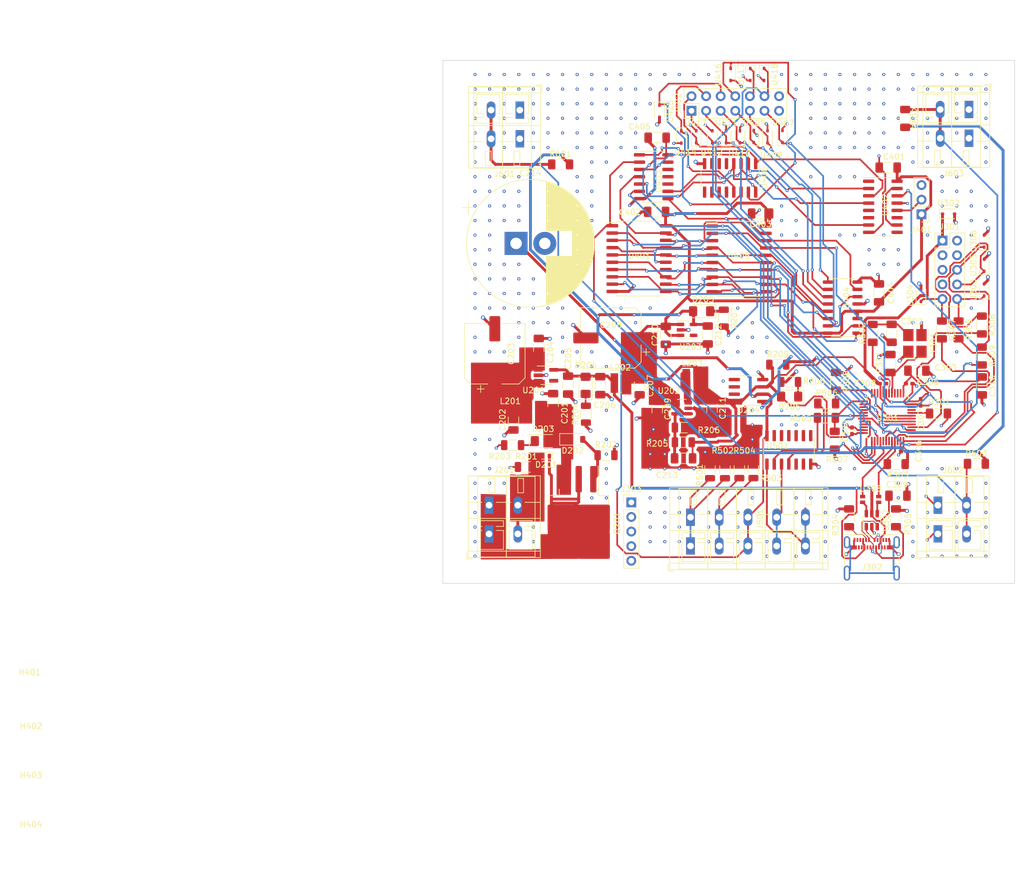
<source format=kicad_pcb>
(kicad_pcb (version 20221018) (generator pcbnew)
  (layers (0 "F.Cu" signal) (1 "In1.Cu" power) (2 "In2.Cu" power) (31 "B.Cu" signal) (34 "B.Paste" user) (35 "F.Paste" user) (36 "B.SilkS" user "B.Silkscreen") (37 "F.SilkS" user "F.Silkscreen") (38 "B.Mask" user) (39 "F.Mask" user) (44 "Edge.Cuts" user))
  (net 0 "")
  (net 1 "/power/12V-Unfiltered")
  (net 2 "GND")
  (net 3 "+12V")
  (net 4 "VBUS")
  (net 5 "blue")
  (net 6 "+3.3V")
  (net 7 "+3.3VA")
  (net 8 "/power/SW_FB")
  (net 9 "/mcu/HSE_IN")
  (net 10 "/mcu/XTAL_IN")
  (net 11 "/mcu/NRST")
  (net 12 "/power/PowerIn-")
  (net 13 "/power/POL-FET-G")
  (net 14 "/power/12V-Unfiltered__LED_K")
  (net 15 "/power/LDO_LED_K")
  (net 16 "/power/SW_LED_K")
  (net 19 "ones")
  (net 20 "tens")
  (net 21 "hundreds")
  (net 22 "thousands")
  (net 23 "red")
  (net 24 "white")
  (net 25 "yellow")
  (net 26 "black")
  (net 27 "_zero")
  (net 28 "_mode")
  (net 29 "_config")
  (net 30 "/power/SW_L")
  (net 31 "/power/POL-FET-D")
  (net 32 "_save")
  (net 33 "/mcu/BOOT0")
  (net 34 "/mcu/HSE_OUT")
  (net 35 "/mcu/USB_D+")
  (net 36 "/mcu/USB_CONN_CC1")
  (net 37 "/mcu/USB_CONN_CC2")
  (net 38 "/mcu/CONN_SWDIO")
  (net 39 "/mcu/MCU_SWDIO")
  (net 40 "/mcu/CONN_SWCLK")
  (net 41 "/mcu/MCU_SWCLK")
  (net 42 "/mcu/CONN_SWO")
  (net 43 "/mcu/MCU_SWO")
  (net 44 "/mcu/CONN_NRST")
  (net 45 "/cable/SCHMITT_B")
  (net 46 "_chB")
  (net 47 "/cable/SCHMITT_A")
  (net 48 "_chA")
  (net 65 "_dpBoard")
  (net 67 "_clk")
  (net 69 "/mcu/USB_D-")
  (net 70 "_a1")
  (net 71 "_a2")
  (net 72 "_a3")
  (net 73 "_a4")
  (net 74 "/mcu/USB_CONN_D-")
  (net 75 "/mcu/USB_CONN_D+")
  (net 76 "/mcu/USB_CMC_D+")
  (net 77 "/mcu/USB_CMC_D-")
  (net 78 "_thousands")
  (net 79 "/seven-segment-display/BCD_out1")
  (net 80 "/seven-segment-display/BCD_out2")
  (net 81 "/seven-segment-display/BCD_out3")
  (net 82 "/seven-segment-display/BCD_out4")
  (net 83 "_ones")
  (net 85 "/seven-segment-display/COUNT_1")
  (net 86 "/seven-segment-display/COUNT_0")
  (net 87 "/seven-segment-display/COUNT_2")
  (net 90 "/seven-segment-display/COUNT_3")
  (net 93 "_tens")
  (net 94 "_hundreds")
  (net 95 "e")
  (net 96 "d")
  (net 97 "c")
  (net 98 "b")
  (net 99 "a")
  (net 100 "g")
  (net 101 "f")
  (net 122 "unconnected-(J302-SHIELD-PadS1)")
  (net 127 "dp")
  (net 128 "/power/LDO2_LED_K")
  (net 129 "/seven-segment-display/4017_RST")
  (net 130 "/seven-segment-display/4017_TC")
  (footprint "Resistor_SMD:R_1206_3216Metric" (layer "F.Cu") (at 212.5 116.45)
    (fp_text reference "R202")
    (fp_text value "100K")
  )
  (footprint "Resistor_SMD:R_1206_3216Metric_Pad1.30x1.75mm_HandSolder" (layer "F.Cu") (at 204.6 65.85)
    (fp_text reference "R601")
    (fp_text value "R10k")
  )
  (footprint "Diode_SMD:D_SOD-323" (layer "F.Cu") (at 240.6 61.05 90)
    (fp_text reference "U408")
    (fp_text value "PESD3V3L1BA-Bidirectional_Diode")
  )
  (footprint "TerminalBlock_WAGO:TerminalBlock_WAGO_236-405_1x05_P5.00mm_45Degree" (layer "F.Cu") (at 227.2 127.25)
    (fp_text reference "J501")
    (fp_text value "DIN-5-TerminalBlock")
  )
  (footprint "Package_TO_SOT_SMD:SOT-23-5" (layer "F.Cu") (at 226.6 94.65)
    (fp_text reference "U203")
    (fp_text value "MIC5504-3.3YM5")
  )
  (footprint "Capacitor_SMD:C_1206_3216Metric_Pad1.33x1.80mm_HandSolder" (layer "F.Cu") (at 277.9 104.4 -90)
    (fp_text reference "C310")
    (fp_text value "100n")
  )
  (footprint "Capacitor_SMD:C_1206_3216Metric_Pad1.33x1.80mm_HandSolder" (layer "F.Cu") (at 230.95 108.2875 -90)
    (fp_text reference "C211")
    (fp_text value "15uF - 50V")
  )
  (footprint "Package_SO:SO-16_3.9x9.9mm_P1.27mm" (layer "F.Cu") (at 253.675 90.775 180)
    (fp_text reference "U404")
    (fp_text value "74HC4511E")
  )
  (footprint "Capacitor_SMD:C_1206_3216Metric_Pad1.33x1.80mm_HandSolder" (layer "F.Cu") (at 218.35 104.3875 -90)
    (fp_text reference "C207")
    (fp_text value "0.1uF")
  )
  (footprint "Package_SO:SOIC-20W_7.5x12.8mm_P1.27mm" (layer "F.Cu") (at 235.65 82.295)
    (fp_text reference "U405")
    (fp_text value "74HCT244")
  )
  (footprint "TerminalBlock_WAGO:TerminalBlock_WAGO_236-402_1x02_P5.00mm_45Degree" (layer "F.Cu") (at 192.15 125.15)
    (fp_text reference "J201")
    (fp_text value "Screw_Terminal_01x02")
  )
  (footprint "Resistor_SMD:R_1206_3216Metric_Pad1.30x1.75mm_HandSolder" (layer "F.Cu") (at 263 118)
    (fp_text reference "R303")
    (fp_text value "R1k5")
  )
  (footprint "Resistor_SMD:R_1206_3216Metric_Pad1.30x1.75mm_HandSolder" (layer "F.Cu") (at 277.9 99.2 -90)
    (fp_text reference "R309")
    (fp_text value "49R9")
  )
  (footprint "Resistor_SMD:R_1206_3216Metric_Pad1.30x1.75mm_HandSolder" (layer "F.Cu") (at 277.9 93.8 -90)
    (fp_text reference "R308")
    (fp_text value "49R9")
  )
  (footprint "Capacitor_SMD:CP_Elec_10x12.6" (layer "F.Cu") (at 213.35 96.05 180)
    (fp_text reference "C208")
    (fp_text value "C_Polarized")
  )
  (footprint "Resistor_SMD:R_1206_3216Metric" (layer "F.Cu") (at 230.6 119 -90)
    (fp_text reference "R501")
    (fp_text value "220")
  )
  (footprint "Capacitor_SMD:C_1206_3216Metric_Pad1.33x1.80mm_HandSolder" (layer "F.Cu") (at 261.6 66.4 180)
    (fp_text reference "C401")
    (fp_text value "C")
  )
  (footprint "TerminalBlock_WAGO:TerminalBlock_WAGO_236-402_1x02_P5.00mm_45Degree" (layer "F.Cu") (at 197.5 61.4 180)
    (fp_text reference "J601")
    (fp_text value "Screw_Terminal_01x02")
  )
  (footprint "Resistor_SMD:R_1206_3216Metric" (layer "F.Cu") (at 238.15 118.975 -90)
    (fp_text reference "R503")
    (fp_text value "220")
  )
  (footprint "LED_SMD:LED_1206_3216Metric_Pad1.42x1.75mm_HandSolder" (layer "F.Cu") (at 201.6 114)
    (fp_text reference "D203")
    (fp_text value "LED")
  )
  (footprint "Capacitor_SMD:C_0402_1005Metric_Pad0.74x0.62mm_HandSolder" (layer "F.Cu") (at 255.3 112.2 90)
    (fp_text reference "C304")
    (fp_text value "100n")
  )
  (footprint "LED_SMD:LED_1206_3216Metric_Pad1.42x1.75mm_HandSolder" (layer "F.Cu") (at 208.95 104.3 90)
    (fp_text reference "D204")
    (fp_text value "LED")
  )
  (footprint "privateParts:PinHeader_2x07_P2.54mm_Vertical-CounterClockWise" (layer "F.Cu") (at 227.375 56.525 90)
    (fp_text reference "J402")
    (fp_text value "Conn_02x07_Counter_Clockwise")
  )
  (footprint "MountingHole:MountingHole_3.5mm" (layer "F.Cu") (at 112.45 185.2)
    (fp_text reference "H404")
    (fp_text value "MountingHole")
  )
  (footprint "Package_TO_SOT_SMD:SOT-23-6" (layer "F.Cu") (at 258.75 127.75 90)
    (fp_text reference "U307")
    (fp_text value "USBLC6-2SC6")
  )
  (footprint "Inductor_SMD:L_Wuerth_MAPI-3015" (layer "F.Cu") (at 215 103.9)
    (fp_text reference "L202")
    (fp_text value "L")
  )
  (footprint "Resistor_SMD:R_1206_3216Metric" (layer "F.Cu") (at 235.7 118.975 -90)
    (fp_text reference "R504")
    (fp_text value "100")
  )
  (footprint "Capacitor_SMD:C_1206_3216Metric_Pad1.33x1.80mm_HandSolder" (layer "F.Cu") (at 230.2 95.5375 -90)
    (fp_text reference "C212")
    (fp_text value "1uF")
  )
  (footprint "MountingHole:MountingHole_3.5mm" (layer "F.Cu") (at 112.45 176.65)
    (fp_text reference "H403")
    (fp_text value "MountingHole")
  )
  (footprint "Diode_SMD:D_SOD-323" (layer "F.Cu") (at 278.3 83.4 90)
    (fp_text reference "U305")
    (fp_text value "PESD3V3L1BA-Bidirectional_Diode")
  )
  (footprint "Resistor_SMD:R_1206_3216Metric" (layer "F.Cu") (at 225.95 111.65)
    (fp_text reference "R206")
    (fp_text value "22K")
  )
  (footprint "Capacitor_SMD:C_1206_3216Metric_Pad1.33x1.80mm_HandSolder" (layer "F.Cu") (at 262 100.5 90)
    (fp_text reference "C301")
    (fp_text value "10p")
  )
  (footprint "Crystal:Crystal_SMD_3225-4Pin_3.2x2.5mm_HandSoldering" (layer "F.Cu") (at 266.25 97 90)
    (fp_text reference "Y301")
    (fp_text value "Crystal_GND24")
  )
  (footprint "Connector_PinHeader_2.54mm:PinHeader_2x05_P2.54mm_Vertical" (layer "F.Cu") (at 271.05 79.12)
    (fp_text reference "J301")
    (fp_text value "Conn_02x05_Counter_Clockwise")
  )
  (footprint "privateParts:CP_Radial_D22.0mm_P5.00mm_SnapIn" (layer "F.Cu") (at 194.35 79.6)
    (fp_text reference "C214")
    (fp_text value "CP1")
  )
  (footprint "Resistor_SMD:R_1206_3216Metric_Pad1.30x1.75mm_HandSolder" (layer "F.Cu") (at 276.95 117.95)
    (fp_text reference "R603")
    (fp_text value "R10k")
  )
  (footprint "Resistor_SMD:R_1206_3216Metric_Pad1.30x1.75mm_HandSolder" (layer "F.Cu") (at 264.55 57.85 -90)
    (fp_text reference "R602")
    (fp_text value "R10k")
  )
  (footprint "Capacitor_SMD:C_1206_3216Metric_Pad1.33x1.80mm_HandSolder" (layer "F.Cu") (at 226 117 180)
    (fp_text reference "C213")
    (fp_text value "DNP")
  )
  (footprint "Package_SO:SOIC-8_3.9x4.9mm_P1.27mm" (layer "F.Cu") (at 237.3 105.2 180)
    (fp_text reference "U204")
    (fp_text value "LM2903")
  )
  (footprint "Diode_SMD:D_SOD-323" (layer "F.Cu") (at 221.8 56.6 -90)
    (fp_text reference "U415")
    (fp_text value "PESD3V3L1BA-Bidirectional_Diode")
  )
  (footprint "Resistor_SMD:R_1206_3216Metric" (layer "F.Cu") (at 225.95 114.2 180)
    (fp_text reference "R205")
    (fp_text value "100K")
  )
  (footprint "Resistor_SMD:R_1206_3216Metric_Pad1.30x1.75mm_HandSolder" (layer "F.Cu") (at 252.3 113.85 90)
    (fp_text reference "R507")
    (fp_text value "R10k")
  )
  (footprint "Resistor_SMD:R_1206_3216Metric_Pad1.30x1.75mm_HandSolder" (layer "F.Cu") (at 273.85 94.65 -90)
    (fp_text reference "R306")
    (fp_text value "49R9")
  )
  (footprint "Diode_SMD:D_SOD-123" (layer "F.Cu") (at 206.8 113.7)
    (fp_text reference "D202")
    (fp_text value "D_Zener-10V")
  )
  (footprint "Connector_PinHeader_2.54mm:PinHeader_1x05_P2.54mm_Vertical" (layer "F.Cu") (at 216.9 124.66)
    (fp_text reference "J303")
    (fp_text value "Conn_01x05_Male")
  )
  (footprint "Capacitor_SMD:C_1206_3216Metric_Pad1.33x1.80mm_HandSolder" (layer "F.Cu") (at 205.9 104.25 -90)
    (fp_text reference "C205")
    (fp_text value "0.1uF")
  )
  (footprint "Diode_SMD:D_SOD-323" (layer "F.Cu") (at 231 61.05 90)
    (fp_text reference "U412")
    (fp_text value "PESD3V3L1BA-Bidirectional_Diode")
  )
  (footprint "Capacitor_SMD:C_1206_3216Metric_Pad1.33x1.80mm_HandSolder" (layer "F.Cu") (at 211.5 104.35 -90)
    (fp_text reference "C206")
    (fp_text value "0.1uF")
  )
  (footprint "Capacitor_SMD:C_1206_3216Metric_Pad1.33x1.80mm_HandSolder" (layer "F.Cu") (at 221.3 74.1 180)
    (fp_text reference "C402")
    (fp_text value "C")
  )
  (footprint "Resistor_SMD:R_1206_3216Metric" (layer "F.Cu") (at 242.3875 100.7)
    (fp_text reference "R209")
    (fp_text value "R")
  )
  (footprint "LED_SMD:LED_1206_3216Metric_Pad1.42x1.75mm_HandSolder" (layer "F.Cu") (at 229.1375 91.4 180)
    (fp_text reference "D205")
    (fp_text value "LED")
  )
  (footprint "Diode_SMD:D_SOD-323" (layer "F.Cu") (at 225.6 61.1 -90)
    (fp_text reference "U414")
    (fp_text value "PESD3V3L1BA-Bidirectional_Diode")
  )
  (footprint "Diode_SMD:D_SOD-323" (layer "F.Cu") (at 278.3 87.7 90)
    (fp_text reference "U303")
    (fp_text value "PESD3V3L1BA-Bidirectional_Diode")
  )
  (footprint "Capacitor_SMD:C_1206_3216Metric_Pad1.33x1.80mm_HandSolder" (layer "F.Cu") (at 260 88.2125 90)
    (fp_text reference "C404")
    (fp_text value "0.1uF")
  )
  (footprint "Package_TO_SOT_SMD:SOT-23-5_HandSoldering" (layer "F.Cu") (at 202.05 102.55)
    (fp_text reference "U201")
    (fp_text value "NCP718-LDO_Regulator")
  )
  (footprint "Package_SO:SOIC-16_3.9x9.9mm_P1.27mm" (layer "F.Cu") (at 234.1 68.2 -90)
    (fp_text reference "U406")
    (fp_text value "ULN2003")
  )
  (footprint "Resistor_SMD:R_1206_3216Metric_Pad1.30x1.75mm_HandSolder" (layer "F.Cu") (at 258.9 95.25 90)
    (fp_text reference "R302")
    (fp_text value "R0")
  )
  (footprint "Resistor_SMD:R_1206_3216Metric_Pad1.30x1.75mm_HandSolder" (layer "F.Cu") (at 262.95 127.35 -90)
    (fp_text reference "R305")
    (fp_text value "R5k1")
  )
  (footprint "Diode_SMD:D_SOD-323" (layer "F.Cu") (at 237.6 50.2 -90)
    (fp_text reference "U417")
    (fp_text value "PESD3V3L1BA-Bidirectional_Diode")
  )
  (footprint "Inductor_SMD:L_Wuerth_MAPI-3015" (layer "F.Cu") (at 199.85 108.85 180)
    (fp_text reference "L201")
    (fp_text value "L")
  )
  (footprint "Resistor_SMD:R_1206_3216Metric" (layer "F.Cu") (at 233.2 119 -90)
    (fp_text reference "R502")
    (fp_text value "100")
  )
  (footprint "Capacitor_SMD:C_1206_3216Metric_Pad1.33x1.80mm_HandSolder" (layer "F.Cu") (at 200.8 97.7 90)
    (fp_text reference "C204")
    (fp_text value "0.33uF")
  )
  (footprint "Package_SO:SOIC-16_3.9x9.9mm_P1.27mm" (layer "F.Cu") (at 260.675 73.225)
    (fp_text reference "U402")
    (fp_text value "74HC4017E")
  )
  (footprint "Diode_SMD:D_SOD-323" (layer "F.Cu") (at 278.3 79.2 90)
    (fp_text reference "U306")
    (fp_text value "PESD3V3L1BA-Bidirectional_Diode")
  )
  (footprint "Diode_SMD:D_SOD-323" (layer "F.Cu") (at 238.2 61 90)
    (fp_text reference "U409")
    (fp_text value "PESD3V3L1BA-Bidirectional_Diode")
  )
  (footprint "Inductor_SMD:L_Wuerth_MAPI-3015" (layer "F.Cu") (at 227.5 103.15)
    (fp_text reference "L203")
    (fp_text value "4.7uH")
  )
  (footprint "Diode_SMD:D_SOD-523" (layer "F.Cu") (at 201.95 116.55 180)
    (fp_text reference "D201")
    (fp_text value "ESD5Zxx")
  )
  (footprint "Resistor_SMD:R_1206_3216Metric" (layer "F.Cu") (at 233 92.6 -90)
    (fp_text reference "R207")
    (fp_text value "0")
  )
  (footprint "Resistor_SMD:R_1206_3216Metric_Pad1.30x1.75mm_HandSolder" (layer "F.Cu") (at 270.35 109.2 180)
    (fp_text reference "R301")
    (fp_text value "R10k")
  )
  (footprint "Capacitor_SMD:C_1206_3216Metric_Pad1.33x1.80mm_HandSolder" (layer "F.Cu") (at 221.4 61.2 180)
    (fp_text reference "C405")
    (fp_text value "C")
  )
  (footprint "privateParts:Bourns_SRF3216A" (layer "F.Cu") (at 258.55 124.15)
    (fp_text reference "U308")
    (fp_text value "SRF3216A-Common_Mode_Choke")
  )
  (footprint "Diode_SMD:D_SOD-323" (layer "F.Cu") (at 228.2 61.05 90)
    (fp_text reference "U413")
    (fp_text value "PESD3V3L1BA-Bidirectional_Diode")
  )
  (footprint "Capacitor_SMD:C_0402_1005Metric_Pad0.74x0.62mm_HandSolder" (layer "F.Cu") (at 267.25 107.25 -90)
    (fp_text reference "C307")
    (fp_text value "100n")
  )
  (footprint "Resistor_SMD:R_1206_3216Metric_Pad1.30x1.75mm_HandSolder" (layer "F.Cu") (at 250.9 107.45)
    (fp_text reference "R506")
    (fp_text value "R10k")
  )
  (footprint "Capacitor_SMD:C_0402_1005Metric_Pad0.74x0.62mm_HandSolder" (layer "F.Cu") (at 265.25 104)
    (fp_text reference "C305")
    (fp_text value "100n")
  )
  (footprint "MountingHole:MountingHole_3.5mm" (layer "F.Cu") (at 112.2 158.75)
    (fp_text reference "H401")
    (fp_text value "MountingHole")
  )
  (footprint "Resistor_SMD:R_1206_3216Metric_Pad1.30x1.75mm_HandSolder" (layer "F.Cu") (at 250.85 109.95)
    (fp_text reference "R505")
    (fp_text value "R10k")
  )
  (footprint "MountingHole:MountingHole_3.5mm" (layer "F.Cu") (at 112.45 168.1)
    (fp_text reference "H402")
    (fp_text value "MountingHole")
  )
  (footprint "Resistor_SMD:R_1206_3216Metric" (layer "F.Cu") (at 209 109.3125 90)
    (fp_text reference "R204")
    (fp_text value "R_US")
  )
  (footprint "Package_SO:SOIC-20W_7.5x12.8mm_P1.27mm" (layer "F.Cu") (at 218.25 82.245)
    (fp_text reference "U401")
    (fp_text value "74HCT244")
  )
  (footprint "Diode_SMD:D_SOD-323" (layer "F.Cu") (at 233.4 61.05 90)
    (fp_text reference "U411")
    (fp_text value "PESD3V3L1BA-Bidirectional_Diode")
  )
  (footprint "Capacitor_SMD:C_1206_3216Metric_Pad1.33x1.80mm_HandSolder" (layer "F.Cu") (at 266.6 101.75)
    (fp_text reference "C303")
    (fp_text value "10u")
  )
  (footprint "Diode_SMD:D_SOD-323" (layer "F.Cu") (at 234.188 50.2 -90)
    (fp_text reference "U416")
    (fp_text value "PESD3V3L1BA-Bidirectional_Diode")
  )
  (footprint "Diode_SMD:D_SOD-323" (layer "F.Cu") (at 243.2 61 90)
    (fp_text reference "U407")
    (fp_text value "PESD3V3L1BA-Bidirectional_Diode")
  )
  (footprint "Capacitor_SMD:C_1206_3216Metric_Pad1.33x1.80mm_HandSolder" (layer "F.Cu") (at 263.3 123.5 180)
    (fp_text reference "C309")
    (fp_text value "10p")
  )
  (footprint "Resistor_SMD:R_1206_3216Metric" (layer "F.Cu") (at 244.45 103.7 180)
    (fp_text reference "R208")
    (fp_text value "1K")
  )
  (footprint "Connector_PinHeader_2.54mm:PinHeader_1x03_P2.54mm_Vertical" (layer "F.Cu") (at 267.4 74.53 180)
    (fp_text reference "J401")
    (fp_text value "Conn_01x03_Male")
  )
  (footprint "Diode_SMD:D_SOD-323" (layer "F.Cu") (at 272.1 74.45)
    (fp_text reference "U302")
    (fp_text value "PESD3V3L1BA-Bidirectional_Diode")
  )
  (footprint "TerminalBlock_WAGO:TerminalBlock_WAGO_236-402_1x02_P5.00mm_45Degree" (layer "F.Cu") (at 270.25 125.15)
    (fp_text reference "J602")
    (fp_text value "Screw_Terminal_01x02")
  )
  (footprint "Capacitor_SMD:C_1206_3216Metric_Pad1.33x1.80mm_HandSolder" (layer "F.Cu") (at 262.2 95.2375 -90)
    (fp_text reference "C302")
    (fp_text value "10p")
  )
  (footprint "Capacitor_SMD:C_1206_3216Metric_Pad1.33x1.80mm_HandSolder" (layer "F.Cu") (at 239.4 74.4 180)
    (fp_text reference "C403")
    (fp_text value "C")
  )
  (footprint "Package_SO:SOIC-14_3.9x8.7mm_P1.27mm" (layer "F.Cu") (at 220.8 68)
    (fp_text reference "U403")
    (fp_text value "74HC04")
  )
  (footprint "Capacitor_SMD:C_0402_1005Metric_Pad0.74x0.62mm_HandSolder" (layer "F.Cu") (at 264.4 115.8 180)
    (fp_text reference "C306")
    (fp_text value "100n")
  )
  (footprint "Capacitor_SMD:C_0402_1005Metric_Pad0.74x0.62mm_HandSolder" (layer "F.Cu") (at 260.7 104)
    (fp_text reference "C308")
    (fp_text value "100n")
  )
  (footprint "Capacitor_SMD:C_1206_3216Metric_Pad1.33x1.80mm_HandSolder" (layer "F.Cu") (at 222.9 95.6 -90)
    (fp_text reference "C210")
    (fp_text value "1uF")
  )
  (footprint "Capacitor_SMD:C_1206_3216Metric_Pad1.33x1.80mm_HandSolder" (layer "F.Cu") (at 196.4 110.5 -90)
    (fp_text reference "C202")
    (fp_text value "0.1uF")
  )
  (footprint "Package_TO_SOT_SMD:TO-263-3_TabPin2" (layer "F.Cu") (at 207.75 128.275 -90)
    (fp_text reference "Q201")
    (fp_text value "IRF5305-Reverse-Polarity")
  )
  (footprint "Diode_SMD:D_SOD-323" (layer "F.Cu") (at 267.3 88.65 90)
    (fp_text reference "U304")
    (fp_text value "PESD3V3L1BA-Bidirectional_Diode")
  )
  (footprint "Resistor_SMD:R_1206_3216Metric_Pad1.30x1.75mm_HandSolder" (layer "F.Cu") (at 270.95 94.65 -90)
    (fp_text reference "R307")
    (fp_text value "49R9")
  )
  (footprint "LED_SMD:LED_1206_3216Metric_Pad1.42x1.75mm_HandSolder" (layer "F.Cu") (at 244.45 106.25 180)
    (fp_text reference "D206")
    (fp_text value "LED")
  )
  (footprint "Package_TO_SOT_SMD:SOT-23-5" (layer "F.Cu") (at 225.6625 108.3 180)
    (fp_text reference "U202")
    (fp_text value "TLV62569DBV")
  )
  (footprint "Resistor_SMD:R_1206_3216Metric_Pad1.30x1.75mm_HandSolder" (layer "F.Cu") (at 252.5 103.6 -90)
    (fp_text reference "R508")
    (fp_text value "R10k")
  )
  (footprint "Resistor_SMD:R_1206_3216Metric" (layer "F.Cu") (at 198.6375 118.5)
    (fp_text reference "R201")
    (fp_text value "0")
  )
  (footprint "Package_QFP:LQFP-48_7x7mm_P0.5mm" (layer "F.Cu") (at 261.5 109.8375 -90)
    (fp_text reference "U301")
    (fp_text value "STM32F103CBTx")
  )
  (footprint "Capacitor_SMD:CP_Elec_10x12.6" (layer "F.Cu") (at 193.15 98.8 90)
    (fp_text reference "C203")
    (fp_text value "C_Polarized")
  )
  (footprint "TerminalBlock_WAGO:TerminalBlock_WAGO_236-402_1x02_P5.00mm_45Degree" (layer "F.Cu") (at 275.65 61.3 180)
    (fp_text reference "J603")
    (fp_text value "Screw_Terminal_01x02")
  )
  (footprint "Diode_SMD:D_SOD-323" (layer "F.Cu") (at 240 50.2 -90)
    (fp_text reference "U418")
    (fp_text value "PESD3V3L1BA-Bidirectional_Diode")
  )
  (footprint "Capacitor_SMD:C_1206_3216Metric_Pad1.33x1.80mm_HandSolder" (layer "F.Cu") (at 221.4 108.4 -90)
    (fp_text reference "C209")
    (fp_text value "22uF")
  )
  (footprint "Diode_SMD:D_SOD-323" (layer "F.Cu") (at 235.8 61.05 90)
    (fp_text reference "U410")
    (fp_text value "PESD3V3L1BA-Bidirectional_Diode")
  )
  (footprint "Resistor_SMD:R_1206_3216Metric_Pad1.30x1.75mm_HandSolder" (layer "F.Cu") (at 254.8 127.35 -90)
    (fp_text reference "R304")
    (fp_text value "R5k1")
  )
  (footprint "Package_SO:SOIC-14_3.9x8.7mm_P1.27mm" (layer "F.Cu") (at 244.31 115.525 90)
    (fp_text reference "U501")
    (fp_text value "74HC14")
  )
  (footprint "Capacitor_SMD:C_1206_3216Metric_Pad1.33x1.80mm_HandSolder" (layer "F.Cu") (at 203.3 107.3 90)
    (fp_text reference "C201")
    (fp_text value "0.1uF")
  )
  (footprint "Connector_USB:USB_C_Receptacle_Molex_105450-0101" (layer "F.Cu") (at 258.75 134.415)
    (fp_text reference "J302")
    (fp_text value "USB_C_Receptacle_USB2.0")
  )
  (footprint "Resistor_SMD:R_1206_3216Metric" (layer "F.Cu") (at 196.25 114.7)
    (fp_text reference "R203")
    (fp_text value "R_US")
  )
  (gr_rect (start 184.1 47.75) (end 283.6 138.75) (stroke (width 0.1)) (fill none) (layer "Edge.Cuts"))
  (segment (start 218.325 71.81) (end 219.3 71.81) (width 0.5) (layer "F.Cu") (net 2))
  (segment (start 264.8625 121.7375) (end 265.1 121.5) (width 0.5) (layer "F.Cu") (net 2))
  (segment (start 193.05 94.45) (end 191.1 92.5) (width 0.5) (layer "F.Cu") (net 2))
  (segment (start 196.4 112.0625) (end 195.7375 112.0625) (width 0.5) (layer "F.Cu") (net 2))
  (segment (start 279 77) (end 279 77.45) (width 0.5) (layer "F.Cu") (net 2))
  (segment (start 263.75 115.7175) (end 263.8325 115.8) (width 0.29337) (layer "F.Cu") (net 2))
  (segment (start 221.4 109.9625) (end 217.9375 109.9625) (width 0.5) (layer "F.Cu") (net 2))
  (segment (start 264.8625 123.5) (end 264.8625 121.7375) (width 0.5) (layer "F.Cu") (net 2))
  (segment (start 240.6 59) (end 240.4 58.8) (width 0.29337) (layer "F.Cu") (net 2))
  (segment (start 278.95 85.45) (end 278.95 86) (width 0.5) (layer "F.Cu") (net 2))
  (segment (start 261.8 96.8) (end 260.6 95.6) (width 0.5) (layer "F.Cu") (net 2))
  (segment (start 221.4 111.3) (end 220.75 111.95) (width 0.29337) (layer "F.Cu") (net 2))
  (segment (start 264.95 72.65) (end 264.89 72.59) (width 0.3) (layer "F.Cu") (net 2))
  (segment (start 263.75 114) (end 263.75 115.7175) (width 0.29337) (layer "F.Cu") (net 2))
  (segment (start 259.175 77.67) (end 260.7 76.145) (width 0.3) (layer "F.Cu") (net 2))
  (segment (start 252.309568 101.859568) (end 252.5 102.05) (width 0.5) (layer "F.Cu") (net 2))
  (segment (start 255.8325 111.6325) (end 255.3 111.6325) (width 0.3) (layer "F.Cu") (net 2))
  (segment (start 260.75 104.5175) (end 261.2675 104) (width 0.3) (layer "F.Cu") (net 2))
  (segment (start 230.8 60) (end 229.8 59) (width 0.29337) (layer "F.Cu") (net 2))
  (segment (start 238.2 60.2) (end 238.8 60.8) (width 0.29337) (layer "F.Cu") (net 2))
  (segment (start 270.25 125.15) (end 269.75 125.15) (width 0.29337) (layer "F.Cu") (net 2))
  (segment (start 279 77.45) (end 278.3 78.15) (width 0.5) (layer "F.Cu") (net 2))
  (segment (start 221 62.9625) (end 219.8375 61.8) (width 0.5) (layer "F.Cu") (net 2))
  (segment (start 209 111.4) (end 209.8 112.2) (width 0.5) (layer "F.Cu") (net 2))
  (segment (start 239.85 51.25) (end 239 50.4) (width 0.29337) (layer "F.Cu") (net 2))
  (segment (start 268.6325 107.8175) (end 267.25 107.8175) (width 0.3) (layer "F.Cu") (net 2))
  (segment (start 230.2 97.1) (end 230.2 98.6) (width 0.5) (layer "F.Cu") (net 2))
  (segment (start 265.6625 107.5875) (end 267.02 107.5875) (width 0.3) (layer "F.Cu") (net 2))
  (segment (start 253.1 125.8) (end 252.8 126.1) (width 0.5) (layer "F.Cu") (net 2))
  (segment (start 261.85 132.5) (end 262.11695 132.5) (width 0.3) (layer "F.Cu") (net 2))
  (segment (start 193.9 114.7) (end 193.4 115.2) (width 0.3) (layer "F.Cu") (net 2))
  (segment (start 200.7 102.55) (end 202.05 102.55) (width 0.5) (layer "F.Cu") (net 2))
  (segment (start 221.4 109.9625) (end 221.4 111.3) (width 0.29337) (layer "F.Cu") (net 2))
  (segment (start 264.7625 126.05) (end 264.8625 126.15) (width 0.5) (layer "F.Cu") (net 2))
  (segment (start 218.325 71.81) (end 217.79 71.81) (width 0.5) (layer "F.Cu") (net 2))
  (segment (start 249 118) (end 249.5 118.5) (width 0.5) (layer "F.Cu") (net 2))
  (segment (start 228.2 60) (end 227.2 59) (width 0.29337) (layer "F.Cu") (net 2))
  (segment (start 270.25 130.15) (end 269.45 130.15) (width 0.29337) (layer "F.Cu") (net 2))
  (segment (start 271.9 110.25) (end 271.9 109.2) (width 0.29337) (layer "F.Cu") (net 2))
  (segment (start 239.775 103.295) (end 239.775 102.775) (width 0.5) (layer "F.Cu") (net 2))
  (segment (start 230.2 97.1) (end 222.9625 97.1) (width 0.5) (layer "F.Cu") (net 2))
  (segment (start 243.2 59.95) (end 243.2 59.6) (width 0.29337) (layer "F.Cu") (net 2))
  (segment (start 209 96.05) (end 209 96) (width 0.5) (layer "F.Cu") (net 2))
  (segment (start 257.46 90.14) (end 258 89.6) (width 0.5) (layer "F.Cu") (net 2))
  (segment (start 252.3 116.8) (end 252.6 117.1) (width 0.5) (layer "F.Cu") (net 2))
  (segment (start 260.4625 98.9375) (end 260 99.4) (width 0.5) (layer "F.Cu") (net 2))
  (segment (start 221.8 57.65) (end 221.8 58.5) (width 0.5) (layer "F.Cu") (net 2))
  (segment (start 222.9 97.1625) (end 222.9 98.7) (width 0.5) (layer "F.Cu") (net 2))
  (segment (start 260.7 76.145) (end 260.7 70.817894) (width 0.3) (layer "F.Cu") (net 2))
  (segment (start 258.2 77.67) (end 259.175 77.67) (width 0.3) (layer "F.Cu") (net 2))
  (segment (start 243.8 103.7) (end 245.6 101.9) (width 0.5) (layer "F.Cu") (net 2))
  (segment (start 269 107.45) (end 268.6325 107.8175) (width 0.3) (layer "F.Cu") (net 2))
  (segment (start 264.4 107) (end 264.4 107.3) (width 0.3) (layer "F.Cu") (net 2))
  (segment (start 264.6875 107.5875) (end 265.6625 107.5875) (width 0.3) (layer "F.Cu") (net 2))
  (segment (start 233.8 94.8625) (end 233.8 95.6) (width 0.5) (layer "F.Cu") (net 2))
  (segment (start 221 62.9625) (end 221 63) (width 0.29337) (layer "F.Cu") (net 2))
  (segment (start 255.65 132.5) (end 255.5 132.5) (width 0.3) (layer "F.Cu") (net 2))
  (segment (start 201.4375 105.7375) (end 201.4 105.7) (width 0.5) (layer "F.Cu") (net 2))
  (segment (start 260 86.65) (end 259.75 86.65) (width 0.5) (layer "F.Cu") (net 2))
  (segment (start 255.65 132.5) (end 255.65 131.3) (width 0.3) (layer "F.Cu") (net 2))
  (segment (start 268.45 101.75) (end 269.5 102.8) (width 0.5) (layer "F.Cu") (net 2))
  (segment (start 225.4625 94.65) (end 226.85 94.65) (width 0.5) (layer "F.Cu") (net 2))
  (segment (start 237.1 51.25) (end 236.3 50.45) (width 0.29337) (layer "F.Cu") (net 2))
  (segment (start 263.8325 115.8) (end 263.8325 115.9675) (width 0.29337) (layer "F.Cu") (net 2))
  (segment (start 260.0375 64.4375) (end 260 64.4) (width 0.29337) (layer "F.Cu") (net 2))
  (segment (start 234.188 51.25) (end 235 51.25) (width 0.29337) (layer "F.Cu") (net 2))
  (segment (start 238.6 74.4) (end 239.2 73.8) (width 0.3) (layer "F.Cu") (net 2))
  (segment (start 260 85.2) (end 259.8 85) (width 0.29337) (layer "F.Cu") (net 2))
  (segment (start 232.721185 87.778815) (end 234.4 87.778815) (width 0.3) (layer "F.Cu") (net 2))
  (segment (start 240.6 60) (end 240.6 59) (width 0.29337) (layer "F.Cu") (net 2))
  (segment (start 259.7 86.6) (end 259.75 86.65) (width 0.5) (layer "F.Cu") (net 2))
  (segment (start 263.8325 115.9675) (end 263.4 116.4) (width 0.29337) (layer "F.Cu") (net 2))
  (segment (start 261.85 132.5) (end 261.85 131.3) (width 0.3) (layer "F.Cu") (net 2))
  (segment (start 231 60) (end 230.8 60) (width 0.29337) (layer "F.Cu") (net 2))
  (segment (start 209 96) (end 206.8 93.8) (width 0.5) (layer "F.Cu") (net 2))
  (segment (start 219.7375 74.1) (end 218.7 74.1) (width 0.5) (layer "F.Cu") (net 2))
  (segment (start 243.2 59.6) (end 244 58.8) (width 0.29337) (layer "F.Cu") (net 2))
  (segment (start 260 86.65) (end 259.65 86.65) (width 0.5) (layer "F.Cu") (net 2))
  (segment (start 258.75 128.8875) (end 258.75 129.55) (width 0.3) (layer "F.Cu") (net 2))
  (segment (start 226.9 94.6) (end 226.85 94.65) (width 0.5) (layer "F.Cu") (net 2))
  (segment (start 200.8 96.1375) (end 202.6375 96.1375) (width 0.5) (layer "F.Cu") (net 2))
  (segment (start 265.8175 104) (end 265.8175 105.5825) (width 0.3) (layer "F.Cu") (net 2))
  (segment (start 265.1 98.45) (end 265.1 98.5) (width 0.5) (layer "F.Cu") (net 2))
  (segment (start 252.5 102.05) (end 254.15 102.05) (width 0.5) (layer "F.Cu") (net 2))
  (segment (start 205.9 105.9) (end 207.2 107.2) (width 0.5) (layer "F.Cu") (net 2))
  (segment (start 262.2 96.8) (end 261.8 96.8) (width 0.5) (layer "F.Cu") (net 2))
  (segment (start 194.7875 114.7) (end 193.9 114.7) (width 0.3) (layer "F.Cu") (net 2))
  (segment (start 235 51.25) (end 236.05 52.3) (width 0.29337) (layer "F.Cu") (net 2))
  (segment (start 235.8 60) (end 235.8 59.4) (width 0.29337) (layer "F.Cu") (net 2))
  (segment (start 233.4 59.2) (end 233 58.8) (width 0.29337) (layer "F.Cu") (net 2))
  (segment (start 195.9 118.5) (end 195.8 118.6) (width 0.3) (layer "F.Cu") (net 2))
  (segment (start 255.5 132.5) (end 254.3 133.7) (width 0.3) (layer "F.Cu") (net 2))
  (segment (start 238.2 59.95) (end 238.2 60.2) (width 0.29337) (layer "F.Cu") (net 2))
  (segment (start 273.15 74.45) (end 273.15 75.75) (width 0.5) (layer "F.Cu") (net 2))
  (segment (start 267.3 87.6) (end 267.3 86.9) (width 0.5) (layer "F.Cu") (net 2))
  (segment (start 195.7375 112.0625) (end 194.8 113) (width 0.5) (layer "F.Cu") (net 2))
  (segment (start 254.15 102.05) (end 255.2 101) (width 0.5) (layer "F.Cu") (net 2))
  (segment (start 240 51.25) (end 239.85 51.25) (width 0.29337) (layer "F.Cu") (net 2))
  (segment (start 258.6 85.6) (end 256.98 85.6) (width 0.5) (layer "F.Cu") (net 2))
  (segment (start 267.02 107.5875) (end 267.25 107.8175) (width 0.3) (layer "F.Cu") (net 2))
  (segment (start 260.7 70.817894) (end 261.096685 70.421209) (width 0.3) (layer "F.Cu") (net 2))
  (segment (start 221.8 58.5) (end 221.4 58.9) (width 0.5) (layer "F.Cu") (net 2))
  (segment (start 273.15 75.75) (end 273.4 76) (width 0.5) (layer "F.Cu") (net 2))
  (segment (start 217.4 87) (end 216.44 87.96) (width 0.5) (layer "F.Cu") (net 2))
  (segment (start 279.166972 81.483028) (end 278.3 82.35) (width 0.5) (layer "F.Cu") (net 2))
  (segment (start 239.775 102.775) (end 239 102) (width 0.5) (layer "F.Cu") (net 2))
  (segment (start 213.9625 116.45) (end 213.9625 115.1375) (width 0.5) (layer "F.Cu") (net 2))
  (segment (start 222.9625 97.1) (end 222.9 97.1625) (width 0.5) (layer "F.Cu") (net 2))
  (segment (start 270.85 111.3) (end 271.9 110.25) (width 0.29337) (layer "F.Cu") (net 2))
  (segment (start 217.79 71.81) (end 216.6 73) (width 0.5) (layer "F.Cu") (net 2))
  (segment (start 262 98.9375) (end 260.4625 98.9375) (width 0.5) (layer "F.Cu") (net 2))
  (segment (start 254.8325 111.6325) (end 254.4 111.2) (width 0.3) (layer "F.Cu") (net 2))
  (segment (start 233.4 60) (end 233.4 59.2) (width 0.29337) (layer "F.Cu") (net 2))
  (segment (start 267.4 95.55) (end 267.4 93.4) (width 0.5) (layer "F.Cu") (net 2))
  (segment (start 230.95 109.85) (end 230.95 111.35) (width 0.29337) (layer "F.Cu") (net 2))
  (segment (start 260.0375 66.4) (end 260.0375 64.4375) (width 0.29337) (layer "F.Cu") (net 2))
  (segment (start 228.425 65.725) (end 228.1 65.4) (width 0.5) (layer "F.Cu") (net 2))
  (segment (start 277.9 107.3) (end 278.3 107.7) (width 0.5) (layer "F.Cu") (net 2))
  (segment (start 230.6 117.5375) (end 230.6 116.75) (width 0.5) (layer "F.Cu") (net 2))
  (segment (start 265.1 98.5) (end 263.6 100) (width 0.5) (layer "F.Cu") (net 2))
  (segment (start 203.3 105.7375) (end 201.4375 105.7375) (width 0.5) (layer "F.Cu") (net 2))
  (segment (start 224.35 62.15) (end 225.6 62.15) (width 0.29337) (layer "F.Cu") (net 2))
  (segment (start 256.2875 112.0875) (end 255.8325 111.6325) (width 0.3) (layer "F.Cu") (net 2))
  (segment (start 269.45 130.15) (end 268.4 131.2) (width 0.29337) (layer "F.Cu") (net 2))
  (segment (start 233 94.0625) (end 233.8 94.8625) (width 0.5) (layer "F.Cu") (net 2))
  (segment (start 261.75 131.2) (end 261.75 131.021434) (width 0.3) (layer "F.Cu") (net 2))
  (segment (start 261.85 131.3) (end 261.75 131.2) (width 0.3) (layer "F.Cu") (net 2))
  (segment (start 209 110.775) (end 209 111.4) (width 0.5) (layer "F.Cu") (net 2))
  (segment (start 260.295854 103.028354) (end 260.171646 103.028354) (width 0.3) (layer "F.Cu") (net 2))
  (segment (start 227.4125 111.65) (end 229.7 111.65) (width 0.29337) (layer "F.Cu") (net 2))
  (segment (start 229.655 65.725) (end 228.425 65.725) (width 0.5) (layer "F.Cu") (net 2))
  (segment (start 261.096685 70.421209) (end 261.096685 67.459185) (width 0.3) (layer "F.Cu") (net 2))
  (segment (start 254.8 125.8) (end 253.1 125.8) (width 0.5) (layer "F.Cu") (net 2))
  (segment (start 193.15 94.45) (end 193.05 94.45) (width 0.5) (layer "F.Cu") (net 2))
  (segment (start 219.3 71.81) (end 220.355 70.755) (width 0.5) (layer "F.Cu") (net 2))
  (segment (start 218.35 105.95) (end 218.35 106.35) (width 0.5) (layer "F.Cu") (net 2))
  (segment (start 278.95 86) (end 278.3 86.65) (width 0.5) (layer "F.Cu") (net 2))
  (segment (start 212.7125 105.9125) (end 213.5 106.7) (width 0.5) (layer "F.Cu") (net 2))
  (segment (start 217.9375 109.9625) (end 217.8 110.1) (width 0.5) (layer "F.Cu") (net 2))
  (segment (start 269.75 125.15) (end 268.2 123.6) (width 0.29337) (layer "F.Cu") (net 2))
  (segment (start 260.75 105.675) (end 260.75 104.5175) (width 0.3) (layer "F.Cu") (net 2))
  (segment (start 218.35 106.35) (end 217.3 107.4) (width 0.5) (layer "F.Cu") (net 2))
  (segment (start 255.65 131.3) (end 255.75 131.2) (width 0.3) (layer "F.Cu") (net 2))
  (segment (start 261.096685 67.459185) (end 260.0375 66.4) (width 0.3) (layer "F.Cu") (net 2))
  (segment (start 255.3 111.6325) (end 254.8325 111.6325) (width 0.3) (layer "F.Cu") (net 2))
  (segment (start 202.6375 96.1375) (end 202.7 96.2) (width 0.5) (layer "F.Cu") (net 2))
  (segment (start 202.05 102.55) (end 202.1 102.5) (width 0.5) (layer "F.Cu") (net 2))
  (segment (start 205.9 105.8125) (end 205.9 105.9) (width 0.5) (layer "F.Cu") (net 2))
  (segment (start 266.116822 104) (end 266.558411 104.441589) (width 0.3) (layer "F.Cu") (net 2))
  (segment (start 230.95 111.35) (end 231.45 111.85) (width 0.29337) (layer "F.Cu") (net 2))
  (segment (start 224.3 62.2) (end 224.35 62.15) (width 0.29337) (layer "F.Cu") (net 2))
  (segment (start 197.175 118.5) (end 195.9 118.5) (width 0.3) (layer "F.Cu") (net 2))
  (segment (start 264.4 107.3) (end 264.6875 107.5875) (width 0.3) (layer "F.Cu") (net 2))
  (segment (start 277.9 105.9625) (end 277.9 107.3) (width 0.5) (layer "F.Cu") (net 2))
  (segment (start 248.12 118) (end 249 118) (width 0.5) (layer "F.Cu") (net 2))
  (segment (start 252.3 115.4) (end 252.3 116.8) (width 0.5) (layer "F.Cu") (net 2))
  (segment (start 211.5 105.9125) (end 212.7125 105.9125) (width 0.5) (layer "F.Cu") (net 2))
  (segment (start 262.8 126.05) (end 264.7625 126.05) (width 0.5) (layer "F.Cu") (net 2))
  (segment (start 267.3 86.9) (end 267 86.6) (width 0.5) (layer "F.Cu") (net 2))
  (segment (start 260 86.65) (end 260 85.2) (width 0.29337) (layer "F.Cu") (net 2))
  (segment (start 256.98 85.6) (end 256.25 86.33) (width 0.5) (layer "F.Cu") (net 2))
  (segment (start 262.11695 132.5) (end 263.26695 133.65) (width 0.3) (layer "F.Cu") (net 2))
  (segment (start 237.8375 74.4) (end 238.6 74.4) (width 0.3) (layer "F.Cu") (net 2))
  (segment (start 235.8 59.4) (end 236.2 59) (width 0.29337) (layer "F.Cu") (net 2))
  (segment (start 265.8175 105.5825) (end 264.4 107) (width 0.3) (layer "F.Cu") (net 2))
  (segment (start 213.9625 115.1375) (end 214.4 114.7) (width 0.5) (layer "F.Cu") (net 2))
  (segment (start 279.166972 81.316972) (end 279.166972 81.483028) (width 0.5) (layer "F.Cu") (net 2))
  (segment (start 242.9875 103.7) (end 243.8 103.7) (width 0.5) (layer "F.Cu") (net 2))
  (segment (start 264.89 72.59) (end 263.15 72.59) (width 0.3) (layer "F.Cu") (net 2))
  (segment (start 229.7 111.65) (end 230 111.95) (width 0.29337) (layer "F.Cu") (net 2))
  (segment (start 218.7 74.1) (end 218.2 74.6) (width 0.5) (layer "F.Cu") (net 2))
  (segment (start 258.75 129.55) (end 259.2 130) (width 0.3) (layer "F.Cu") (net 2))
  (segment (start 263.26695 133.65) (end 263.4 133.65) (width 0.3) (layer "F.Cu") (net 2))
  (segment (start 232.49 88.01) (end 231 88.01) (width 0.5) (layer "F.Cu") (net 2))
  (segment (start 265.8175 104) (end 266.116822 104) (width 0.3) (layer "F.Cu") (net 2))
  (segment (start 257.3375 112.0875) (end 256.2875 112.0875) (width 0.3) (layer "F.Cu") (net 2))
  (segment (start 216.44 87.96) (end 213.6 87.96) (width 0.5) (layer "F.Cu") (net 2))
  (segment (start 219.7375 74.1) (end 219.7375 74.7625) (width 0.5) (layer "F.Cu") (net 2))
  (segment (start 256.25 90.14) (end 257.46 90.14) (width 0.5) (layer "F.Cu") (net 2))
  (segment (start 259.65 86.65) (end 258.6 85.6) (width 0.5) (layer "F.Cu") (net 2))
  (segment (start 230.6 116.75) (end 229.75 115.9) (width 0.5) (layer "F.Cu") (net 2))
  (segment (start 261.2675 104) (end 260.295854 103.028354) (width 0.3) (layer "F.Cu") (net 2))
  (segment (start 232.49 88.01) (end 232.721185 87.778815) (width 0.3) (layer "F.Cu") (net 2))
  (segment (start 237.6 51.25) (end 237.1 51.25) (width 0.29337) (layer "F.Cu") (net 2))
  (via (at 199.865 52.755) (size 0.55) (drill 0.25) (layers "F.Cu" "B.Cu") (net 2))
  (via (at 237.965 95.935) (size 0.55) (drill 0.25) (layers "F.Cu" "B.Cu") (net 2))
  (via (at 189.705 121.335) (size 0.55) (drill 0.25) (layers "F.Cu" "B.Cu") (net 2))
  (via (at 265.1 121.5) (size 0.7) (drill 0.4) (layers "F.Cu" "B.Cu") (net 2))
  (via (at 189.705 60.375) (size 0.55) (drill 0.25) (layers "F.Cu" "B.Cu") (net 2))
  (via (at 235.425 90.855) (size 0.55) (drill 0.25) (layers "F.Cu" "B.Cu") (net 2))
  (via (at 270.85 111.3) (size 0.55) (drill 0.25) (layers "F.Cu" "B.Cu") (net 2))
  (via (at 248.125 57.835) (size 0.55) (drill 0.25) (layers "F.Cu" "B.Cu") (net 2))
  (via (at 268.4 131.2) (size 0.55) (drill 0.25) (layers "F.Cu" "B.Cu") (net 2))
  (via (at 217.645 55.295) (size 0.55) (drill 0.25) (layers "F.Cu" "B.Cu") (net 2))
  (via (at 255.745 57.835) (size 0.55) (drill 0.25) (layers "F.Cu" "B.Cu") (net 2))
  (via (at 189.705 88.315) (size 0.55) (drill 0.25) (layers "F.Cu" "B.Cu") (net 2))
  (via (at 192.245 85.775) (size 0.55) (drill 0.25) (layers "F.Cu" "B.Cu") (net 2))
  (via (at 220.185 123.875) (size 0.55) (drill 0.25) (layers "F.Cu" "B.Cu") (net 2))
  (via (at 258.285 80.695) (size 0.55) (drill 0.25) (layers "F.Cu" "B.Cu") (net 2))
  (via (at 192.245 52.755) (size 0.55) (drill 0.25) (layers "F.Cu" "B.Cu") (net 2))
  (via (at 222.725 131.495) (size 0.55) (drill 0.25) (layers "F.Cu" "B.Cu") (net 2))
  (via (at 252.8 126.1) (size 0.7) (drill 0.4) (layers "F.Cu" "B.Cu") (net 2))
  (via (at 210.025 52.755) (size 0.55) (drill 0.25) (layers "F.Cu" "B.Cu") (net 2))
  (via (at 192.245 88.315) (size 0.55) (drill 0.25) (layers "F.Cu" "B.Cu") (net 2))
  (via (at 233.8 95.6) (size 0.55) (drill 0.25) (layers "F.Cu" "B.Cu") (net 2))
  (via (at 194.785 83.235) (size 0.55) (drill 0.25) (layers "F.Cu" "B.Cu") (net 2))
  (via (at 258.285 83.235) (size 0.55) (drill 0.25) (layers "F.Cu" "B.Cu") (net 2))
  (via (at 253.205 52.755) (size 0.55) (drill 0.25) (layers "F.Cu" "B.Cu") (net 2))
  (via (at 207.485 78.155) (size 0.55) (drill 0.25) (layers "F.Cu" "B.Cu") (net 2))
  (via (at 278.605 128.955) (size 0.55) (drill 0.25) (layers "F.Cu" "B.Cu") (net 2))
  (via (at 194.785 55.295) (size 0.55) (drill 0.25) (layers "F.Cu" "B.Cu") (net 2))
  (via (at 189.705 50.215) (size 0.55) (drill 0.25) (layers "F.Cu" "B.Cu") (net 2))
  (via (at 225.265 123.875) (size 0.55) (drill 0.25) (layers "F.Cu" "B.Cu") (net 2))
  (via (at 220.185 128.955) (size 0.55) (drill 0.25) (layers "F.Cu" "B.Cu") (net 2))
  (via (at 248.125 123.875) (size 0.55) (drill 0.25) (layers "F.Cu" "B.Cu") (net 2))
  (via (at 263.365 62.915) (size 0.55) (drill 0.25) (layers "F.Cu" "B.Cu") (net 2))
  (via (at 243.045 111.175) (size 0.55) (drill 0.25) (layers "F.Cu" "B.Cu") (net 2))
  (via (at 194.785 50.215) (size 0.55) (drill 0.25) (layers "F.Cu" "B.Cu") (net 2))
  (via (at 194.785 85.775) (size 0.55) (drill 0.25) (layers "F.Cu" "B.Cu") (net 2))
  (via (at 253.205 67.995) (size 0.55) (drill 0.25) (layers "F.Cu" "B.Cu") (net 2))
  (via (at 207.485 75.615) (size 0.55) (drill 0.25) (layers "F.Cu" "B.Cu") (net 2))
  (via (at 254.3 133.7) (size 0.7) (drill 0.4) (layers "F.Cu" "B.Cu") (net 2))
  (via (at 220.185 116.255) (size 0.55) (drill 0.25) (layers "F.Cu" "B.Cu") (net 2))
  (via (at 192.245 121.335) (size 0.55) (drill 0.25) (layers "F.Cu" "B.Cu") (net 2))
  (via (at 245.585 126.415) (size 0.55) (drill 0.25) (layers "F.Cu" "B.Cu") (net 2))
  (via (at 194.785 60.375) (size 0.55) (drill 0.25) (layers "F.Cu" "B.Cu") (net 2))
  (via (at 258 89.6) (size 0.7) (drill 0.4) (layers "F.Cu" "B.Cu") (net 2))
  (via (at 258.285 62.915) (size 0.55) (drill 0.25) (layers "F.Cu" "B.Cu") (net 2))
  (via (at 253.205 78.155) (size 0.55) (drill 0.25) (layers "F.Cu" "B.Cu") (net 2))
  (via (at 255.745 52.755) (size 0.55) (drill 0.25) (layers "F.Cu" "B.Cu") (net 2))
  (via (at 218.2 74.6) (size 0.55) (drill 0.25) (layers "F.Cu" "B.Cu") (net 2))
  (via (at 217.645 50.215) (size 0.55) (drill 0.25) (layers "F.Cu" "B.Cu") (net 2))
  (via (at 192.245 67.995) (size 0.55) (drill 0.25) (layers "F.Cu" "B.Cu") (net 2))
  (via (at 273.525 70.535) (size 0.55) (drill 0.25) (layers "F.Cu" "B.Cu") (net 2))
  (via (at 250.665 60.375) (size 0.55) (drill 0.25) (layers "F.Cu" "B.Cu") (net 2))
  (via (at 260.825 57.835) (size 0.55) (drill 0.25) (layers "F.Cu" "B.Cu") (net 2))
  (via (at 209.8 112.2) (size 0.7) (drill 0.4) (layers "F.Cu" "B.Cu") (net 2))
  (via (at 253.205 57.835) (size 0.55) (drill 0.25) (layers "F.Cu" "B.Cu") (net 2))
  (via (at 278.605 134.035) (size 0.55) (drill 0.25) (layers "F.Cu" "B.Cu") (net 2))
  (via (at 227.805 118.795) (size 0.55) (drill 0.25) (layers "F.Cu" "B.Cu") (net 2))
  (via (at 268.445 60.375) (size 0.55) (drill 0.25) (layers "F.Cu" "B.Cu") (net 2))
  (via (at 230.345 128.955) (size 0.55) (drill 0.25) (layers "F.Cu" "B.Cu") (net 2))
  (via (at 263.4 116.4) (size 0.55) (drill 0.25) (layers "F.Cu" "B.Cu") (net 2))
  (via (at 202.405 52.755) (size 0.55) (drill 0.25) (layers "F.Cu" "B.Cu") (net 2))
  (via (at 235.425 131.495) (size 0.55) (drill 0.25) (layers "F.Cu" "B.Cu") (net 2))
  (via (at 199.865 57.835) (size 0.55) (drill 0.25) (layers "F.Cu" "B.Cu") (net 2))
  (via (at 202.405 60.375) (size 0.55) (drill 0.25) (layers "F.Cu" "B.Cu") (net 2))
  (via (at 278.605 62.915) (size 0.55) (drill 0.25) (layers "F.Cu" "B.Cu") (net 2))
  (via (at 225.265 131.495) (size 0.55) (drill 0.25) (layers "F.Cu" "B.Cu") (net 2))
  (via (at 230.2 98.6) (size 0.7) (drill 0.4) (layers "F.Cu" "B.Cu") (net 2))
  (via (at 248.125 60.375) (size 0.55) (drill 0.25) (layers "F.Cu" "B.Cu") (net 2))
  (via (at 248.125 67.995) (size 0.55) (drill 0.25) (layers "F.Cu" "B.Cu") (net 2))
  (via (at 197.325 75.615) (size 0.55) (drill 0.25) (layers "F.Cu" "B.Cu") (net 2))
  (via (at 212.565 101.015) (size 0.55) (drill 0.25) (layers "F.Cu" "B.Cu") (net 2))
  (via (at 226.85 94.65) (size 0.7) (drill 0.4) (layers "F.Cu" "B.Cu") (net 2))
  (via (at 268.445 121.335) (size 0.55) (drill 0.25) (layers "F.Cu" "B.Cu") (net 2))
  (via (at 194.785 90.855) (size 0.55) (drill 0.25) (layers "F.Cu" "B.Cu") (net 2))
  (via (at 199.865 88.315) (size 0.55) (drill 0.25) (layers "F.Cu" "B.Cu") (net 2))
  (via (at 260.825 50.215) (size 0.55) (drill 0.25) (layers "F.Cu" "B.Cu") (net 2))
  (via (at 240.505 95.935) (size 0.55) (drill 0.25) (layers "F.Cu" "B.Cu") (net 2))
  (via (at 189.705 52.755) (size 0.55) (drill 0.25) (layers "F.Cu" "B.Cu") (net 2))
  (via (at 194.785 70.535) (size 0.55) (drill 0.25) (layers "F.Cu" "B.Cu") (net 2))
  (via (at 213.5 106.7) (size 0.7) (drill 0.4) (layers "F.Cu" "B.Cu") (net 2))
  (via (at 210.025 62.915) (size 0.55) (drill 0.25) (layers "F.Cu" "B.Cu") (net 2))
  (via (at 194.785 62.915) (size 0.55) (drill 0.25) (layers "F.Cu" "B.Cu") (net 2))
  (via (at 270.985 50.215) (size 0.55) (drill 0.25) (layers "F.Cu" "B.Cu") (net 2))
  (via (at 192.245 118.795) (size 0.55) (drill 0.25) (layers "F.Cu" "B.Cu") (net 2))
  (via (at 199.865 85.775) (size 0.55) (drill 0.25) (layers "F.Cu" "B.Cu") (net 2))
  (via (at 273.525 57.835) (size 0.55) (drill 0.25) (layers "F.Cu" "B.Cu") (net 2))
  (via (at 189.705 134.035) (size 0.55) (drill 0.25) (layers "F.Cu" "B.Cu") (net 2))
  (via (at 202.405 75.615) (size 0.55) (drill 0.25) (layers "F.Cu" "B.Cu") (net 2))
  (via (at 189.705 80.695) (size 0.55) (drill 0.25) (layers "F.Cu" "B.Cu") (net 2))
  (via (at 278.605 65.455) (size 0.55) (drill 0.25) (layers "F.Cu" "B.Cu") (net 2))
  (via (at 230.345 50.215) (size 0.55) (drill 0.25) (layers "F.Cu" "B.Cu") (net 2))
  (via (at 194.785 121.335) (size 0.55) (drill 0.25) (layers "F.Cu" "B.Cu") (net 2))
  (via (at 217.645 60.375) (size 0.55) (drill 0.25) (layers "F.Cu" "B.Cu") (net 2))
  (via (at 263.6 100) (size 0.7) (drill 0.4) (layers "F.Cu" "B.Cu") (net 2))
  (via (at 268.445 50.215) (size 0.55) (drill 0.25) (layers "F.Cu" "B.Cu") (net 2))
  (via (at 202.405 73.075) (size 0.55) (drill 0.25) (layers "F.Cu" "B.Cu") (net 2))
  (via (at 258.285 60.375) (size 0.55) (drill 0.25) (layers "F.Cu" "B.Cu") (net 2))
  (via (at 253.205 62.915) (size 0.55) (drill 0.25) (layers "F.Cu" "B.Cu") (net 2))
  (via (at 273.525 55.295) (size 0.55) (drill 0.25) (layers "F.Cu" "B.Cu") (net 2))
  (via (at 222.725 126.415) (size 0.55) (drill 0.25) (layers "F.Cu" "B.Cu") (net 2))
  (via (at 210.025 123.875) (size 0.55) (drill 0.25) (layers "F.Cu" "B.Cu") (net 2))
  (via (at 276.065 70.535) (size 0.55) (drill 0.25) (layers "F.Cu" "B.Cu") (net 2))
  (via (at 258.285 55.295) (size 0.55) (drill 0.25) (layers "F.Cu" "B.Cu") (net 2))
  (via (at 260.825 80.695) (size 0.55) (drill 0.25) (layers "F.Cu" "B.Cu") (net 2))
  (via (at 229.8 59) (size 0.55) (drill 0.25) (layers "F.Cu" "B.Cu") (net 2))
  (via (at 189.705 65.455) (size 0.55) (drill 0.25) (layers "F.Cu" "B.Cu") (net 2))
  (via (at 278.605 121.335) (size 0.55) (drill 0.25) (layers "F.Cu" "B.Cu") (net 2))
  (via (at 217.645 62.915) (size 0.55) (drill 0.25) (layers "F.Cu" "B.Cu") (net 2))
  (via (at 235.425 126.415) (size 0.55) (drill 0.25) (layers "F.Cu" "B.Cu") (net 2))
  (via (at 260.171646 103.028354) (size 0.55) (drill 0.25) (layers "F.Cu" "B.Cu") (net 2))
  (via (at 278.605 126.415) (size 0.55) (drill 0.25) (layers "F.Cu" "B.Cu") (net 2))
  (via (at 220.185 52.755) (size 0.55) (drill 0.25) (layers "F.Cu" "B.Cu") (net 2))
  (via (at 278.605 55.295) (size 0.55) (drill 0.25) (layers "F.Cu" "B.Cu") (net 2))
  (via (at 189.705 62.915) (size 0.55) (drill 0.25) (layers "F.Cu" "B.Cu") (net 2))
  (via (at 273.525 73.075) (size 0.55) (drill 0.25) (layers "F.Cu" "B.Cu") (net 2))
  (via (at 210.025 50.215) (size 0.55) (drill 0.25) (layers "F.Cu" "B.Cu") (net 2))
  (via (at 202.7 96.2) (size 0.7) (drill 0.4) (layers "F.Cu" "B.Cu") (net 2))
  (via (at 192.245 80.695) (size 0.55) (drill 0.25) (layers "F.Cu" "B.Cu") (net 2))
  (via (at 260.825 62.915) (size 0.55) (drill 0.25) (layers "F.Cu" "B.Cu") (net 2))
  (via (at 189.705 78.155) (size 0.55) (drill 0.25) (layers "F.Cu" "B.Cu") (net 2))
  (via (at 210.025 98.475) (size 0.55) (drill 0.25) (layers "F.Cu" "B.Cu") (net 2))
  (via (at 191.1 92.5) (size 0.7) (drill 0.4) (layers "F.Cu" "B.Cu") (net 2))
  (via (at 189.705 73.075) (size 0.55) (drill 0.25) (layers "F.Cu" "B.Cu") (net 2))
  (via (at 217.8 110.1) (size 0.7) (drill 0.4) (layers "F.Cu" "B.Cu") (net 2))
  (via (at 279 77) (size 0.7) (drill 0.4) (layers "F.Cu" "B.Cu") (net 2))
  (via (at 237.965 113.715) (size 0.55) (drill 0.25) (layers "F.Cu" "B.Cu") (net 2))
  (via (at 197.325 85.775) (size 0.55) (drill 0.25) (layers "F.Cu" "B.Cu") (net 2))
  (via (at 278.605 73.075) (size 0.55) (drill 0.25) (layers "F.Cu" "B.Cu") (net 2))
  (via (at 199.865 90.855) (size 0.55) (drill 0.25) (layers "F.Cu" "B.Cu") (net 2))
  (via (at 222.9 98.7) (size 0.7) (drill 0.4) (layers "F.Cu" "B.Cu") (net 2))
  (via (at 210.025 67.995) (size 0.55) (drill 0.25) (layers "F.Cu" "B.Cu") (net 2))
  (via (at 273.525 67.995) (size 0.55) (drill 0.25) (layers "F.Cu" "B.Cu") (net 2))
  (via (at 250.665 62.915) (size 0.55) (drill 0.25) (layers "F.Cu" "B.Cu") (net 2))
  (via (at 255.745 118.795) (size 0.55) (drill 0.25) (layers "F.Cu" "B.Cu") (net 2))
  (via (at 236.05 52.3) (size 0.55) (drill 0.25) (layers "F.Cu" "B.Cu") (net 2))
  (via (at 212.565 123.875) (size 0.55) (drill 0.25) (layers "F.Cu" "B.Cu") (net 2))
  (via (at 210.025 60.375) (size 0.55) (drill 0.25) (layers "F.Cu" "B.Cu") (net 2))
  (via (at 207.485 73.075) (size 0.55) (drill 0.25) (layers "F.Cu" "B.Cu") (net 2))
  (via (at 189.705 128.955) (size 0.55) (drill 0.25) (layers "F.Cu" "B.Cu") (net 2))
  (via (at 207.485 83.235) (size 0.55) (drill 0.25) (layers "F.Cu" "B.Cu") (net 2))
  (via (at 273.525 60.375) (size 0.55) (drill 0.25) (layers "F.Cu" "B.Cu") (net 2))
  (via (at 212.565 60.375) (size 0.55) (drill 0.25) (layers "F.Cu" "B.Cu") (net 2))
  (via (at 202.1 102.5) (size 0.7) (drill 0.4) (layers "F.Cu" "B.Cu") (net 2))
  (via (at 202.405 90.855) (size 0.55) (drill 0.25) (layers "F.Cu" "B.Cu") (net 2))
  (via (at 192.245 50.215) (size 0.55) (drill 0.25) (layers "F.Cu" "B.Cu") (net 2))
  (via (at 265.905 134.035) (size 0.55) (drill 0.25) (layers "F.Cu" "B.Cu") (net 2))
  (via (at 207.485 55.295) (size 0.55) (drill 0.25) (layers "F.Cu" "B.Cu") (net 2))
  (via (at 215.105 60.375) (size 0.55) (drill 0.25) (layers "F.Cu" "B.Cu") (net 2))
  (via (at 202.405 50.215) (size 0.55) (drill 0.25) (layers "F.Cu" "B.Cu") (net 2))
  (via (at 250.665 126.415) (size 0.55) (drill 0.25) (layers "F.Cu" "B.Cu") (net 2))
  (via (at 192.245 70.535) (size 0.55) (drill 0.25) (layers "F.Cu" "B.Cu") (net 2))
  (via (at 199.865 128.955) (size 0.55) (drill 0.25) (layers "F.Cu" "B.Cu") (net 2))
  (via (at 204.945 95.935) (size 0.55) (drill 0.25) (layers "F.Cu" "B.Cu") (net 2))
  (via (at 189.705 90.855) (size 0.55) (drill 0.25) (layers "F.Cu" "B.Cu") (net 2))
  (via (at 212.565 65.455) (size 0.55) (drill 0.25) (layers "F.Cu" "B.Cu") (net 2))
  (via (at 199.865 93.395) (size 0.55) (drill 0.25) (layers "F.Cu" "B.Cu") (net 2))
  (via (at 238.8 60.8) (size 0.55) (drill 0.25) (layers "F.Cu" "B.Cu") (net 2))
  (via (at 278.605 75.615) (size 0.55) (drill 0.25) (layers "F.Cu" "B.Cu") (net 2))
  (via (at 243.045 108.635) (size 0.55) (drill 0.25) (layers "F.Cu" "B.Cu") (net 2))
  (via (at 273.525 126.415) (size 0.55) (drill 0.25) (layers "F.Cu" "B.Cu") (net 2))
  (via (at 259.8 85) (size 0.55) (drill 0.25) (layers "F.Cu" "B.Cu") (net 2))
  (via (at 245.585 78.155) (size 0.55) (drill 0.25) (layers "F.Cu" "B.Cu") (net 2))
  (via (at 220.185 113.715) (size 0.55) (drill 0.25) (layers "F.Cu" "B.Cu") (net 2))
  (via (at 207.485 80.695) (size 0.55) (drill 0.25) (layers "F.Cu" "B.Cu") (net 2))
  (via (at 263.365 121.335) (size 0.55) (drill 0.25) (layers "F.Cu" "B.Cu") (net 2))
  (via (at 220.185 118.795) (size 0.55) (drill 0.25) (layers "F.Cu" "B.Cu") (net 2))
  (via (at 267.4 93.4) (size 0.55) (drill 0.25) (layers "F.Cu" "B.Cu") (net 2))
  (via (at 234.4 87.778815) (size 0.55) (drill 0.25) (layers "F.Cu" "B.Cu") (net 2))
  (via (at 193.4 115.2) (size 0.55) (drill 0.25) (layers "F.Cu" "B.Cu") (net 2))
  (via (at 189.705 57.835) (size 0.55) (drill 0.25) (layers "F.Cu" "B.Cu") (net 2))
  (via (at 192.245 75.615) (size 0.55) (drill 0.25) (layers "F.Cu" "B.Cu") (net 2))
  (via (at 276.065 50.215) (size 0.55) (drill 0.25) (layers "F.Cu" "B.Cu") (net 2))
  (via (at 210.025 73.075) (size 0.55) (drill 0.25) (layers "F.Cu" "B.Cu") (net 2))
  (via (at 217.645 93.395) (size 0.55) (drill 0.25) (layers "F.Cu" "B.Cu") (net 2))
  (via (at 232.885 103.555) (size 0.55) (drill 0.25) (layers "F.Cu" "B.Cu") (net 2))
  (via (at 199.865 50.215) (size 0.55) (drill 0.25) (layers "F.Cu" "B.Cu") (net 2))
  (via (at 268.445 78.155) (size 0.55) (drill 0.25) (layers "F.Cu" "B.Cu") (net 2))
  (via (at 197.325 70.535) (size 0.55) (drill 0.25) (layers "F.Cu" "B.Cu") (net 2))
  (via (at 237.965 93.395) (size 0.55) (drill 0.25) (layers "F.Cu" "B.Cu") (net 2))
  (via (at 225.265 50.215) (size 0.55) (drill 0.25) (layers "F.Cu" "B.Cu") (net 2))
  (via (at 248.125 52.755) (size 0.55) (drill 0.25) (layers "F.Cu" "B.Cu") (net 2))
  (via (at 222.9 97.1625) (size 0.7) (drill 0.4) (layers "F.Cu" "B.Cu") (net 2))
  (via (at 253.205 50.215) (size 0.55) (drill 0.25) (layers "F.Cu" "B.Cu") (net 2))
  (via (at 222.725 123.875) (size 0.55) (drill 0.25) (layers "F.Cu" "B.Cu") (net 2))
  (via (at 189.705 131.495) (size 0.55) (drill 0.25) (layers "F.Cu" "B.Cu") (net 2))
  (via (at 253.205 60.375) (size 0.55) (drill 0.25) (layers "F.Cu" "B.Cu") (net 2))
  (via (at 215.105 57.835) (size 0.55) (drill 0.25) (layers "F.Cu" "B.Cu") (net 2))
  (via (at 270.985 118.795) (size 0.55) (drill 0.25) (layers "F.Cu" "B.Cu") (net 2))
  (via (at 221 63) (size 0.55) (drill 0.25) (layers "F.Cu" "B.Cu") (net 2))
  (via (at 220.185 55.295) (size 0.55) (drill 0.25) (layers "F.Cu" "B.Cu") (net 2))
  (via (at 250.665 50.215) (size 0.55) (drill 0.25) (layers "F.Cu" "B.Cu") (net 2))
  (via (at 207.485 70.535) (size 0.55) (drill 0.25) (layers "F.Cu" "B.Cu") (net 2))
  (via (at 255.745 60.375) (size 0.55) (drill 0.25) (layers "F.Cu" "B.Cu") (net 2))
  (via (at 245.585 111.175) (size 0.55) (drill 0.25) (layers "F.Cu" "B.Cu") (net 2))
  (via (at 248.125 50.215) (size 0.55) (drill 0.25) (layers "F.Cu" "B.Cu") (net 2))
  (via (at 204.945 52.755) (size 0.55) (drill 0.25) (layers "F.Cu" "B.Cu") (net 2))
  (via (at 214.4 114.7) (size 0.7) (drill 0.4) (layers "F.Cu" "B.Cu") (net 2))
  (via (at 268.445 118.795) (size 0.55) (drill 0.25) (layers "F.Cu" "B.Cu") (net 2))
  (via (at 220.185 131.495) (size 0.55) (drill 0.25) (layers "F.Cu" "B.Cu") (net 2))
  (via (at 276.065 90.855) (size 0.55) (drill 0.25) (layers "F.Cu" "B.Cu") (net 2))
  (via (at 230.345 126.415) (size 0.55) (drill 0.25) (layers "F.Cu" "B.Cu") (net 2))
  (via (at 267 86.6) (size 0.7) (drill 0.4) (layers "F.Cu" "B.Cu") (net 2))
  (via (at 202.405 70.535) (size 0.55) (drill 0.25) (layers "F.Cu" "B.Cu") (net 2))
  (via (at 199.865 62.915) (size 0.55) (drill 0.25) (layers "F.Cu" "B.Cu") (net 2))
  (via (at 248.125 55.295) (size 0.55) (drill 0.25) (layers "F.Cu" "B.Cu") (net 2))
  (via (at 197.325 88.315) (size 0.55) (drill 0.25) (layers "F.Cu" "B.Cu") (net 2))
  (via (at 212.565 62.915) (size 0.55) (drill 0.25) (layers "F.Cu" "B.Cu") (net 2))
  (via (at 255.745 55.295) (size 0.55) (drill 0.25) (layers "F.Cu" "B.Cu") (net 2))
  (via (at 250.665 52.755) (size 0.55) (drill 0.25) (layers "F.Cu" "B.Cu") (net 2))
  (via (at 270.985 134.035) (size 0.55) (drill 0.25) (layers "F.Cu" "B.Cu") (net 2))
  (via (at 189.705 95.935) (size 0.55) (drill 0.25) (layers "F.Cu" "B.Cu") (net 2))
  (via (at 197.325 52.755) (size 0.55) (drill 0.25) (layers "F.Cu" "B.Cu") (net 2))
  (via (at 212.565 116.255) (size 0.55) (drill 0.25) (layers "F.Cu" "B.Cu") (net 2))
  (via (at 245.6 101.9) (size 0.7) (drill 0.4) (layers "F.Cu" "B.Cu") (net 2))
  (via (at 206.8 93.8) (size 0.7) (drill 0.4) (layers "F.Cu" "B.Cu") (net 2))
  (via (at 278.95 85.45) (size 0.7) (drill 0.4) (layers "F.Cu" "B.Cu") (net 2))
  (via (at 210.025 55.295) (size 0.55) (drill 0.25) (layers "F.Cu" "B.Cu") (net 2))
  (via (at 248.125 62.915) (size 0.55) (drill 0.25) (layers "F.Cu" "B.Cu") (net 2))
  (via (at 231.45 111.85) (size 0.55) (drill 0.25) (layers "F.Cu" "B.Cu") (net 2))
  (via (at 270.985 73.075) (size 0.55) (drill 0.25) (layers "F.Cu" "B.Cu") (net 2))
  (via (at 197.325 73.075) (size 0.55) (drill 0.25) (layers "F.Cu" "B.Cu") (net 2))
  (via (at 276.065 134.035) (size 0.55) (drill 0.25) (layers "F.Cu" "B.Cu") (net 2))
  (via (at 270.985 52.755) (size 0.55) (drill 0.25) (layers "F.Cu" "B.Cu") (net 2))
  (via (at 268.445 52.755) (size 0.55) (drill 0.25) (layers "F.Cu" "B.Cu") (net 2))
  (via (at 207.485 101.015) (size 0.55) (drill 0.25) (layers "F.Cu" "B.Cu") (net 2))
  (via (at 197.325 67.995) (size 0.55) (drill 0.25) (layers "F.Cu" "B.Cu") (net 2))
  (via (at 194.785 75.615) (size 0.55) (drill 0.25) (layers "F.Cu" "B.Cu") (net 2))
  (via (at 260 64.4) (size 0.55) (drill 0.25) (layers "F.Cu" "B.Cu") (net 2))
  (via (at 278.605 57.835) (size 0.55) (drill 0.25) (layers "F.Cu" "B.Cu") (net 2))
  (via (at 239 102) (size 0.55) (drill 0.25) (layers "F.Cu" "B.Cu") (net 2))
  (via (at 204.945 98.475) (size 0.55) (drill 0.25) (layers "F.Cu" "B.Cu") (net 2))
  (via (at 263.4 133.65) (size 0.7) (drill 0.4) (layers "F.Cu" "B.Cu") (net 2))
  (via (at 249.5 118.5) (size 0.7) (drill 0.4) (layers "F.Cu" "B.Cu") (net 2))
  (via (at 278.605 123.875) (size 0.55) (drill 0.25) (layers "F.Cu" "B.Cu") (net 2))
  (via (at 253.205 118.795) (size 0.55) (drill 0.25) (layers "F.Cu" "B.Cu") (net 2))
  (via (at 265.905 131.495) (size 0.55) (drill 0.25) (layers "F.Cu" "B.Cu") (net 2))
  (via (at 199.865 131.495) (size 0.55) (drill 0.25) (layers "F.Cu" "B.Cu") (net 2))
  (via (at 189.705 83.235) (size 0.55) (drill 0.25) (layers "F.Cu" "B.Cu") (net 2))
  (via (at 220.185 90.855) (size 0.55) (drill 0.25) (layers "F.Cu" "B.Cu") (net 2))
  (via (at 215.105 67.995) (size 0.55) (drill 0.25) (layers "F.Cu" "B.Cu") (net 2))
  (via (at 254.4 111.2) (size 0.55) (drill 0.25) (layers "F.Cu" "B.Cu") (net 2))
  (via (at 192.245 73.075) (size 0.55) (drill 0.25) (layers "F.Cu" "B.Cu") (net 2))
  (via (at 260.825 60.375) (size 0.55) (drill 0.25) (layers "F.Cu" "B.Cu") (net 2))
  (via (at 273.525 50.215) (size 0.55) (drill 0.25) (layers "F.Cu" "B.Cu") (net 2))
  (via (at 204.945 57.835) (size 0.55) (drill 0.25) (layers "F.Cu" "B.Cu") (net 2))
  (via (at 194.785 88.315) (size 0.55) (drill 0.25) (layers "F.Cu" "B.Cu") (net 2))
  (via (at 189.705 116.255) (size 0.55) (drill 0.25) (layers "F.Cu" "B.Cu") (net 2))
  (via (at 276.065 73.075) (size 0.55) (drill 0.25) (layers "F.Cu" "B.Cu") (net 2))
  (via (at 204.945 55.295) (size 0.55) (drill 0.25) (layers "F.Cu" "B.Cu") (net 2))
  (via (at 207.485 98.475) (size 0.55) (drill 0.25) (layers "F.Cu" "B.Cu") (net 2))
  (via (at 255.2 101) (size 0.55) (drill 0.25) (layers "F.Cu" "B.Cu") (net 2))
  (via (at 230.345 131.495) (size 0.55) (drill 0.25) (layers "F.Cu" "B.Cu") (net 2))
  (via (at 273.525 131.495) (size 0.55) (drill 0.25) (layers "F.Cu" "B.Cu") (net 2))
  (via (at 202.405 55.295) (size 0.55) (drill 0.25) (layers "F.Cu" "B.Cu") (net 2))
  (via (at 263.365 80.695) (size 0.55) (drill 0.25) (layers "F.Cu" "B.Cu") (net 2))
  (via (at 189.705 126.415) (size 0.55) (drill 0.25) (layers "F.Cu" "B.Cu") (net 2))
  (via (at 239.2 73.8) (size 0.55) (drill 0.25) (layers "F.Cu" "B.Cu") (net 2))
  (via (at 260.825 78.155) (size 0.55) (drill 0.25) (layers "F.Cu" "B.Cu") (net 2))
  (via (at 202.405 88.315) (size 0.55) (drill 0.25) (layers "F.Cu" "B.Cu") (net 2))
  (via (at 192.245 113.715) (size 0.55) (drill 0.25) (layers "F.Cu" "B.Cu") (net 2))
  (via (at 225.265 128.955) (size 0.55) (drill 0.25) (layers "F.Cu" "B.Cu") (net 2))
  (via (at 237.965 98.475) (size 0.55) (drill 0.25) (layers "F.Cu" "B.Cu") (net 2))
  (via (at 222.725 113.715) (size 0.55) (drill 0.25) (layers "F.Cu" "B.Cu") (net 2))
  (via (at 189.705 113.715) (size 0.55) (drill 0.25) (layers "F.Cu" "B.Cu") (net 2))
  (via (at 270.985 70.535) (size 0.55) (drill 0.25) (layers "F.Cu" "B.Cu") (net 2))
  (via (at 264.8625 126.15) (size 0.7) (drill 0.4) (layers "F.Cu" "B.Cu") (net 2))
  (via (at 265.905 50.215) (size 0.55) (drill 0.25) (layers "F.Cu" "B.Cu") (net 2))
  (via (at 221.4 58.9) (size 0.7) (drill 0.4) (layers "F.Cu" "B.Cu") (net 2))
  (via (at 237.965 108.635) (size 0.55) (drill 0.25) (layers "F.Cu" "B.Cu") (net 2))
  (via (at 217.3 107.4) (size 0.7) (drill 0.4) (layers "F.Cu" "B.Cu") (net 2))
  (via (at 222.725 116.255) (size 0.55) (drill 0.25) (layers "F.Cu" "B.Cu") (net 2))
  (via (at 197.325 90.855) (size 0.55) (drill 0.25) (layers "F.Cu" "B.Cu") (net 2))
  (via (at 202.405 57.835) (size 0.55) (drill 0.25) (layers "F.Cu" "B.Cu") (net 2))
  (via (at 207.485 62.915) (size 0.55) (drill 0.25) (layers "F.Cu" "B.Cu") (net 2))
  (via (at 225.265 126.415) (size 0.55) (drill 0.25) (layers "F.Cu" "B.Cu") (net 2))
  (via (at 210.025 101.015) (size 0.55) (drill 0.25) (layers "F.Cu" "B.Cu") (net 2))
  (via (at 199.865 60.375) (size 0.55) (drill 0.25) (layers "F.Cu" "B.Cu") (net 2))
  (via (at 273.525 52.755) (size 0.55) (drill 0.25) (layers "F.Cu" "B.Cu") (net 2))
  (via (at 273.525 106.095) (size 0.55) (drill 0.25) (layers "F.Cu" "B.Cu") (net 2))
  (via (at 258.285 52.755) (size 0.55) (drill 0.25) (layers "F.Cu" "B.Cu") (net 2))
  (via (at 255.745 50.215) (size 0.55) (drill 0.25) (layers "F.Cu" "B.Cu") (net 2))
  (via (at 263.365 57.835) (size 0.55) (drill 0.25) (layers "F.Cu" "B.Cu") (net 2))
  (via (at 265.905 52.755) (size 0.55) (drill 0.25) (layers "F.Cu" "B.Cu") (net 2))
  (via (at 228.1 65.4) (size 0.7) (drill 0.4) (layers "F.Cu" "B.Cu") (net 2))
  (via (at 189.705 70.535) (size 0.55) (drill 0.25) (layers "F.Cu" "B.Cu") (net 2))
  (via (at 189.705 98.475) (size 0.55) (drill 0.25) (layers "F.Cu" "B.Cu") (net 2))
  (via (at 278.605 50.215) (size 0.55) (drill 0.25) (layers "F.Cu" "B.Cu") (net 2))
  (via (at 240.505 131.495) (size 0.55) (drill 0.25) (layers "F.Cu" "B.Cu") (net 2))
  (via (at 212.565 121.335) (size 0.55) (drill 0.25) (layers "F.Cu" "B.Cu") (net 2))
  (via (at 245.585 75.615) (size 0.55) (drill 0.25) (layers "F.Cu" "B.Cu") (net 2))
  (via (at 266.558411 104.441589) (size 0.55) (drill 0.25) (layers "F.Cu" "B.Cu") (net 2))
  (via (at 235.425 98.475) (size 0.55) (drill 0.25) (layers "F.Cu" "B.Cu") (net 2))
  (via (at 189.705 55.295) (size 0.55) (drill 0.25) (layers "F.Cu" "B.Cu") (net 2))
  (via (at 245.585 52.755) (size 0.55) (drill 0.25) (layers "F.Cu" "B.Cu") (net 2))
  (via (at 273.525 134.035) (size 0.55) (drill 0.25) (layers "F.Cu" "B.Cu") (net 2))
  (via (at 215.105 50.215) (size 0.55) (drill 0.25) (layers "F.Cu" "B.Cu") (net 2))
  (via (at 250.665 134.035) (size 0.55) (drill 0.25) (layers "F.Cu" "B.Cu") (net 2))
  (via (at 207.485 52.755) (size 0.55) (drill 0.25) (layers "F.Cu" "B.Cu") (net 2))
  (via (at 264.95 72.65) (size 0.55) (drill 0.25) (layers "F.Cu" "B.Cu") (net 2))
  (via (at 194.785 98.475) (size 0.55) (drill 0.25) (layers "F.Cu" "B.Cu") (net 2))
  (via (at 253.205 123.875) (size 0.55) (drill 0.25) (layers "F.Cu" "B.Cu") (net 2))
  (via (at 215.105 90.855) (size 0.55) (drill 0.25) (layers "F.Cu" "B.Cu") (net 2))
  (via (at 189.705 118.795) (size 0.55) (drill 0.25) (layers "F.Cu" "B.Cu") (net 2))
  (via (at 227.2 59) (size 0.55) (drill 0.25) (layers "F.Cu" "B.Cu") (net 2))
  (via (at 250.665 131.495) (size 0.55) (drill 0.25) (layers "F.Cu" "B.Cu") (net 2))
  (via (at 265.905 93.395) (size 0.55) (drill 0.25) (layers "F.Cu" "B.Cu") (net 2))
  (via (at 220.185 50.215) (size 0.55) (drill 0.25) (layers "F.Cu" "B.Cu") (net 2))
  (via (at 268.445 126.415) (size 0.55) (drill 0.25) (layers "F.Cu" "B.Cu") (net 2))
  (via (at 263.365 83.235) (size 0.55) (drill 0.25) (layers "F.Cu" "B.Cu") (net 2))
  (via (at 192.245 78.155) (size 0.55) (drill 0.25) (layers "F.Cu" "B.Cu") (net 2))
  (via (at 279.166972 81.316972) (size 0.7) (drill 0.4) (layers "F.Cu" "B.Cu") (net 2))
  (via (at 278.605 131.495) (size 0.55) (drill 0.25) (layers "F.Cu" "B.Cu") (net 2))
  (via (at 222.725 50.215) (size 0.55) (drill 0.25) (layers "F.Cu" "B.Cu") (net 2))
  (via (at 260.825 55.295) (size 0.55) (drill 0.25) (layers "F.Cu" "B.Cu") (net 2))
  (via (at 268.445 134.035) (size 0.55) (drill 0.25) (layers "F.Cu" "B.Cu") (net 2))
  (via (at 270.985 65.455) (size 0.55) (drill 0.25) (layers "F.Cu" "B.Cu") (net 2))
  (via (at 204.945 50.215) (size 0.55) (drill 0.25) (layers "F.Cu" "B.Cu") (net 2))
  (via (at 250.665 57.835) (size 0.55) (drill 0.25) (layers "F.Cu" "B.Cu") (net 2))
  (via (at 210.025 65.455) (size 0.55) (drill 0.25) (layers "F.Cu" "B.Cu") (net 2))
  (via (at 189.705 67.995) (size 0.55) (drill 0.25) (layers "F.Cu" "B.Cu") (net 2))
  (via (at 197.325 93.395) (size 0.55) (drill 0.25) (layers "F.Cu" "B.Cu") (net 2))
  (via (at 192.245 83.235) (size 0.55) (drill 0.25) (layers "F.Cu" "B.Cu") (net 2))
  (via (at 250.665 55.295) (size 0.55) (drill 0.25) (layers "F.Cu" "B.Cu") (net 2))
  (via (at 273.525 121.335) (size 0.55) (drill 0.25) (layers "F.Cu" "B.Cu") (net 2))
  (via (at 197.325 95.935) (size 0.55) (drill 0.25) (layers "F.Cu" "B.Cu") (net 2))
  (via (at 237.965 123.875) (size 0.55) (drill 0.25) (layers "F.Cu" "B.Cu") (net 2))
  (via (at 245.585 134.035) (size 0.55) (drill 0.25) (layers "F.Cu" "B.Cu") (net 2))
  (via (at 263.365 50.215) (size 0.55) (drill 0.25) (layers "F.Cu" "B.Cu") (net 2))
  (via (at 255.745 78.155) (size 0.55) (drill 0.25) (layers "F.Cu" "B.Cu") (net 2))
  (via (at 243.045 50.215) (size 0.55) (drill 0.25) (layers "F.Cu" "B.Cu") (net 2))
  (via (at 269 107.45) (size 0.55) (drill 0.25) (layers "F.Cu" "B.Cu") (net 2))
  (via (at 222.725 128.955) (size 0.55) (drill 0.25) (layers "F.Cu" "B.Cu") (net 2))
  (via (at 260.6 95.6) (size 0.7) (drill 0.4) (layers "F.Cu" "B.Cu") (net 2))
  (via (at 222.725 118.795) (size 0.55) (drill 0.25) (layers "F.Cu" "B.Cu") (net 2))
  (via (at 192.245 98.475) (size 0.55) (drill 0.25) (layers "F.Cu" "B.Cu") (net 2))
  (via (at 268.445 65.455) (size 0.55) (drill 0.25) (layers "F.Cu" "B.Cu") (net 2))
  (via (at 260 99.4) (size 0.7) (drill 0.4) (layers "F.Cu" "B.Cu") (net 2))
  (via (at 276.065 52.755) (size 0.55) (drill 0.25) (layers "F.Cu" "B.Cu") (net 2))
  (via (at 212.565 113.715) (size 0.55) (drill 0.25) (layers "F.Cu" "B.Cu") (net 2))
  (via (at 215.105 52.755) (size 0.55) (drill 0.25) (layers "F.Cu" "B.Cu") (net 2))
  (via (at 243.045 78.155) (size 0.55) (drill 0.25) (layers "F.Cu" "B.Cu") (net 2))
  (via (at 229.75 115.9) (size 0.55) (drill 0.25) (layers "F.Cu" "B.Cu") (net 2))
  (via (at 227.805 50.215) (size 0.55) (drill 0.25) (layers "F.Cu" "B.Cu") (net 2))
  (via (at 215.105 62.915) (size 0.55) (drill 0.25) (layers "F.Cu" "B.Cu") (net 2))
  (via (at 194.785 67.995) (size 0.55) (drill 0.25) (layers "F.Cu" "B.Cu") (net 2))
  (via (at 194.785 52.755) (size 0.55) (drill 0.25) (layers "F.Cu" "B.Cu") (net 2))
  (via (at 212.565 118.795) (size 0.55) (drill 0.25) (layers "F.Cu" "B.Cu") (net 2))
  (via (at 245.585 123.875) (size 0.55) (drill 0.25) (layers "F.Cu" "B.Cu") (net 2))
  (via (at 265.905 65.455) (size 0.55) (drill 0.25) (layers "F.Cu" "B.Cu") (net 2))
  (via (at 245.585 50.215) (size 0.55) (drill 0.25) (layers "F.Cu" "B.Cu") (net 2))
  (via (at 201.4 105.7) (size 0.7) (drill 0.4) (layers "F.Cu" "B.Cu") (net 2))
  (via (at 195.8 118.6) (size 0.55) (drill 0.25) (layers "F.Cu" "B.Cu") (net 2))
  (via (at 220.185 126.415) (size 0.55) (drill 0.25) (layers "F.Cu" "B.Cu") (net 2))
  (via (at 268.2 123.6) (size 0.55) (drill 0.25) (layers "F.Cu" "B.Cu") (net 2))
  (via (at 273.525 98.475) (size 0.55) (drill 0.25) (layers "F.Cu" "B.Cu") (net 2))
  (via (at 265.905 57.835) (size 0.55) (drill 0.25) (layers "F.Cu" "B.Cu") (net 2))
  (via (at 189.705 123.875) (size 0.55) (drill 0.25) (layers "F.Cu" "B.Cu") (net 2))
  (via (at 202.405 62.915) (size 0.55) (drill 0.25) (layers "F.Cu" "B.Cu") (net 2))
  (via (at 255.745 67.995) (size 0.55) (drill 0.25) (layers "F.Cu" "B.Cu") (net 2))
  (via (at 199.865 55.295) (size 0.55) (drill 0.25) (layers "F.Cu" "B.Cu") (net 2))
  (via (at 276.065 75.615) (size 0.55) (drill 0.25) (layers "F.Cu" "B.Cu") (net 2))
  (via (at 268.445 128.955) (size 0.55) (drill 0.25) (layers "F.Cu" "B.Cu") (net 2))
  (via (at 194.785 57.835) (size 0.55) (drill 0.25) (layers "F.Cu" "B.Cu") (net 2))
  (via (at 216.6 73) (size 0.55) (drill 0.25) (layers "F.Cu" "B.Cu") (net 2))
  (via (at 273.4 76) (size 0.7) (drill 0.4) (layers "F.Cu" "B.Cu") (net 2))
  (via (at 273.525 128.955) (size 0.55) (drill 0.25) (layers "F.Cu" "B.Cu") (net 2))
  (via (at 212.565 50.215) (size 0.55) (drill 0.25) (layers "F.Cu" "B.Cu") (net 2))
  (via (at 250.665 123.875) (size 0.55) (drill 0.25) (layers "F.Cu" "B.Cu") (net 2))
  (via (at 250.665 128.955) (size 0.55) (drill 0.25) (layers "F.Cu" "B.Cu") (net 2))
  (via (at 278.605 52.755) (size 0.55) (drill 0.25) (layers "F.Cu" "B.Cu") (net 2))
  (via (at 244 58.8) (size 0.55) (drill 0.25) (layers "F.Cu" "B.Cu") (net 2))
  (via (at 212.565 55.295) (size 0.55) (drill 0.25) (layers "F.Cu" "B.Cu") (net 2))
  (via (at 225.265 118.795) (size 0.55) (drill 0.25) (layers "F.Cu" "B.Cu") (net 2))
  (via (at 232.885 98.475) (size 0.55) (drill 0.25) (layers "F.Cu" "B.Cu") (net 2))
  (via (at 207.485 67.995) (size 0.55) (drill 0.25) (layers "F.Cu" "B.Cu") (net 2))
  (via (at 258.285 57.835) (size 0.55) (drill 0.25) (layers "F.Cu" "B.Cu") (net 2))
  (via (at 236.3 50.45) (size 0.55) (drill 0.25) (layers "F.Cu" "B.Cu") (net 2))
  (via (at 259.2 130) (size 0.55) (drill 0.25) (layers "F.Cu" "B.Cu") (net 2))
  (via (at 239 50.4) (size 0.55) (drill 0.25) (layers "F.Cu" "B.Cu") (net 2))
  (via (at 194.8 113) (size 0.7) (drill 0.4) (layers "F.Cu" "B.Cu") (net 2))
  (via (at 217.4 87) (size 0.55) (drill 0.25) (layers "F.Cu" "B.Cu") (net 2))
  (via (at 278.3 107.7) (size 0.55) (drill 0.25) (layers "F.Cu" "B.Cu") (net 2))
  (via (at 202.405 93.395) (size 0.55) (drill 0.25) (layers "F.Cu" "B.Cu") (net 2))
  (via (at 230 111.95) (size 0.55) (drill 0.25) (layers "F.Cu" "B.Cu") (net 2))
  (via (at 204.945 93.395) (size 0.55) (drill 0.25) (layers "F.Cu" "B.Cu") (net 2))
  (via (at 268.445 62.915) (size 0.55) (drill 0.25) (layers "F.Cu" "B.Cu") (net 2))
  (via (at 263.365 52.755) (size 0.55) (drill 0.25) (layers "F.Cu" "B.Cu") (net 2))
  (via (at 207.485 50.215) (size 0.55) (drill 0.25) (layers "F.Cu" "B.Cu") (net 2))
  (via (at 253.205 55.295) (size 0.55) (drill 0.25) (layers "F.Cu" "B.Cu") (net 2))
  (via (at 217.645 57.835) (size 0.55) (drill 0.25) (layers "F.Cu" "B.Cu") (net 2))
  (via (at 217.645 52.755) (size 0.55) (drill 0.25) (layers "F.Cu" "B.Cu") (net 2))
  (via (at 263.365 123.875) (size 0.55) (drill 0.25) (layers "F.Cu" "B.Cu") (net 2))
  (via (at 273.525 118.795) (size 0.55) (drill 0.25) (layers "F.Cu" "B.Cu") (net 2))
  (via (at 248.125 103.555) (size 0.55) (drill 0.25) (layers "F.Cu" "B.Cu") (net 2))
  (via (at 260.825 52.755) (size 0.55) (drill 0.25) (layers "F.Cu" "B.Cu") (net 2))
  (via (at 269.5 102.8) (size 0.7) (drill 0.4) (layers "F.Cu" "B.Cu") (net 2))
  (via (at 235.425 95.935) (size 0.55) (drill 0.25) (layers "F.Cu" "B.Cu") (net 2))
  (via (at 255.745 62.915) (size 0.55) (drill 0.25) (layers "F.Cu" "B.Cu") (net 2))
  (via (at 212.565 52.755) (size 0.55) (drill 0.25) (layers "F.Cu" "B.Cu") (net 2))
  (via (at 224.3 62.2) (size 0.55) (drill 0.25) (layers "F.Cu" "B.Cu") (net 2))
  (via (at 260.825 83.235) (size 0.55) (drill 0.25) (layers "F.Cu" "B.Cu") (net 2))
  (via (at 232.885 108.635) (size 0.55) (drill 0.25) (layers "F.Cu" "B.Cu") (net 2))
  (via (at 204.945 90.855) (size 0.55) (drill 0.25) (layers "F.Cu" "B.Cu") (net 2))
  (via (at 189.705 85.775) (size 0.55) (drill 0.25) (layers "F.Cu" "B.Cu") (net 2))
  (via (at 210.025 75.615) (size 0.55) (drill 0.25) (layers "F.Cu" "B.Cu") (net 2))
  (via (at 268.445 57.835) (size 0.55) (drill 0.25) (layers "F.Cu" "B.Cu") (net 2))
  (via (at 189.705 75.615) (size 0.55) (drill 0.25) (layers "F.Cu" "B.Cu") (net 2))
  (via (at 237.965 111.175) (size 0.55) (drill 0.25) (layers "F.Cu" "B.Cu") (net 2))
  (via (at 215.105 55.295) (size 0.55) (drill 0.25) (layers "F.Cu" "B.Cu") (net 2))
  (via (at 240.505 98.475) (size 0.55) (drill 0.25) (layers "F.Cu" "B.Cu") (net 2))
  (via (at 252.6 117.1) (size 0.7) (drill 0.4) (layers "F.Cu" "B.Cu") (net 2))
  (via (at 210.025 70.535) (size 0.55) (drill 0.25) (layers "F.Cu" "B.Cu") (net 2))
  (via (at 243.045 75.615) (size 0.55) (drill 0.25) (layers "F.Cu" "B.Cu") (net 2))
  (via (at 207.485 60.375) (size 0.55) (drill 0.25) (layers "F.Cu" "B.Cu") (net 2))
  (via (at 212.565 57.835) (size 0.55) (drill 0.25) (layers "F.Cu" "B.Cu") (net 2))
  (via (at 240.4 58.8) (size 0.55) (drill 0.25) (layers "F.Cu" "B.Cu") (net 2))
  (via (at 236.2 59) (size 0.55) (drill 0.25) (layers "F.Cu" "B.Cu") (net 2))
  (via (at 220.355 70.755) (size 0.55) (drill 0.25) (layers "F.Cu" "B.Cu") (net 2))
  (via (at 204.945 60.375) (size 0.55) (drill 0.25) (layers "F.Cu" "B.Cu") (net 2))
  (via (at 192.245 90.855) (size 0.55) (drill 0.25) (layers "F.Cu" "B.Cu") (net 2))
  (via (at 265.905 62.915) (size 0.55) (drill 0.25) (layers "F.Cu" "B.Cu") (net 2))
  (via (at 240.505 134.035) (size 0.55) (drill 0.25) (layers "F.Cu" "B.Cu") (net 2))
  (via (at 258.285 50.215) (size 0.55) (drill 0.25) (layers "F.Cu" "B.Cu") (net 2))
  (via (at 207.2 107.2) (size 0.7) (drill 0.4) (layers "F.Cu" "B.Cu") (net 2))
  (via (at 243.045 73.075) (size 0.55) (drill 0.25) (layers "F.Cu" "B.Cu") (net 2))
  (via (at 270.985 67.995) (size 0.55) (drill 0.25) (layers "F.Cu" "B.Cu") (net 2))
  (via (at 212.565 108.635) (size 0.55) (drill 0.25) (layers "F.Cu" "B.Cu") (net 2))
  (via (at 276.065 78.155) (size 0.55) (drill 0.25) (layers "F.Cu" "B.Cu") (net 2))
  (via (at 194.785 73.075) (size 0.55) (drill 0.25) (layers "F.Cu" "B.Cu") (net 2))
  (via (at 197.325 83.235) (size 0.55) (drill 0.25) (layers "F.Cu" "B.Cu") (net 2))
  (via (at 235.425 128.955) (size 0.55) (drill 0.25) (layers "F.Cu" "B.Cu") (net 2))
  (via (at 197.325 50.215) (size 0.55) (drill 0.25) (layers "F.Cu" "B.Cu") (net 2))
  (via (at 265.905 128.955) (size 0.55) (drill 0.25) (layers "F.Cu" "B.Cu") (net 2))
  (via (at 210.025 57.835) (size 0.55) (drill 0.25) (layers "F.Cu" "B.Cu") (net 2))
  (via (at 207.485 57.835) (size 0.55) (drill 0.25) (layers "F.Cu" "B.Cu") (net 2))
  (via (at 220.75 111.95) (size 0.55) (drill 0.25) (layers "F.Cu" "B.Cu") (net 2))
  (via (at 233 58.8) (size 0.55) (drill 0.25) (layers "F.Cu" "B.Cu") (net 2))
  (segment (start 221 70.11) (end 220.355 70.755) (width 0.5) (layer "B.Cu") (net 2))
  (segment (start 238.825 87.941116) (end 238.825 90.575) (width 0.3) (layer "B.Cu") (net 2))
  (segment (start 217.4 87) (end 216.2 85.8) (width 0.29337) (layer "B.Cu") (net 2))
  (segment (start 221 63) (end 221 70.11) (width 0.5) (layer "B.Cu") (net 2))
  (segment (start 234.603815 87.575) (end 238.458884 87.575) (width 0.3) (layer "B.Cu") (net 2))
  (segment (start 216.2 85.8) (end 216.2 76.6) (width 0.29337) (layer "B.Cu") (net 2))
  (segment (start 238.825 90.575) (end 233.8 95.6) (width 0.3) (layer "B.Cu") (net 2))
  (segment (start 234.4 87.778815) (end 234.603815 87.575) (width 0.3) (layer "B.Cu") (net 2))
  (segment (start 238.458884 87.575) (end 238.825 87.941116) (width 0.3) (layer "B.Cu") (net 2))
  (segment (start 216.2 76.6) (end 218.2 74.6) (width 0.29337) (layer "B.Cu") (net 2))
  (segment (start 205.9 102.6875) (end 205.9 102) (width 0.5) (layer "F.Cu") (net 4))
  (segment (start 259.60071 127.878315) (end 260.060423 127.878315) (width 0.29337) (layer "F.Cu") (net 4))
  (segment (start 260.25 131.753554) (end 260 132.003554) (width 0.3) (layer "F.Cu") (net 4))
  (segment (start 260.25 131.2) (end 260.25 130.839447) (width 0.3) (layer "F.Cu") (net 4))
  (segment (start 255.672157 126.796685) (end 256.1 126.368842) (width 0.29337) (layer "F.Cu") (net 4))
  (segment (start 260.191054 128.008946) (end 261.728315 126.471685) (width 0.29337) (layer "F.Cu") (net 4))
  (segment (start 260.25 131.2) (end 260.25 131.753554) (width 0.3) (layer "F.Cu") (net 4))
  (segment (start 256.1 126.368842) (end 256.1 122.2) (width 0.29337) (layer "F.Cu") (net 4))
  (segment (start 257.25 131.901134) (end 257.396685 132.047819) (width 0.29337) (layer "F.Cu") (net 4))
  (segment (start 261.728315 126.471685) (end 261.728315 123.509185) (width 0.29337) (layer "F.Cu") (net 4))
  (segment (start 261 128.817892) (end 260.191054 128.008946) (width 0.3) (layer "F.Cu") (net 4))
  (segment (start 213.95 106.018629) (end 213.95 103.9) (width 0.5) (layer "F.Cu") (net 4))
  (segment (start 257.25 131.896446) (end 257.5 132.146446) (width 0.3) (layer "F.Cu") (net 4))
  (segment (start 257.25 131.2) (end 257.25 131.896446) (width 0.3) (layer "F.Cu") (net 4))
  (segment (start 205.9 102.6875) (end 212.7375 102.6875) (width 0.5) (layer "F.Cu") (net 4))
  (segment (start 257.5 132.853554) (end 257.5 132.5) (width 0.3) (layer "F.Cu") (net 4))
  (segment (start 261 130.089447) (end 261 128.817892) (width 0.3) (layer "F.Cu") (net 4))
  (segment (start 254.011423 134.396685) (end 253.578315 133.963577) (width 0.29337) (layer "F.Cu") (net 4))
  (segment (start 260 132.5) (end 260 132.003554) (width 0.29337) (layer "F.Cu") (net 4))
  (segment (start 205.9 102) (end 205.5 101.6) (width 0.5) (layer "F.Cu") (net 4))
  (segment (start 254.75 126.796685) (end 255.672157 126.796685) (width 0.29337) (layer "F.Cu") (net 4))
  (segment (start 257.396685 132.952181) (end 255.952181 134.396685) (width 0.29337) (layer "F.Cu") (net 4))
  (segment (start 260.25 130.839447) (end 261 130.089447) (width 0.3) (layer "F.Cu") (net 4))
  (segment (start 260.060423 127.878315) (end 260.191054 128.008946) (width 0.29337) (layer "F.Cu") (net 4))
  (segment (start 257.5 132.146446) (end 257.5 132.5) (width 0.3) (layer "F.Cu") (net 4))
  (segment (start 253.578315 133.963577) (end 253.578315 127.96837) (width 0.29337) (layer "F.Cu") (net 4))
  (segment (start 258.75 122.55) (end 258.4 122.2) (width 0.5) (layer "F.Cu") (net 4))
  (segment (start 212.7375 102.6875) (end 213.95 103.9) (width 0.5) (layer "F.Cu") (net 4))
  (segment (start 253.578315 127.96837) (end 254.75 126.796685) (width 0.29337) (layer "F.Cu") (net 4))
  (segment (start 257.25 131.2) (end 257.25 131.901134) (width 0.29337) (layer "F.Cu") (net 4))
  (segment (start 261.728315 123.509185) (end 261.7375 123.5) (width 0.29337) (layer "F.Cu") (net 4))
  (segment (start 205.5 101.6) (end 203.4 101.6) (width 0.5) (layer "F.Cu") (net 4))
  (segment (start 257.396685 132.047819) (end 257.396685 132.952181) (width 0.29337) (layer "F.Cu") (net 4))
  (segment (start 255.952181 134.396685) (end 254.011423 134.396685) (width 0.29337) (layer "F.Cu") (net 4))
  (segment (start 217 122) (end 217 109.068629) (width 0.5) (layer "F.Cu") (net 4))
  (segment (start 258.75 127.027605) (end 259.60071 127.878315) (width 0.29337) (layer "F.Cu") (net 4))
  (segment (start 258.75 126.6125) (end 258.75 127.027605) (width 0.29337) (layer "F.Cu") (net 4))
  (segment (start 258.75 126.6125) (end 258.75 122.55) (width 0.5) (layer "F.Cu") (net 4))
  (segment (start 217 109.068629) (end 213.95 106.018629) (width 0.5) (layer "F.Cu") (net 4))
  (via (at 256.1 122.2) (size 0.55) (drill 0.25) (layers "F.Cu" "B.Cu") (net 4))
  (via (at 217 122) (size 0.55) (drill 0.25) (layers "F.Cu" "B.Cu") (net 4))
  (via (at 258.4 122.2) (size 0.55) (drill 0.25) (layers "F.Cu" "B.Cu") (net 4))
  (segment (start 258.4 122.2) (end 256.1 122.2) (width 0.5) (layer "B.Cu") (net 4))
  (segment (start 256.1 122.2) (end 217.2 122.2) (width 0.5) (layer "B.Cu") (net 4))
  (segment (start 217.2 122.2) (end 217 122) (width 0.5) (layer "B.Cu") (net 4))
  (segment (start 227.3 89.6) (end 226.65 88.95) (width 0.5) (layer "F.Cu") (net 5))
  (segment (start 222.9 94.0375) (end 223.2375 93.7) (width 0.5) (layer "F.Cu") (net 5))
  (segment (start 241.2 106.285) (end 240.75 105.835) (width 0.5) (layer "F.Cu") (net 5))
  (segment (start 214.45 132.053315) (end 214.45 122.55) (width 0.29337) (layer "F.Cu") (net 5))
  (segment (start 221.15 99.5) (end 231.8 99.5) (width 0.5) (layer "F.Cu") (net 5))
  (segment (start 245.22 95.22) (end 251.1 95.22) (width 0.5) (layer "F.Cu") (net 5))
  (segment (start 226.8 109.25) (end 226.036028 109.25) (width 0.5) (layer "F.Cu") (net 5))
  (segment (start 223.275 64.19) (end 222.9625 63.8775) (width 0.29337) (layer "F.Cu") (net 5))
  (segment (start 244.9 89.7) (end 244.8 89.6) (width 0.5) (layer "F.Cu") (net 5))
  (segment (start 244.9 89.7) (end 244.9 94.9) (width 0.5) (layer "F.Cu") (net 5))
  (segment (start 216.05 101.3) (end 216.05 103.9) (width 0.29337) (layer "F.Cu") (net 5))
  (segment (start 239.85 124.6) (end 239.85 113.7) (width 0.3) (layer "F.Cu") (net 5))
  (segment (start 227 79.605) (end 227 88.6) (width 0.5) (layer "F.Cu") (net 5))
  (segment (start 254.09 91.41) (end 253.5 92) (width 0.5) (layer "F.Cu") (net 5))
  (segment (start 223.275 64.19) (end 222.651685 64.813315) (width 0.29337) (layer "F.Cu") (net 5))
  (segment (start 244.8 89.6) (end 234.8 89.6) (width 0.5) (layer "F.Cu") (net 5))
  (segment (start 269 68.85) (end 269 72.93) (width 0.5) (layer "F.Cu") (net 5))
  (segment (start 225.4625 95.6) (end 223.5 95.6) (width 0.5) (layer "F.Cu") (net 5))
  (segment (start 240.5 113.05) (end 240.5 108.203528) (width 0.5) (layer "F.Cu") (net 5))
  (segment (start 239.85 113.7) (end 240.5 113.05) (width 0.3) (layer "F.Cu") (net 5))
  (segment (start 267.4 82.375) (end 267.4 74.53) (width 0.5) (layer "F.Cu") (net 5))
  (segment (start 233.53126 74.4) (end 228 74.4) (width 0.5) (layer "F.Cu") (net 5))
  (segment (start 240.3 73.46005) (end 239.43332 72.59337) (width 0.5) (layer "F.Cu") (net 5))
  (segment (start 222.9 94.0375) (end 219.7125 94.0375) (width 0.5) (layer "F.Cu") (net 5))
  (segment (start 237.2 127.25) (end 239.85 124.6) (width 0.3) (layer "F.Cu") (net 5))
  (segment (start 222.651685 64.813315) (end 221.186685 64.813315) (width 0.29337) (layer "F.Cu") (net 5))
  (segment (start 240.3 76.58) (end 239.275 76.58) (width 0.5) (layer "F.Cu") (net 5))
  (segment (start 223.925 76.53) (end 227 79.605) (width 0.5) (layer "F.Cu") (net 5))
  (segment (start 263.15 68.78) (end 263.93 68) (width 0.5) (layer "F.Cu") (net 5))
  (segment (start 253.08 95.22) (end 251.1 95.22) (width 0.5) (layer "F.Cu") (net 5))
  (segment (start 215.946685 133.55) (end 214.45 132.053315) (width 0.29337) (layer "F.Cu") (net 5))
  (segment (start 231.8 99.5) (end 233.7 101.4) (width 0.5) (layer "F.Cu") (net 5))
  (segment (start 222.9 76.53) (end 223.925 76.53) (width 0.5) (layer "F.Cu") (net 5))
  (segment (start 235.33789 72.59337) (end 233.53126 74.4) (width 0.5) (layer "F.Cu") (net 5))
  (segment (start 217.95 133.55) (end 215.946685 133.55) (width 0.29337) (layer "F.Cu") (net 5))
  (segment (start 240.9625 75.9175) (end 240.3 76.58) (width 0.5) (layer "F.Cu") (net 5))
  (segment (start 226.8 109.25) (end 227.388604 109.25) (width 0.5) (layer "F.Cu") (net 5))
  (segment (start 256.25 91.41) (end 256.25 92.68) (width 0.5) (layer "F.Cu") (net 5))
  (segment (start 239.275 76.58) (end 239.255 76.6) (width 0.5) (layer "F.Cu") (net 5))
  (segment (start 224.4 74.6) (end 223.3625 74.6) (width 0.5) (layer "F.Cu") (net 5))
  (segment (start 268.15 68) (end 269 68.85) (width 0.5) (layer "F.Cu") (net 5))
  (segment (start 222.9 92.7) (end 222.9 94.0375) (width 0.5) (layer "F.Cu") (net 5))
  (segment (start 260 90.5) (end 259.09 91.41) (width 0.5) (layer "F.Cu") (net 5))
  (segment (start 240.75 105.835) (end 239.775 105.835) (width 0.5) (layer "F.Cu") (net 5))
  (segment (start 224.525 107.738972) (end 224.525 107.35) (width 0.5) (layer "F.Cu") (net 5))
  (segment (start 240.9625 74.4) (end 240.9625 75.9175) (width 0.5) (layer "F.Cu") (net 5))
  (segment (start 222.8625 74.1) (end 222.8625 76.4925) (width 0.5) (layer "F.Cu") (net 5))
  (segment (start 238.8 105.835) (end 239.775 105.835) (width 0.5) (layer "F.Cu") (net 5))
  (segment (start 256.25 91.41) (end 254.09 91.41) (width 0.5) (layer "F.Cu") (net 5))
  (segment (start 222.8625 76.4925) (end 222.9 76.53) (width 0.5) (layer "F.Cu") (net 5))
  (segment (start 238 106.2) (end 238.435 106.2) (width 0.5) (layer "F.Cu") (net 5))
  (segment (start 269 72.93) (end 267.4 74.53) (width 0.5) (layer "F.Cu") (net 5))
  (segment (start 260 89.775) (end 260 90.5) (width 0.5) (layer "F.Cu") (net 5))
  (segment (start 223.3625 74.6) (end 222.8625 74.1) (width 0.5) (layer "F.Cu") (net 5))
  (segment (start 237.2 132.25) (end 235.25 134.2) (width 0.29337) (layer "F.Cu") (net 5))
  (segment (start 227 88.6) (end 226.65 88.95) (width 0.5) (layer "F.Cu") (net 5))
  (segment (start 240.5 108.203528) (end 241.2 107.503528) (width 0.5) (layer "F.Cu") (net 5))
  (segment (start 253.5 92) (end 253.5 94.8) (width 0.5) (layer "F.Cu") (net 5))
  (segment (start 235.25 134.2) (end 218.6 134.2) (width 0.29337) (layer "F.Cu") (net 5))
  (segment (start 237.2 127.25) (end 237.2 132.25) (width 0.3) (layer "F.Cu") (net 5))
  (segment (start 226.036028 109.25) (end 224.525 107.738972) (width 0.5) (layer "F.Cu") (net 5))
  (segment (start 223.5 95.6) (end 222.9 95) (width 0.5) (layer "F.Cu") (net 5))
  (segment (start 219.7125 94.0375) (end 217.7 96.05) (width 0.5) (layer "F.Cu") (net 5))
  (segment (start 222.9625 63.8775) (end 222.9625 61.2) (width 0.29337) (layer "F.Cu") (net 5))
  (segment (start 234.8 89.6) (end 227.3 89.6) (width 0.5) (layer "F.Cu") (net 5))
  (segment (start 259.09 91.41) (end 256.25 91.41) (width 0.5) (layer "F.Cu") (net 5))
  (segment (start 217.7 96.05) (end 221.15 99.5) (width 0.5) (layer "F.Cu") (net 5))
  (segment (start 244.9 94.9) (end 245.22 95.22) (width 0.5) (layer "F.Cu") (net 5))
  (segment (start 253.5 94.8) (end 253.08 95.22) (width 0.5) (layer "F.Cu") (net 5))
  (segment (start 218.6 134.2) (end 217.95 133.55) (width 0.29337) (layer "F.Cu") (net 5))
  (segment (start 239.43332 72.59337) (end 235.33789 72.59337) (width 0.5) (layer "F.Cu") (net 5))
  (segment (start 223.2375 93.7) (end 225.4625 93.7) (width 0.5) (layer "F.Cu") (net 5))
  (segment (start 263.1625 68.7675) (end 263.15 68.78) (width 0.5) (layer "F.Cu") (net 5))
  (segment (start 263.93 68) (end 268.15 68) (width 0.5) (layer "F.Cu") (net 5))
  (segment (start 226.65 88.95) (end 222.9 92.7) (width 0.5) (layer "F.Cu") (net 5))
  (segment (start 241.2 107.503528) (end 241.2 106.285) (width 0.5) (layer "F.Cu") (net 5))
  (segment (start 263.1625 66.4) (end 263.1625 68.7675) (width 0.5) (layer "F.Cu") (net 5))
  (segment (start 215.7 100.95) (end 216.05 101.3) (width 0.29337) (layer "F.Cu") (net 5))
  (segment (start 221.186685 64.813315) (end 220 66) (width 0.29337) (layer "F.Cu") (net 5))
  (segment (start 238.435 106.2) (end 238.8 105.835) (width 0.5) (layer "F.Cu") (net 5))
  (segment (start 222.9 95) (end 222.9 94.0375) (width 0.5) (layer "F.Cu") (net 5))
  (segment (start 240.3 76.58) (end 240.3 73.46005) (width 0.5) (layer "F.Cu") (net 5))
  (segment (start 260 89.775) (end 267.4 82.375) (width 0.5) (layer "F.Cu") (net 5))
  (via (at 220 66) (size 0.55) (drill 0.25) (layers "F.Cu" "B.Cu") (net 5))
  (via (at 214.45 122.55) (size 0.55) (drill 0.25) (layers "F.Cu" "B.Cu") (net 5))
  (via (at 215.7 100.95) (size 0.55) (drill 0.25) (layers "F.Cu" "B.Cu") (net 5))
  (via (at 228 74.4) (size 0.55) (drill 0.25) (layers "F.Cu" "B.Cu") (net 5))
  (via (at 233.7 101.4) (size 0.55) (drill 0.25) (layers "F.Cu" "B.Cu") (net 5))
  (via (at 224.4 74.6) (size 0.55) (drill 0.25) (layers "F.Cu" "B.Cu") (net 5))
  (via (at 238 106.2) (size 0.55) (drill 0.25) (layers "F.Cu" "B.Cu") (net 5))
  (segment (start 215.15 101.5) (end 215.7 100.95) (width 0.29337) (layer "B.Cu") (net 5))
  (segment (start 218.978315 70.955241) (end 222.623074 74.6) (width 0.29337) (layer "B.Cu") (net 5))
  (segment (start 224.6 74.4) (end 224.4 74.6) (width 0.5) (layer "B.Cu") (net 5))
  (segment (start 214.45 122.55) (end 215.15 121.85) (width 0.29337) (layer "B.Cu") (net 5))
  (segment (start 237.6 105.8) (end 237.6 103) (width 0.5) (layer "B.Cu") (net 5))
  (segment (start 236 101.4) (end 233.7 101.4) (width 0.5) (layer "B.Cu") (net 5))
  (segment (start 222.623074 74.6) (end 224.4 74.6) (width 0.29337) (layer "B.Cu") (net 5))
  (segment (start 237.6 103) (end 236 101.4) (width 0.5) (layer "B.Cu") (net 5))
  (segment (start 218.978315 67.021685) (end 218.978315 70.955241) (width 0.29337) (layer "B.Cu") (net 5))
  (segment (start 228 74.4) (end 224.6 74.4) (width 0.5) (layer "B.Cu") (net 5))
  (segment (start 220 66) (end 218.978315 67.021685) (width 0.29337) (layer "B.Cu") (net 5))
  (segment (start 238 106.2) (end 237.6 105.8) (width 0.5) (layer "B.Cu") (net 5))
  (segment (start 215.15 121.85) (end 215.15 101.5) (width 0.29337) (layer "B.Cu") (net 5))
  (segment (start 228.1 101) (end 228.55 101.45) (width 0.5) (layer "F.Cu") (net 6))
  (segment (start 259.765 104) (end 260.1325 104) (width 0.5) (layer "F.Cu") (net 6))
  (segment (start 235.1 112.7) (end 235.35 112.95) (width 0.5) (layer "F.Cu") (net 6))
  (segment (start 240.925 100.7) (end 241.4875 101.2625) (width 0.5) (layer "F.Cu") (net 6))
  (segment (start 264.9675 117.5825) (end 264.9675 115.8) (width 0.5) (layer "F.Cu") (net 6))
  (segment (start 263.342004 92.5625) (end 258.02255 92.5625) (width 0.5) (layer "F.Cu") (net 6))
  (segment (start 256.05 112.7675) (end 255.3 112.7675) (width 0.3) (layer "F.Cu") (net 6))
  (segment (start 231.85 114.2) (end 227.4125 114.2) (width 0.5) (layer "F.Cu") (net 6))
  (segment (start 236.069695 107.105) (end 238.609695 104.565) (width 0.5) (layer "F.Cu") (net 6))
  (segment (start 250.9 107.12647) (end 249.99853 106.225) (width 0.3) (layer "F.Cu") (net 6))
  (segment (start 265.6625 107.0875) (end 266.845 107.0875) (width 0.3) (layer "F.Cu") (net 6))
  (segment (start 264.55 118) (end 264.9675 117.5825) (width 0.5) (layer "F.Cu") (net 6))
  (segment (start 260.25 105.675) (end 260.25 104.1175) (width 0.3) (layer "F.Cu") (net 6))
  (segment (start 271.6 114) (end 264.25 114) (width 0.29337) (layer "F.Cu") (net 6))
  (segment (start 257.575 93.01005) (end 257.575 101.81) (width 0.5) (layer "F.Cu") (net 6))
  (segment (start 271.05 79.12) (end 271.05 74.45) (width 0.5) (layer "F.Cu") (net 6))
  (segment (start 254.7675 113.3) (end 251.42647 113.3) (width 0.3) (layer "F.Cu") (net 6))
  (segment (start 234.825 108.075) (end 233.475 106.725) (width 0.5) (layer "F.Cu") (net 6))
  (segment (start 242.9625 106.25) (end 241.0125 104.3) (width 0.5) (layer "F.Cu") (net 6))
  (segment (start 257.575 101.81) (end 259.765 104) (width 0.5) (layer "F.Cu") (net 6))
  (segment (start 264.25 115.0825) (end 264.9675 115.8) (width 0.29337) (layer "F.Cu") (net 6))
  (segment (start 244.5125 107.8) (end 242.9625 106.25) (width 0.3) (layer "F.Cu") (net 6))
  (segment (start 241.0125 104.3) (end 240.9 104.3) (width 0.5) (layer "F.Cu") (net 6))
  (segment (start 240.9 104.3) (end 240.635 104.565) (width 0.5) (layer "F.Cu") (net 6))
  (segment (start 258.86625 102.73375) (end 255.5325 99.4) (width 0.3) (layer "F.Cu") (net 6))
  (segment (start 243.86103 102.475) (end 242.42647 102.475) (width 0.3) (layer "F.Cu") (net 6))
  (segment (start 268.1325 105.8) (end 267.25 106.6825) (width 0.3) (layer "F.Cu") (net 6))
  (segment (start 197.2 79.6) (end 214 96.4) (width 0.5) (layer "F.Cu") (net 6))
  (segment (start 234.3 114) (end 232.05 114) (width 0.5) (layer "F.Cu") (net 6))
  (segment (start 235.1 108.95) (end 235.1 108.35) (width 0.5) (layer "F.Cu") (net 6))
  (segment (start 234.825 107.105) (end 236.069695 107.105) (width 0.5) (layer "F.Cu") (net 6))
  (segment (start 245.53553 100.8005) (end 243.86103 102.475) (width 0.3) (layer "F.Cu") (net 6))
  (segment (start 227.5625 117) (end 227.5625 114.35) (width 0.29337) (layer "F.Cu") (net 6))
  (segment (start 223 103.2) (end 223.413604 103.2) (width 0.5) (layer "F.Cu") (net 6))
  (segment (start 276.6 109) (end 271.6 114) (width 0.29337) (layer "F.Cu") (net 6))
  (segment (start 232.05 114) (end 231.85 114.2) (width 0.5) (layer "F.Cu") (net 6))
  (segment (start 260.25 106.513542) (end 260.25 105.675) (width 0.3) (layer "F.Cu") (net 6))
  (segment (start 255.3 112.7675) (end 254.7675 113.3) (width 0.3) (layer "F.Cu") (net 6))
  (segment (start 259.3325 103.2) (end 258.86625 102.73375) (width 0.29337) (layer "F.Cu") (net 6))
  (segment (start 247.12647 107.8) (end 244.5125 107.8) (width 0.3) (layer "F.Cu") (net 6))
  (segment (start 240.635 104.565) (end 239.775 104.565) (width 0.5) (layer "F.Cu") (net 6))
  (segment (start 242.42647 102.475) (end 240.33647 104.565) (width 0.3) (layer "F.Cu") (net 6))
  (segment (start 234.825 108.075) (end 234.825 107.105) (width 0.5) (layer "F.Cu") (net 6))
  (segment (start 233.475 106.725) (end 230.95 106.725) (width 0.5) (layer "F.Cu") (net 6))
  (segment (start 268.4 81.77) (end 268.4 88.683315) (width 0.5) (layer "F.Cu") (net 6))
  (segment (start 235.1 108.95) (end 235.1 112.7) (width 0.5) (layer "F.Cu") (net 6))
  (segment (start 248.70147 106.225) (end 247.12647 107.8) (width 0.3) (layer "F.Cu") (net 6))
  (segment (start 196.85 79.6) (end 197.2 79.6) (width 0.5) (layer "F.Cu") (net 6))
  (segment (start 238.609695 104.565) (end 239.775 104.565) (width 0.5) (layer "F.Cu") (net 6))
  (segment (start 266.845 107.0875) (end 267.25 106.6825) (width 0.3) (layer "F.Cu") (net 6))
  (segment (start 242.8875 106.325) (end 242.9625 106.25) (width 0.5) (layer "F.Cu") (net 6))
  (segment (start 249.99853 106.225) (end 248.70147 106.225) (width 0.3) (layer "F.Cu") (net 6))
  (segment (start 255.5325 99.4) (end 250.459384 99.4) (width 0.3) (layer "F.Cu") (net 6))
  (segment (start 256.23 112.5875) (end 256.05 112.7675) (width 0.3) (layer "F.Cu") (net 6))
  (segment (start 225.613604 101) (end 228.1 101) (width 0.5) (layer "F.Cu") (net 6))
  (segment (start 228.55 101.45) (end 228.55 103.15) (width 0.5) (layer "F.Cu") (net 6))
  (segment (start 261.2 107.463542) (end 260.25 106.513542) (width 0.3) (layer "F.Cu") (net 6))
  (segment (start 257.3375 112.5875) (end 256.23 112.5875) (width 0.3) (layer "F.Cu") (net 6))
  (segment (start 235.1 108.35) (end 234.825 108.075) (width 0.5) (layer "F.Cu") (net 6))
  (segment (start 264.25 114) (end 264.25 115.0825) (width 0.29337) (layer "F.Cu") (net 6))
  (segment (start 268.8 105.8) (end 265.7 102.7) (width 0.3) (layer "F.Cu") (net 6))
  (segment (start 251.42647 113.3) (end 250.9 112.77353) (width 0.3) (layer "F.Cu") (net 6))
  (segment (start 264.25 104.4325) (end 264.6825 104) (width 0.3) (layer "F.Cu") (net 6))
  (segment (start 268.4 88.683315) (end 267.221189 88.683315) (width 0.5) (layer "F.Cu") (net 6))
  (segment (start 240.33647 104.565) (end 239.775 104.565) (width 0.3) (layer "F.Cu") (net 6))
  (segment (start 271.05 79.12) (end 268.4 81.77) (width 0.5) (layer "F.Cu") (net 6))
  (segment (start 241.4875 103.7125) (end 240.9 104.3) (width 0.5) (layer "F.Cu") (net 6))
  (segment (start 258.02255 92.5625) (end 257.575 93.01005) (width 0.5) (layer "F.Cu") (net 6))
  (segment (start 250.9 112.77353) (end 250.9 107.12647) (width 0.3) (layer "F.Cu") (net 6))
  (segment (start 261.2 107.8) (end 261.2 107.463542) (width 0.3) (layer "F.Cu") (net 6))
  (segment (start 260.1325 104) (end 258.86625 102.73375) (width 0.3) (layer "F.Cu") (net 6))
  (segment (start 227.5625 114.35) (end 227.4125 114.2) (width 0.29337) (layer "F.Cu") (net 6))
  (segment (start 264.6825 103.7175) (end 265.7 102.7) (width 0.3) (layer "F.Cu") (net 6))
  (segment (start 250.459384 99.4) (end 249.058884 100.8005) (width 0.3) (layer "F.Cu") (net 6))
  (segment (start 265.7 102.7) (end 264.75 101.75) (width 0.3) (layer "F.Cu") (net 6))
  (segment (start 276.0245 108.4245) (end 276.6 109) (width 0.29337) (layer "F.Cu") (net 6))
  (segment (start 223.413604 103.2) (end 225.613604 101) (width 0.5) (layer "F.Cu") (net 6))
  (segment (start 241.4875 101.2625) (end 241.4875 103.7125) (width 0.5) (layer "F.Cu") (net 6))
  (segment (start 235.35 112.95) (end 234.3 114) (width 0.5) (layer "F.Cu") (net 6))
  (segment (start 264.6825 104) (end 264.6825 103.7175) (width 0.3) (layer "F.Cu") (net 6))
  (segment (start 264.25 105.675) (end 264.25 104.4325) (width 0.3) (layer "F.Cu") (net 6))
  (segment (start 249.058884 100.8005) (end 245.53553 100.8005) (width 0.3) (layer "F.Cu") (net 6))
  (segment (start 260.25 104.1175) (end 260.1325 104) (width 0.3) (layer "F.Cu") (net 6))
  (segment (start 267.221189 88.683315) (end 263.342004 92.5625) (width 0.5) (layer "F.Cu") (net 6))
  (segment (start 268.8 105.8) (end 268.1325 105.8) (width 0.3) (layer "F.Cu") (net 6))
  (segment (start 276.0245 107.2) (end 276.0245 108.4245) (width 0.29337) (layer "F.Cu") (net 6))
  (via (at 276.0245 107.2) (size 0.55) (drill 0.25) (layers "F.Cu" "B.Cu") (net 6))
  (via (at 223 103.2) (size 0.55) (drill 0.25) (layers "F.Cu" "B.Cu") (net 6))
  (via (at 214 96.4) (size 0.55) (drill 0.25) (layers "F.Cu" "B.Cu") (net 6))
  (via (at 268.8 105.8) (size 0.55) (drill 0.25) (layers "F.Cu" "B.Cu") (net 6))
  (via (at 261.2 107.8) (size 0.55) (drill 0.25) (layers "F.Cu" "B.Cu") (net 6))
  (segment (start 266.6 108) (end 268.8 105.8) (width 0.3) (layer "B.Cu") (net 6))
  (segment (start 261.4 108) (end 266.6 108) (width 0.3) (layer "B.Cu") (net 6))
  (segment (start 276.0245 107.2) (end 270.2 107.2) (width 0.29337) (layer "B.Cu") (net 6))
  (segment (start 270.2 107.2) (end 268.8 105.8) (width 0.29337) (layer "B.Cu") (net 6))
  (segment (start 214 96.4) (end 220.8 103.2) (width 0.5) (layer "B.Cu") (net 6))
  (segment (start 261.2 107.8) (end 261.4 108) (width 0.3) (layer "B.Cu") (net 6))
  (segment (start 220.8 103.2) (end 223 103.2) (width 0.5) (layer "B.Cu") (net 6))
  (segment (start 227.7375 93.7) (end 227.7375 91.4875) (width 0.5) (layer "F.Cu") (net 7))
  (segment (start 278.5 117.95) (end 278.5 117.1) (width 0.5) (layer "F.Cu") (net 7))
  (segment (start 225.8 91.4) (end 225.2 92) (width 0.5) (layer "F.Cu") (net 7))
  (segment (start 264.75 59.2) (end 264.55 59.4) (width 0.5) (layer "F.Cu") (net 7))
  (segment (start 211.4 92) (end 211.096192 92.303808) (width 0.5) (layer "F.Cu") (net 7))
  (segment (start 227.7375 91.4875) (end 227.65 91.4) (width 0.5) (layer "F.Cu") (net 7))
  (segment (start 278.5 117.1) (end 277.2 115.8) (width 0.5) (layer "F.Cu") (net 7))
  (segment (start 227.7375 93.7) (end 229.925 93.7) (width 0.5) (layer "F.Cu") (net 7))
  (segment (start 205 64.2) (end 205 64.7) (width 0.5) (layer "F.Cu") (net 7))
  (segment (start 217.4 92) (end 211.4 92) (width 0.5) (layer "F.Cu") (net 7))
  (segment (start 227.65 91.4) (end 225.8 91.4) (width 0.5) (layer "F.Cu") (net 7))
  (segment (start 205 64.7) (end 206.15 65.85) (width 0.5) (layer "F.Cu") (net 7))
  (segment (start 229.925 93.7) (end 230.2 93.975) (width 0.5) (layer "F.Cu") (net 7))
  (segment (start 266.2 59.2) (end 264.75 59.2) (width 0.5) (layer "F.Cu") (net 7))
  (via (at 217.4 92) (size 0.55) (drill 0.25) (layers "F.Cu" "B.Cu") (net 7))
  (via (at 266.2 59.2) (size 0.55) (drill 0.25) (layers "F.Cu" "B.Cu") (net 7))
  (via (at 211.096192 92.303808) (size 0.55) (drill 0.25) (layers "F.Cu" "B.Cu") (net 7))
  (via (at 205 64.2) (size 0.55) (drill 0.25) (layers "F.Cu" "B.Cu") (net 7))
  (via (at 225.2 92) (size 0.55) (drill 0.25) (layers "F.Cu" "B.Cu") (net 7))
  (via (at 277.2 115.8) (size 0.55) (drill 0.25) (layers "F.Cu" "B.Cu") (net 7))
  (segment (start 211.096192 92.303808) (end 210.95 92.303808) (width 0.5) (layer "B.Cu") (net 7))
  (segment (start 199.35 66.474695) (end 201.624695 64.2) (width 0.5) (layer "B.Cu") (net 7))
  (segment (start 277.2 115.8) (end 264.6 115.8) (width 0.5) (layer "B.Cu") (net 7))
  (segment (start 210.95 92.303808) (end 199.35 80.703808) (width 0.5) (layer "B.Cu") (net 7))
  (segment (start 263.95 115.15) (end 257.573036 115.15) (width 0.5) (layer "B.Cu") (net 7))
  (segment (start 277.2 115.8) (end 281.6 111.4) (width 0.5) (layer "B.Cu") (net 7))
  (segment (start 257.573036 115.15) (end 256.704666 116.01837) (width 0.5) (layer "B.Cu") (net 7))
  (segment (start 232.01837 116.01837) (end 211.096192 95.096192) (width 0.5) (layer "B.Cu") (net 7))
  (segment (start 199.35 80.703808) (end 199.35 66.474695) (width 0.5) (layer "B.Cu") (net 7))
  (segment (start 281.6 63.4) (end 277.4 59.2) (width 0.5) (layer "B.Cu") (net 7))
  (segment (start 201.624695 64.2) (end 205 64.2) (width 0.5) (layer "B.Cu") (net 7))
  (segment (start 264.6 115.8) (end 263.95 115.15) (width 0.5) (layer "B.Cu") (net 7))
  (segment (start 225.2 92) (end 217.4 92) (width 0.5) (layer "B.Cu") (net 7))
  (segment (start 281.6 111.4) (end 281.6 63.4) (width 0.5) (layer "B.Cu") (net 7))
  (segment (start 256.704666 116.01837) (end 232.01837 116.01837) (width 0.5) (layer "B.Cu") (net 7))
  (segment (start 211.096192 95.096192) (end 211.096192 92.303808) (width 0.5) (layer "B.Cu") (net 7))
  (segment (start 277.4 59.2) (end 266.2 59.2) (width 0.5) (layer "B.Cu") (net 7))
  (segment (start 224.525 109.25) (end 224.525 111.6125) (width 0.5) (layer "F.Cu") (net 8))
  (segment (start 224.4375 114.25) (end 224.4875 114.2) (width 0.5) (layer "F.Cu") (net 8))
  (segment (start 224.4875 111.65) (end 224.4875 114.2) (width 0.5) (layer "F.Cu") (net 8))
  (segment (start 224.2375 114.45) (end 224.4875 114.2) (width 0.5) (layer "F.Cu") (net 8))
  (segment (start 224.4375 117) (end 224.4375 114.25) (width 0.5) (layer "F.Cu") (net 8))
  (segment (start 224.525 111.6125) (end 224.4875 111.65) (width 0.5) (layer "F.Cu") (net 8))
  (segment (start 266.144976 99.85) (end 267.4 98.594976) (width 0.3) (layer "F.Cu") (net 9))
  (segment (start 262.25 105.675) (end 262.25 104.9375) (width 0.15) (layer "F.Cu") (net 9))
  (segment (start 262.81397 102.0625) (end 265.02647 99.85) (width 0.3) (layer "F.Cu") (net 9))
  (segment (start 262.25 104.836458) (end 262.25 105.675) (width 0.3) (layer "F.Cu") (net 9))
  (segment (start 265.02647 99.85) (end 266.144976 99.85) (width 0.3) (layer "F.Cu") (net 9))
  (segment (start 262.25 104.9375) (end 262.26 104.9275) (width 0.15) (layer "F.Cu") (net 9))
  (segment (start 262.335 102.3975) (end 262.335 104.751458) (width 0.3) (layer "F.Cu") (net 9))
  (segment (start 267.4 98.594976) (end 267.4 98.45) (width 0.3) (layer "F.Cu") (net 9))
  (segment (start 262 102.0625) (end 262.335 102.3975) (width 0.3) (layer "F.Cu") (net 9))
  (segment (start 262.335 104.751458) (end 262.25 104.836458) (width 0.3) (layer "F.Cu") (net 9))
  (segment (start 262 102.0625) (end 262.81397 102.0625) (width 0.3) (layer "F.Cu") (net 9))
  (segment (start 262.175 93.7) (end 262.2 93.675) (width 0.3) (layer "F.Cu") (net 10))
  (segment (start 263.225 93.675) (end 265.1 95.55) (width 0.3) (layer "F.Cu") (net 10))
  (segment (start 262.2 93.675) (end 263.225 93.675) (width 0.3) (layer "F.Cu") (net 10))
  (segment (start 258.9 93.7) (end 262.175 93.7) (width 0.3) (layer "F.Cu") (net 10))
  (segment (start 261.25 105.675) (end 261.25 104.9375) (width 0.15) (layer "F.Cu") (net 11))
  (segment (start 268.914738 103.2) (end 269.314738 103.6) (width 0.29337) (layer "F.Cu") (net 11))
  (segment (start 276.2 100.75) (end 277.9 100.75) (width 0.29337) (layer "F.Cu") (net 11))
  (segment (start 261.25 106.513542) (end 261.936458 107.2) (width 0.3) (layer "F.Cu") (net 11))
  (segment (start 269.314738 103.6) (end 277.1375 103.6) (width 0.29337) (layer "F.Cu") (net 11))
  (segment (start 277.1375 103.6) (end 277.9 102.8375) (width 0.29337) (layer "F.Cu") (net 11))
  (segment (start 261.936458 107.2) (end 262.2 107.2) (width 0.3) (layer "F.Cu") (net 11))
  (segment (start 275.95 100.5) (end 276.2 100.75) (width 0.29337) (layer "F.Cu") (net 11))
  (segment (start 261.25 105.675) (end 261.25 106.513542) (width 0.3) (layer "F.Cu") (net 11))
  (via (at 268.819292 103.265233) (size 0.55) (drill 0.25) (layers "F.Cu" "B.Cu") (net 11))
  (via (at 262.2 107.2) (size 0.55) (drill 0.25) (layers "F.Cu" "B.Cu") (net 11))
  (via (at 275.95 100.5) (size 0.55) (drill 0.25) (layers "F.Cu" "B.Cu") (net 11))
  (segment (start 275.95 100.5) (end 275.15 100.5) (width 0.29337) (layer "B.Cu") (net 11))
  (segment (start 273.303315 103.496685) (end 269.050744 103.496685) (width 0.29337) (layer "B.Cu") (net 11))
  (segment (start 262.2 107.2) (end 264.884525 107.2) (width 0.3) (layer "B.Cu") (net 11))
  (segment (start 264.884525 107.2) (end 268.819292 103.265233) (width 0.3) (layer "B.Cu") (net 11))
  (segment (start 269.050744 103.496685) (end 268.819292 103.265233) (width 0.29337) (layer "B.Cu") (net 11))
  (segment (start 274.75 102.05) (end 273.303315 103.496685) (width 0.29337) (layer "B.Cu") (net 11))
  (segment (start 275.15 100.5) (end 274.75 100.9) (width 0.29337) (layer "B.Cu") (net 11))
  (segment (start 274.75 100.9) (end 274.75 102.05) (width 0.29337) (layer "B.Cu") (net 11))
  (segment (start 197.15 125.15) (end 197.15 130.15) (width 0.5) (layer "F.Cu") (net 12))
  (segment (start 200.1 117.7) (end 201.25 116.55) (width 0.3) (layer "F.Cu") (net 12))
  (segment (start 199.85 119.45) (end 197.15 122.15) (width 0.5) (layer "F.Cu") (net 12))
  (segment (start 199.85 119.65) (end 199.85 118.8) (width 0.5) (layer "F.Cu") (net 12))
  (segment (start 200.1 118.5) (end 200.1 117.7) (width 0.3) (layer "F.Cu") (net 12))
  (segment (start 197.15 122.15) (end 197.15 125.15) (width 0.5) (layer "F.Cu") (net 12))
  (segment (start 199.85 118.8) (end 199.85 119.45) (width 0.5) (layer "F.Cu") (net 12))
  (segment (start 211.0375 116.2875) (end 208.45 113.7) (width 0.5) (layer "F.Cu") (net 13))
  (segment (start 211.0375 119.8775) (end 210.29 120.625) (width 0.5) (layer "F.Cu") (net 13))
  (segment (start 211.0375 116.45) (end 211.0375 116.2875) (width 0.5) (layer "F.Cu") (net 13))
  (segment (start 211.0375 116.45) (end 211.0375 119.8775) (width 0.5) (layer "F.Cu") (net 13))
  (segment (start 199.4125 114.7) (end 200.1125 114) (width 0.3) (layer "F.Cu") (net 14))
  (segment (start 197.7125 114.7) (end 199.4125 114.7) (width 0.3) (layer "F.Cu") (net 14))
  (segment (start 208.95 105.7875) (end 208.95 107.8) (width 0.29337) (layer "F.Cu") (net 15))
  (segment (start 208.95 107.8) (end 209 107.85) (width 0.29337) (layer "F.Cu") (net 15))
  (segment (start 245.9125 106.225) (end 245.9375 106.25) (width 0.29337) (layer "F.Cu") (net 16))
  (segment (start 245.9125 103.7) (end 245.9125 106.225) (width 0.29337) (layer "F.Cu") (net 16))
  (segment (start 232.918 48.26) (end 233.031315 48.146685) (width 0.29337) (layer "F.Cu") (net 19))
  (segment (start 237.621685 71.996685) (end 239.003315 71.996685) (width 0.29337) (layer "F.Cu") (net 19))
  (segment (start 232.918 51.816) (end 232.918 48.26) (width 0.29337) (layer "F.Cu") (net 19))
  (segment (start 233.655 52.553) (end 232.918 51.816) (width 0.29337) (layer "F.Cu") (net 19))
  (segment (start 245.4 54.6) (end 244.2 53.4) (width 0.29337) (layer "F.Cu") (net 19))
  (segment (start 237.275 70.675) (end 237.275 71.65) (width 0.29337) (layer "F.Cu") (net 19))
  (segment (start 244.2 53.4) (end 244.2 48.146685) (width 0.29337) (layer "F.Cu") (net 19))
  (segment (start 233.655 52.645) (end 234.995 53.985) (width 0.3) (layer "F.Cu") (net 19))
  (segment (start 234.442 48.146685) (end 235.403315 48.146685) (width 0.29337) (layer "F.Cu") (net 19))
  (segment (start 244.2 48.146685) (end 235.403315 48.146685) (width 0.29337) (layer "F.Cu") (net 19))
  (segment (start 234.442 48.146685) (end 234.188 48.400685) (width 0.29337) (layer "F.Cu") (net 19))
  (segment (start 237.275 71.65) (end 237.621685 71.996685) (width 0.29337) (layer "F.Cu") (net 19))
  (segment (start 239.003315 71.996685) (end 245.4 65.6) (width 0.29337) (layer "F.Cu") (net 19))
  (segment (start 233.655 52.645) (end 233.655 52.553) (width 0.29337) (layer "F.Cu") (net 19))
  (segment (start 234.188 48.400685) (end 234.188 49.15) (width 0.29337) (layer "F.Cu") (net 19))
  (segment (start 233.031315 48.146685) (end 234.442 48.146685) (width 0.29337) (layer "F.Cu") (net 19))
  (via (at 245.4 54.6) (size 0.55) (drill 0.25) (layers "F.Cu" "B.Cu") (net 19))
  (via (at 245.4 65.6) (size 0.55) (drill 0.25) (layers "F.Cu" "B.Cu") (net 19))
  (segment (start 245.4 60.520804) (end 245.4 54.6) (width 0.29337) (layer "B.Cu") (net 19))
  (segment (start 243.978315 62.457511) (end 243.978315 61.942489) (width 0.29337) (layer "B.Cu") (net 19))
  (segment (start 243.978315 61.942489) (end 245.4 60.520804) (width 0.29337) (layer "B.Cu") (net 19))
  (segment (start 245.4 65.6) (end 245.4 63.879196) (width 0.29337) (layer "B.Cu") (net 19))
  (segment (start 245.4 63.879196) (end 243.978315 62.457511) (width 0.29337) (layer "B.Cu") (net 19))
  (segment (start 232.455 52.255) (end 232 51.8) (width 0.29337) (layer "F.Cu") (net 20))
  (segment (start 221.8 53.4) (end 221.8 55.55) (width 0.29337) (layer "F.Cu") (net 20))
  (segment (start 236.005 70.675) (end 236.005 71.08242) (width 0.29337) (layer "F.Cu") (net 20))
  (segment (start 223.4 51.8) (end 221.8 53.4) (width 0.29337) (layer "F.Cu") (net 20))
  (segment (start 232 51.8) (end 223.4 51.8) (width 0.29337) (layer "F.Cu") (net 20))
  (segment (start 232.455 53.985) (end 232.455 52.255) (width 0.29337) (layer "F.Cu") (net 20))
  (segment (start 236.005 71.08242) (end 234.28742 72.8) (width 0.29337) (layer "F.Cu") (net 20))
  (segment (start 221.95 55.4) (end 221.8 55.55) (width 0.29337) (layer "F.Cu") (net 20))
  (segment (start 234.28742 72.8) (end 227.2 72.8) (width 0.29337) (layer "F.Cu") (net 20))
  (segment (start 223.2 55.4) (end 221.95 55.4) (width 0.29337) (layer "F.Cu") (net 20))
  (via (at 227.2 72.8) (size 0.55) (drill 0.25) (layers "F.Cu" "B.Cu") (net 20))
  (via (at 223.2 55.4) (size 0.55) (drill 0.25) (layers "F.Cu" "B.Cu") (net 20))
  (segment (start 227.2 72.8) (end 225.857511 71.457511) (width 0.29337) (layer "B.Cu") (net 20))
  (segment (start 223.2 58.4) (end 223.2 55.4) (width 0.29337) (layer "B.Cu") (net 20))
  (segment (start 225.857511 71.457511) (end 225.857511 64.786185) (width 0.29337) (layer "B.Cu") (net 20))
  (segment (start 225.857511 64.786185) (end 226.221685 64.422011) (width 0.29337) (layer "B.Cu") (net 20))
  (segment (start 226.221685 64.422011) (end 226.221685 61.421685) (width 0.29337) (layer "B.Cu") (net 20))
  (segment (start 226.221685 61.421685) (end 223.2 58.4) (width 0.29337) (layer "B.Cu") (net 20))
  (segment (start 225.95 60.4) (end 225.6 60.05) (width 0.29337) (layer "F.Cu") (net 21))
  (segment (start 234.735 70.675) (end 234.735 69.7) (width 0.29337) (layer "F.Cu") (net 21))
  (segment (start 229.915 53.985) (end 228.22337 52.29337) (width 0.29337) (layer "F.Cu") (net 21))
  (segment (start 225.50663 52.29337) (end 224.8 53) (width 0.29337) (layer "F.Cu") (net 21))
  (segment (start 226.4 60.4) (end 225.95 60.4) (width 0.29337) (layer "F.Cu") (net 21))
  (segment (start 227.646685 67.046685) (end 226.8 66.2) (width 0.29337) (layer "F.Cu") (net 21))
  (segment (start 224.8 57.4) (end 225.6 58.2) (width 0.29337) (layer "F.Cu") (net 21))
  (segment (start 228.22337 52.29337) (end 225.50663 52.29337) (width 0.29337) (layer "F.Cu") (net 21))
  (segment (start 225.6 58.2) (end 225.6 60.05) (width 0.29337) (layer "F.Cu") (net 21))
  (segment (start 234.735 69.7) (end 232.081685 67.046685) (width 0.29337) (layer "F.Cu") (net 21))
  (segment (start 232.081685 67.046685) (end 227.646685 67.046685) (width 0.29337) (layer "F.Cu") (net 21))
  (segment (start 224.8 53) (end 224.8 57.4) (width 0.29337) (layer "F.Cu") (net 21))
  (via (at 226.8 66.2) (size 0.55) (drill 0.25) (layers "F.Cu" "B.Cu") (net 21))
  (via (at 226.4 60.4) (size 0.55) (drill 0.25) (layers "F.Cu" "B.Cu") (net 21))
  (segment (start 226.8 66.2) (end 226.8 60.8) (width 0.29337) (layer "B.Cu") (net 21))
  (segment (start 226.8 60.8) (end 226.4 60.4) (width 0.29337) (layer "B.Cu") (net 21))
  (segment (start 238.545 69.945) (end 238 69.4) (width 0.29337) (layer "F.Cu") (net 22))
  (segment (start 228.846685 62.746685) (end 236.468196 62.746685) (width 0.29337) (layer "F.Cu") (net 22))
  (segment (start 227.375 53.985) (end 226.1 55.26) (width 0.29337) (layer "F.Cu") (net 22))
  (segment (start 226.1 59.1) (end 228.2 61.2) (width 0.29337) (layer "F.Cu") (net 22))
  (segment (start 226.1 55.26) (end 226.1 59.1) (width 0.29337) (layer "F.Cu") (net 22))
  (segment (start 228.2 61.2) (end 228.2 62.1) (width 0.29337) (layer "F.Cu") (net 22))
  (segment (start 238.545 70.675) (end 238.545 69.945) (width 0.29337) (layer "F.Cu") (net 22))
  (segment (start 236.468196 62.746685) (end 236.534098 62.812587) (width 0.29337) (layer "F.Cu") (net 22))
  (segment (start 228.846685 62.746685) (end 228.2 62.1) (width 0.29337) (layer "F.Cu") (net 22))
  (via (at 238 69.4) (size 0.55) (drill 0.25) (layers "F.Cu" "B.Cu") (net 22))
  (via (at 236.534098 62.812587) (size 0.55) (drill 0.25) (layers "F.Cu" "B.Cu") (net 22))
  (segment (start 238 69.4) (end 236.978315 68.378315) (width 0.29337) (layer "B.Cu") (net 22))
  (segment (start 236.978315 63.256804) (end 236.534098 62.812587) (width 0.29337) (layer "B.Cu") (net 22))
  (segment (start 236.978315 68.378315) (end 236.978315 63.256804) (width 0.29337) (layer "B.Cu") (net 22))
  (segment (start 227.2 123.8625) (end 227.2 127.25) (width 0.3) (layer "F.Cu") (net 23))
  (segment (start 233.2 120.4625) (end 227.2 126.4625) (width 0.3) (layer "F.Cu") (net 23))
  (segment (start 230.6 120.4625) (end 227.2 123.8625) (width 0.3) (layer "F.Cu") (net 23))
  (segment (start 227.2 126.4625) (end 227.2 127.25) (width 0.3) (layer "F.Cu") (net 23))
  (segment (start 227.2 127.25) (end 227.2 132.25) (width 0.3) (layer "B.Cu") (net 23))
  (segment (start 232.2 126.3875) (end 232.2 127.25) (width 0.3) (layer "F.Cu") (net 24))
  (segment (start 238.15 120.4375) (end 232.2 126.3875) (width 0.3) (layer "F.Cu") (net 24))
  (segment (start 232.2 123.9375) (end 232.2 127.25) (width 0.3) (layer "F.Cu") (net 24))
  (segment (start 235.7 120.4375) (end 232.2 123.9375) (width 0.3) (layer "F.Cu") (net 24))
  (segment (start 232.2 127.25) (end 232.2 132.25) (width 0.3) (layer "B.Cu") (net 24))
  (segment (start 243.04 126.41) (end 243.04 118) (width 0.3) (layer "F.Cu") (net 25))
  (segment (start 242.2 127.25) (end 243.04 126.41) (width 0.3) (layer "F.Cu") (net 25))
  (segment (start 242.2 132.25) (end 242.2 127.25) (width 0.3) (layer "B.Cu") (net 25))
  (segment (start 240.5 118) (end 240.5 128.55) (width 0.3) (layer "F.Cu") (net 26))
  (segment (start 240.5 128.55) (end 241.75 129.8) (width 0.3) (layer "F.Cu") (net 26))
  (segment (start 241.75 129.8) (end 244.75 129.8) (width 0.3) (layer "F.Cu") (net 26))
  (segment (start 247.2 125.675) (end 247.2 127.25) (width 0.3) (layer "F.Cu") (net 26))
  (segment (start 244.75 129.8) (end 247.2 132.25) (width 0.3) (layer "F.Cu") (net 26))
  (segment (start 247.2 127.25) (end 247.2 132.25) (width 0.3) (layer "B.Cu") (net 26))
  (segment (start 203.05 65.85) (end 201 65.85) (width 0.5) (layer "F.Cu") (net 27))
  (segment (start 192.5 56.4) (end 192.5 61.4) (width 0.5) (layer "F.Cu") (net 27))
  (segment (start 193.25 65.85) (end 192.5 65.1) (width 0.5) (layer "F.Cu") (net 27))
  (segment (start 192.5 65.1) (end 192.5 61.4) (width 0.5) (layer "F.Cu") (net 27))
  (segment (start 257.3375 109.5875) (end 255.0125 109.5875) (width 0.29337) (layer "F.Cu") (net 27))
  (segment (start 255.0125 109.5875) (end 255 109.6) (width 0.29337) (layer "F.Cu") (net 27))
  (segment (start 201 65.85) (end 193.25 65.85) (width 0.5) (layer "F.Cu") (net 27))
  (via (at 201 65.85) (size 0.55) (drill 0.25) (layers "F.Cu" "B.Cu") (net 27))
  (via (at 255 109.6) (size 0.55) (drill 0.25) (layers "F.Cu" "B.Cu") (net 27))
  (segment (start 204.196685 69.046685) (end 201 65.85) (width 0.29337) (layer "B.Cu") (net 27))
  (segment (start 204.196685 81.996685) (end 204.196685 69.046685) (width 0.29337) (layer "B.Cu") (net 27))
  (segment (start 255 109.6) (end 231.8 109.6) (width 0.29337) (layer "B.Cu") (net 27))
  (segment (start 231.8 109.6) (end 204.196685 81.996685) (width 0.29337) (layer "B.Cu") (net 27))
  (segment (start 275.25 118.1) (end 275.4 117.95) (width 0.29337) (layer "F.Cu") (net 28))
  (segment (start 258.421685 110.621685) (end 258.421685 112.978315) (width 0.29337) (layer "F.Cu") (net 28))
  (segment (start 258.3875 110.5875) (end 258.421685 110.621685) (width 0.29337) (layer "F.Cu") (net 28))
  (segment (start 275.25 130.15) (end 275.25 125.15) (width 0.29337) (layer "F.Cu") (net 28))
  (segment (start 257.8 113.6) (end 257.8 116.2) (width 0.29337) (layer "F.Cu") (net 28))
  (segment (start 258.421685 112.978315) (end 257.8 113.6) (width 0.29337) (layer "F.Cu") (net 28))
  (segment (start 257.3375 110.5875) (end 258.3875 110.5875) (width 0.29337) (layer "F.Cu") (net 28))
  (segment (start 275.25 125.15) (end 275.25 118.1) (width 0.29337) (layer "F.Cu") (net 28))
  (via (at 257.8 116.2) (size 0.55) (drill 0.25) (layers "F.Cu" "B.Cu") (net 28))
  (segment (start 257.8 116.2) (end 261.6 120) (width 0.29337) (layer "B.Cu") (net 28))
  (segment (start 270.1 120) (end 275.25 125.15) (width 0.29337) (layer "B.Cu") (net 28))
  (segment (start 261.6 120) (end 270.1 120) (width 0.29337) (layer "B.Cu") (net 28))
  (segment (start 258.892654 110.216643) (end 260.8 112.123989) (width 0.29337) (layer "F.Cu") (net 29))
  (segment (start 275 114.6) (end 265.4 114.6) (width 0.3) (layer "F.Cu") (net 29))
  (segment (start 257.3375 110.0875) (end 256.498958 110.0875) (width 0.3) (layer "F.Cu") (net 29))
  (segment (start 265.221185 114.6) (end 265.2 114.621185) (width 0.3) (layer "F.Cu") (net 29))
  (segment (start 270.65 61.3) (end 270.65 56.3) (width 0.5) (layer "F.Cu") (net 29))
  (segment (start 264.55 56.3) (end 270.65 56.3) (width 0.5) (layer "F.Cu") (net 29))
  (segment (start 265.4 114.6) (end 265.2 114.6) (width 0.3) (layer "F.Cu") (net 29))
  (segment (start 265.4 114.6) (end 265.221185 114.6) (width 0.3) (layer "F.Cu") (net 29))
  (segment (start 258.892654 110.216643) (end 258.763511 110.0875) (width 0.3) (layer "F.Cu") (net 29))
  (segment (start 260.8 112.31837) (end 260.95 112.31837) (width 0.29337) (layer "F.Cu") (net 29))
  (segment (start 280.6 109) (end 275 114.6) (width 0.3) (layer "F.Cu") (net 29))
  (segment (start 260.8 112.123989) (end 260.8 112.31837) (width 0.29337) (layer "F.Cu") (net 29))
  (segment (start 258.763511 110.0875) (end 257.3375 110.0875) (width 0.3) (layer "F.Cu") (net 29))
  (via (at 280.6 109) (size 0.55) (drill 0.25) (layers "F.Cu" "B.Cu") (net 29))
  (via (at 260.8 112.44287) (size 0.55) (drill 0.25) (layers "F.Cu" "B.Cu") (net 29))
  (via (at 265.2 114.621185) (size 0.55) (drill 0.25) (layers "F.Cu" "B.Cu") (net 29))
  (segment (start 261.966898 112.31837) (end 264.269713 114.621185) (width 0.3) (layer "B.Cu") (net 29))
  (segment (start 260.8 112.31837) (end 261.966898 112.31837) (width 0.3) (layer "B.Cu") (net 29))
  (segment (start 260.8 112.31837) (end 260.8 112.44287) (width 0.29337) (layer "B.Cu") (net 29))
  (segment (start 264.269713 114.621185) (end 265.2 114.621185) (width 0.3) (layer "B.Cu") (net 29))
  (segment (start 280.6 71.25) (end 280.6 109) (width 0.3) (layer "B.Cu") (net 29))
  (segment (start 270.65 61.3) (end 280.6 71.25) (width 0.3) (layer "B.Cu") (net 29))
  (segment (start 203 124.1) (end 203 124.8) (width 0.5) (layer "F.Cu") (net 31))
  (segment (start 192.15 125.15) (end 192.15 130.15) (width 0.5) (layer "F.Cu") (net 31))
  (segment (start 203 124.8) (end 203 125.375) (width 0.5) (layer "F.Cu") (net 31))
  (segment (start 207.525 124.8) (end 207.75 124.575) (width 0.5) (layer "F.Cu") (net 31))
  (segment (start 207.75 124.575) (end 204.975 127.35) (width 0.5) (layer "F.Cu") (net 31))
  (segment (start 202.65 119.65) (end 202.65 116.55) (width 0.5) (layer "F.Cu") (net 31))
  (segment (start 207.75 120.625) (end 207.75 123.9) (width 0.5) (layer "F.Cu") (net 31))
  (segment (start 203 120) (end 202.65 119.65) (width 0.5) (layer "F.Cu") (net 31))
  (segment (start 207.75 123.9) (end 207.75 124.575) (width 0.5) (layer "F.Cu") (net 31))
  (segment (start 203 124.8) (end 207.525 124.8) (width 0.5) (layer "F.Cu") (net 31))
  (segment (start 203 120) (end 203 124.1) (width 0.5) (layer "F.Cu") (net 31))
  (segment (start 207.55 124.1) (end 207.75 123.9) (width 0.5) (layer "F.Cu") (net 31))
  (segment (start 203 124.1) (end 207.55 124.1) (width 0.5) (layer "F.Cu") (net 31))
  (segment (start 203 125.375) (end 204.975 127.35) (width 0.5) (layer "F.Cu") (net 31))
  (segment (start 249.160755 99.439245) (end 248.4245 100.1755) (width 0.5) (layer "F.Cu") (net 32))
  (segment (start 239.775 107.105) (end 239.775 108.025) (width 0.5) (layer "F.Cu") (net 32))
  (segment (start 264.322016 111.708685) (end 264.449831 111.708685) (width 0.29337) (layer "F.Cu") (net 32))
  (segment (start 243.85 100.15) (end 243.85 100.7) (width 0.5) (layer "F.Cu") (net 32))
  (segment (start 244.3745 100.1755) (end 243.85 100.7) (width 0.5) (layer "F.Cu") (net 32))
  (segment (start 248.4245 100.1755) (end 244.3745 100.1755) (width 0.5) (layer "F.Cu") (net 32))
  (segment (start 264.828646 112.0875) (end 265.6625 112.0875) (width 0.29337) (layer "F.Cu") (net 32))
  (segment (start 244.7 99.3) (end 243.85 100.15) (width 0.5) (layer "F.Cu") (net 32))
  (segment (start 264.449831 111.708685) (end 264.828646 112.0875) (width 0.29337) (layer "F.Cu") (net 32))
  (segment (start 239.775 108.025) (end 239.6 108.2) (width 0.5) (layer "F.Cu") (net 32))
  (via (at 239.6 108.2) (size 0.55) (drill 0.25) (layers "F.Cu" "B.Cu") (net 32))
  (via (at 264.322016 111.708685) (size 0.55) (drill 0.25) (layers "F.Cu" "B.Cu") (net 32))
  (via (at 244.7 99.3) (size 0.55) (drill 0.25) (layers "F.Cu" "B.Cu") (net 32))
  (via (at 249.160755 99.439245) (size 0.55) (drill 0.25) (layers "F.Cu" "B.Cu") (net 32))
  (segment (start 244.7 99.3) (end 242.6 101.4) (width 0.5) (layer "B.Cu") (net 32))
  (segment (start 260.542489 111.821685) (end 260.084945 111.364141) (width 0.29337) (layer "B.Cu") (net 32))
  (segment (start 260.084945 111.364141) (end 260.084945 110.363435) (width 0.29337) (layer "B.Cu") (net 32))
  (segment (start 261.057511 111.821685) (end 260.542489 111.821685) (width 0.29337) (layer "B.Cu") (net 32))
  (segment (start 242.6 101.4) (end 242.6 105.2) (width 0.5) (layer "B.Cu") (net 32))
  (segment (start 264.322016 111.708685) (end 263.763331 111.15) (width 0.29337) (layer "B.Cu") (net 32))
  (segment (start 242.6 105.2) (end 239.6 108.2) (width 0.5) (layer "B.Cu") (net 32))
  (segment (start 263.763331 111.15) (end 261.729196 111.15) (width 0.29337) (layer "B.Cu") (net 32))
  (segment (start 260.084945 110.363435) (end 249.160755 99.439245) (width 0.29337) (layer "B.Cu") (net 32))
  (segment (start 261.729196 111.15) (end 261.057511 111.821685) (width 0.29337) (layer "B.Cu") (net 32))
  (segment (start 268.8375 109.0875) (end 269.25 109.5) (width 0.29337) (layer "F.Cu") (net 33))
  (segment (start 265.6625 109.0875) (end 268.8375 109.0875) (width 0.29337) (layer "F.Cu") (net 33))
  (segment (start 261.75 104.493114) (end 261.91 104.333114) (width 0.15) (layer "F.Cu") (net 34))
  (segment (start 261.91 104.333114) (end 261.91 103.51) (width 0.15) (layer "F.Cu") (net 34))
  (segment (start 261.6 103.2) (end 261.22647 103.2) (width 0.3) (layer "F.Cu") (net 34))
  (segment (start 261.91 103.51) (end 261.6 103.2) (width 0.15) (layer "F.Cu") (net 34))
  (segment (start 258.9 100.87353) (end 258.9 96.8) (width 0.3) (layer "F.Cu") (net 34))
  (segment (start 261.22647 103.2) (end 258.9 100.87353) (width 0.3) (layer "F.Cu") (net 34))
  (segment (start 261.75 105.675) (end 261.75 104.493114) (width 0.15) (layer "F.Cu") (net 34))
  (segment (start 259.95 123.65) (end 259.95 119.5) (width 0.29337) (layer "F.Cu") (net 35))
  (segment (start 261.45 118) (end 261.45 117.125) (width 0.29337) (layer "F.Cu") (net 35))
  (segment (start 262.75 115.35) (end 262.75 114) (width 0.29337) (layer "F.Cu") (net 35))
  (segment (start 262.8 115.4) (end 262.75 115.35) (width 0.29337) (layer "F.Cu") (net 35))
  (segment (start 261.45 117.125) (end 262.8 115.775) (width 0.29337) (layer "F.Cu") (net 35))
  (segment (start 259.95 119.5) (end 261.45 118) (width 0.29337) (layer "F.Cu") (net 35))
  (segment (start 262.8 115.775) (end 262.8 115.4) (width 0.29337) (layer "F.Cu") (net 35))
  (segment (start 257.75 130.85) (end 257.15 130.25) (width 0.15) (layer "F.Cu") (net 36))
  (segment (start 257.15 130.25) (end 256.15 130.25) (width 0.15) (layer "F.Cu") (net 36))
  (segment (start 257.75 131.2) (end 257.75 130.85) (width 0.15) (layer "F.Cu") (net 36))
  (segment (start 256.15 130.25) (end 254.8 128.9) (width 0.15) (layer "F.Cu") (net 36))
  (segment (start 264.2 130.15) (end 262.95 128.9) (width 0.29337) (layer "F.Cu") (net 37))
  (segment (start 259.5 132.5) (end 259.5 133.310803) (width 0.29337) (layer "F.Cu") (net 37))
  (segment (start 259.5 133.310803) (end 260.535882 134.346685) (width 0.29337) (layer "F.Cu") (net 37))
  (segment (start 263.688577 134.346685) (end 264.2 133.835262) (width 0.29337) (layer "F.Cu") (net 37))
  (segment (start 264.2 133.835262) (end 264.2 130.15) (width 0.29337) (layer "F.Cu") (net 37))
  (segment (start 260.535882 134.346685) (end 263.688577 134.346685) (width 0.29337) (layer "F.Cu") (net 37))
  (segment (start 273.85 93.1) (end 273.85 89.54) (width 0.29337) (layer "F.Cu") (net 38))
  (segment (start 273.85 89.54) (end 273.59 89.28) (width 0.29337) (layer "F.Cu") (net 38))
  (segment (start 277.77 89.28) (end 278.3 88.75) (width 0.29337) (layer "F.Cu") (net 38))
  (segment (start 273.59 89.28) (end 277.77 89.28) (width 0.29337) (layer "F.Cu") (net 38))
  (segment (start 275.403315 109.173611) (end 275.403315 105.596685) (width 0.29337) (layer "F.Cu") (net 39))
  (segment (start 271.376926 113.2) (end 275.403315 109.173611) (width 0.29337) (layer "F.Cu") (net 39))
  (segment (start 264.499669 112.915815) (end 264.783854 113.2) (width 0.29337) (layer "F.Cu") (net 39))
  (segment (start 276.296685 98.646685) (end 273.85 96.2) (width 0.29337) (layer "F.Cu") (net 39))
  (segment (start 276.4 104.6) (end 278.741572 104.6) (width 0.29337) (layer "F.Cu") (net 39))
  (segment (start 263.25 113.166146) (end 263.500331 112.915815) (width 0.29337) (layer "F.Cu") (net 39))
  (segment (start 264.783854 113.2) (end 271.376926 113.2) (width 0.29337) (layer "F.Cu") (net 39))
  (segment (start 280 103.341572) (end 280 99.874528) (width 0.29337) (layer "F.Cu") (net 39))
  (segment (start 263.500331 112.915815) (end 264.499669 112.915815) (width 0.29337) (layer "F.Cu") (net 39))
  (segment (start 275.403315 105.596685) (end 276.4 104.6) (width 0.29337) (layer "F.Cu") (net 39))
  (segment (start 278.741572 104.6) (end 280 103.341572) (width 0.29337) (layer "F.Cu") (net 39))
  (segment (start 263.25 114) (end 263.25 113.166146) (width 0.29337) (layer "F.Cu") (net 39))
  (segment (start 278.772157 98.646685) (end 276.296685 98.646685) (width 0.29337) (layer "F.Cu") (net 39))
  (segment (start 280 99.874528) (end 278.772157 98.646685) (width 0.29337) (layer "F.Cu") (net 39))
  (segment (start 271.05 89.28) (end 267.72 89.28) (width 0.29337) (layer "F.Cu") (net 40))
  (segment (start 267.72 89.28) (end 267.3 89.7) (width 0.29337) (layer "F.Cu") (net 40))
  (segment (start 270.95 89.38) (end 271.05 89.28) (width 0.29337) (layer "F.Cu") (net 40))
  (segment (start 270.95 93.1) (end 270.95 89.38) (width 0.29337) (layer "F.Cu") (net 40))
  (segment (start 279.146685 102.177843) (end 278.797157 101.828315) (width 0.29337) (layer "F.Cu") (net 41))
  (segment (start 274.909945 105.392325) (end 276.19564 104.10663) (width 0.29337) (layer "F.Cu") (net 41))
  (segment (start 272.828315 101.828315) (end 270.95 99.95) (width 0.29337) (layer "F.Cu") (net 41))
  (segment (start 271.291696 112.5875) (end 274.909945 108.969251) (width 0.29337) (layer "F.Cu") (net 41))
  (segment (start 278.537212 104.10663) (end 279.146685 103.497157) (width 0.29337) (layer "F.Cu") (net 41))
  (segment (start 279.146685 103.497157) (end 279.146685 102.177843) (width 0.29337) (layer "F.Cu") (net 41))
  (segment (start 274.909945 108.969251) (end 274.909945 105.392325) (width 0.29337) (layer "F.Cu") (net 41))
  (segment (start 278.797157 101.828315) (end 272.828315 101.828315) (width 0.29337) (layer "F.Cu") (net 41))
  (segment (start 276.19564 104.10663) (end 278.537212 104.10663) (width 0.29337) (layer "F.Cu") (net 41))
  (segment (start 270.95 99.95) (end 270.95 96.2) (width 0.29337) (layer "F.Cu") (net 41))
  (segment (start 265.6625 112.5875) (end 271.291696 112.5875) (width 0.29337) (layer "F.Cu") (net 41))
  (segment (start 277.703315 81.796073) (end 277.703315 83.853315) (width 0.29337) (layer "F.Cu") (net 42))
  (segment (start 277.9 92.25) (end 277.025 92.25) (width 0.29337) (layer "F.Cu") (net 42))
  (segment (start 273.59 86.74) (end 276.01 86.74) (width 0.29337) (layer "F.Cu") (net 42))
  (segment (start 278.871685 79.872297) (end 278.871685 80.627703) (width 0.29337) (layer "F.Cu") (net 42))
  (segment (start 276.01 86.74) (end 278.3 84.45) (width 0.29337) (layer "F.Cu") (net 42))
  (segment (start 277.025 92.25) (end 275.178315 94.096685) (width 0.29337) (layer "F.Cu") (net 42))
  (segment (start 277.703315 83.853315) (end 278.3 84.45) (width 0.29337) (layer "F.Cu") (net 42))
  (segment (start 270.4 88) (end 269.8 87.4) (width 0.29337) (layer "F.Cu") (net 42))
  (segment (start 273.05 82.95) (end 274.14227 82.95) (width 0.29337) (layer "F.Cu") (net 42))
  (segment (start 275.178315 94.096685) (end 272.977843 94.096685) (width 0.29337) (layer "F.Cu") (net 42))
  (segment (start 272.393315 83.606685) (end 273.05 82.95) (width 0.29337) (layer "F.Cu") (net 42))
  (segment (start 269.8 87.4) (end 269.8 86) (width 0.29337) (layer "F.Cu") (net 42))
  (segment (start 272.977843 94.096685) (end 272.2 93.318842) (width 0.29337) (layer "F.Cu") (net 42))
  (segment (start 271.687352 85.4) (end 272.393315 84.694037) (width 0.29337) (layer "F.Cu") (net 42))
  (segment (start 272.2 93.318842) (end 272.2 89.9) (width 0.29337) (layer "F.Cu") (net 42))
  (segment (start 278.602703 79.603315) (end 278.871685 79.872297) (width 0.29337) (layer "F.Cu") (net 42))
  (segment (start 272.393315 88.793315) (end 271.6 88) (width 0.29337) (layer "F.Cu") (net 42))
  (segment (start 270.4 85.4) (end 271.687352 85.4) (width 0.29337) (layer "F.Cu") (net 42))
  (segment (start 272.2 89.9) (end 272.393315 89.706685) (width 0.29337) (layer "F.Cu") (net 42))
  (segment (start 271.6 88) (end 270.4 88) (width 0.29337) (layer "F.Cu") (net 42))
  (segment (start 272.393315 84.694037) (end 272.393315 83.606685) (width 0.29337) (layer "F.Cu") (net 42))
  (segment (start 272.393315 89.706685) (end 272.393315 88.793315) (width 0.29337) (layer "F.Cu") (net 42))
  (segment (start 277.488955 79.603315) (end 278.602703 79.603315) (width 0.29337) (layer "F.Cu") (net 42))
  (segment (start 278.871685 80.627703) (end 277.703315 81.796073) (width 0.29337) (layer "F.Cu") (net 42))
  (segment (start 269.8 86) (end 270.4 85.4) (width 0.29337) (layer "F.Cu") (net 42))
  (segment (start 274.14227 82.95) (end 277.488955 79.603315) (width 0.29337) (layer "F.Cu") (net 42))
  (segment (start 277.753315 95.203315) (end 277.9 95.35) (width 0.29337) (layer "F.Cu") (net 43))
  (segment (start 268.496685 100.503315) (end 269.6 99.4) (width 0.29337) (layer "F.Cu") (net 43))
  (segment (start 270.8 105.4) (end 270.49337 105.09337) (width 0.29337) (layer "F.Cu") (net 43))
  (segment (start 268.4125 111.5875) (end 270.8 109.2) (width 0.29337) (layer "F.Cu") (net 43))
  (segment (start 270.49337 105.09337) (end 268.901798 105.09337) (width 0.29337) (layer "F.Cu") (net 43))
  (segment (start 266.641661 101.364497) (end 267.502843 100.503315) (width 0.29337) (layer "F.Cu") (net 43))
  (segment (start 265.6625 111.5875) (end 268.4125 111.5875) (width 0.29337) (layer "F.Cu") (net 43))
  (segment (start 268.901798 105.09337) (end 266.641661 102.833233) (width 0.29337) (layer "F.Cu") (net 43))
  (segment (start 266.641661 102.833233) (end 266.641661 101.364497) (width 0.29337) (layer "F.Cu") (net 43))
  (segment (start 269.6 99.4) (end 269.6 95.681158) (width 0.29337) (layer "F.Cu") (net 43))
  (segment (start 267.502843 100.503315) (end 268.496685 100.503315) (width 0.29337) (layer "F.Cu") (net 43))
  (segment (start 269.6 95.681158) (end 270.077843 95.203315) (width 0.29337) (layer "F.Cu") (net 43))
  (segment (start 270.8 109.2) (end 270.8 105.4) (width 0.29337) (layer "F.Cu") (net 43))
  (segment (start 270.077843 95.203315) (end 277.753315 95.203315) (width 0.29337) (layer "F.Cu") (net 43))
  (segment (start 272.246685 86.245963) (end 272.2 86.199278) (width 0.29337) (layer "F.Cu") (net 44))
  (segment (start 273.59 84.2) (end 277.54 80.25) (width 0.29337) (layer "F.Cu") (net 44))
  (segment (start 272.2 85.59) (end 273.59 84.2) (width 0.29337) (layer "F.Cu") (net 44))
  (segment (start 279.121685 88.622297) (end 278.499388 88) (width 0.29337) (layer "F.Cu") (net 44))
  (segment (start 272.2 86.199278) (end 272.2 85.59) (width 0.29337) (layer "F.Cu") (net 44))
  (segment (start 278.499388 88) (end 272.8 88) (width 0.29337) (layer "F.Cu") (net 44))
  (segment (start 277.9 97.65) (end 279.121685 96.428315) (width 0.29337) (layer "F.Cu") (net 44))
  (segment (start 272.8 88) (end 272.246685 87.446685) (width 0.29337) (layer "F.Cu") (net 44))
  (segment (start 279.121685 96.428315) (end 279.121685 88.622297) (width 0.29337) (layer "F.Cu") (net 44))
  (segment (start 272.246685 87.446685) (end 272.246685 86.245963) (width 0.29337) (layer "F.Cu") (net 44))
  (segment (start 277.54 80.25) (end 278.3 80.25) (width 0.29337) (layer "F.Cu") (net 44))
  (segment (start 241.77 118) (end 241.77 117.025) (width 0.3) (layer "F.Cu") (net 45))
  (segment (start 249.2 115.6) (end 249.3 115.5) (width 0.3) (layer "F.Cu") (net 45))
  (segment (start 243.195 115.6) (end 249.2 115.6) (width 0.3) (layer "F.Cu") (net 45))
  (segment (start 249.3 115.5) (end 249.3 109.95) (width 0.3) (layer "F.Cu") (net 45))
  (segment (start 241.77 117.025) (end 243.195 115.6) (width 0.3) (layer "F.Cu") (net 45))
  (segment (start 252.3 112.3) (end 252.3 110.05) (width 0.3) (layer "F.Cu") (net 46))
  (segment (start 257.3375 107.0875) (end 255.2625 107.0875) (width 0.3) (layer "F.Cu") (net 46))
  (segment (start 255.2625 107.0875) (end 252.4 109.95) (width 0.3) (layer "F.Cu") (net 46))
  (segment (start 252.3 110.05) (end 252.4 109.95) (width 0.3) (layer "F.Cu") (net 46))
  (segment (start 249.72647 116.1) (end 250.4 115.42647) (width 0.3) (layer "F.Cu") (net 47))
  (segment (start 245.235 116.1) (end 249.72647 116.1) (width 0.3) (layer "F.Cu") (net 47))
  (segment (start 250.4 115.42647) (end 250.4 108.5) (width 0.3) (layer "F.Cu") (net 47))
  (segment (start 244.31 118) (end 244.31 117.025) (width 0.3) (layer "F.Cu") (net 47))
  (segment (start 250.4 108.5) (end 249.35 107.45) (width 0.3) (layer "F.Cu") (net 47))
  (segment (start 244.31 117.025) (end 245.235 116.1) (width 0.3) (layer "F.Cu") (net 47))
  (segment (start 252.45 105.2) (end 252.5 105.15) (width 0.3) (layer "F.Cu") (net 48))
  (segment (start 258.75 105.675) (end 258.225 105.15) (width 0.3) (layer "F.Cu") (net 48))
  (segment (start 258.225 105.15) (end 252.5 105.15) (width 0.3) (layer "F.Cu") (net 48))
  (segment (start 252.45 107.45) (end 252.45 105.2) (width 0.3) (layer "F.Cu") (net 48))
  (segment (start 261.786458 112.625) (end 261.25 113.161458) (width 0.3) (layer "F.Cu") (net 67))
  (segment (start 262.475 112.625) (end 261.786458 112.625) (width 0.3) (layer "F.Cu") (net 67))
  (segment (start 264.13 71.32) (end 263.15 71.32) (width 0.3) (layer "F.Cu") (net 67))
  (segment (start 265.05 70.4) (end 264.13 71.32) (width 0.3) (layer "F.Cu") (net 67))
  (segment (start 261.25 113.161458) (end 261.25 114) (width 0.3) (layer "F.Cu") (net 67))
  (segment (start 263.2 111.9) (end 262.475 112.625) (width 0.3) (layer "F.Cu") (net 67))
  (via (at 265.05 70.4) (size 0.55) (drill 0.25) (layers "F.Cu" "B.Cu") (net 67))
  (via (at 263.2 111.9) (size 0.55) (drill 0.25) (layers "F.Cu" "B.Cu") (net 67))
  (segment (start 265.625 70.975) (end 265.05 70.4) (width 0.3) (layer "B.Cu") (net 67))
  (segment (start 277.025 97.61495) (end 265.625 86.21495) (width 0.3) (layer "B.Cu") (net 67))
  (segment (start 263.2 111.9) (end 263.74287 112.44287) (width 0.3) (layer "B.Cu") (net 67))
  (segment (start 272.041014 112.44287) (end 277.025 107.458884) (width 0.3) (layer "B.Cu") (net 67))
  (segment (start 277.025 107.458884) (end 277.025 97.61495) (width 0.3) (layer "B.Cu") (net 67))
  (segment (start 265.625 86.21495) (end 265.625 70.975) (width 0.3) (layer "B.Cu") (net 67))
  (segment (start 263.74287 112.44287) (end 272.041014 112.44287) (width 0.3) (layer "B.Cu") (net 67))
  (segment (start 257.15 120.431158) (end 262.25 115.331158) (width 0.29337) (layer "F.Cu") (net 69))
  (segment (start 257.15 123.65) (end 257.15 120.431158) (width 0.29337) (layer "F.Cu") (net 69))
  (segment (start 262.25 115.331158) (end 262.25 114) (width 0.29337) (layer "F.Cu") (net 69))
  (segment (start 261.9125 111.0875) (end 265.6625 111.0875) (width 0.29337) (layer "F.Cu") (net 70))
  (segment (start 237.16116 77.85) (end 239.70116 80.39) (width 0.29337) (layer "F.Cu") (net 70))
  (segment (start 231 77.85) (end 233.4 77.85) (width 0.29337) (layer "F.Cu") (net 70))
  (segment (start 225.638815 80.34) (end 226 79.978815) (width 0.29337) (layer "F.Cu") (net 70))
  (segment (start 219 80.4) (end 219.06 80.34) (width 0.29337) (layer "F.Cu") (net 70))
  (segment (start 252.6 80.4) (end 252.59 80.39) (width 0.29337) (layer "F.Cu") (net 70))
  (segment (start 260.8 111.2) (end 261.8 111.2) (width 0.29337) (layer "F.Cu") (net 70))
  (segment (start 239.70116 80.39) (end 240.3 80.39) (width 0.29337) (layer "F.Cu") (net 70))
  (segment (start 233.4 77.85) (end 237.16116 77.85) (width 0.29337) (layer "F.Cu") (net 70))
  (segment (start 213.6 77.8) (end 216.4 77.8) (width 0.29337) (layer "F.Cu") (net 70))
  (segment (start 216.4 77.8) (end 219 80.4) (width 0.29337) (layer "F.Cu") (net 70))
  (segment (start 222.9 80.34) (end 225.638815 80.34) (width 0.29337) (layer "F.Cu") (net 70))
  (segment (start 219.06 80.34) (end 222.9 80.34) (width 0.29337) (layer "F.Cu") (net 70))
  (segment (start 261.8 111.2) (end 261.9125 111.0875) (width 0.29337) (layer "F.Cu") (net 70))
  (segment (start 252.59 80.39) (end 240.3 80.39) (width 0.29337) (layer "F.Cu") (net 70))
  (via (at 233.4 77.85) (size 0.55) (drill 0.25) (layers "F.Cu" "B.Cu") (net 70))
  (via (at 226 79.978815) (size 0.55) (drill 0.25) (layers "F.Cu" "B.Cu") (net 70))
  (via (at 260.8 111.2) (size 0.55) (drill 0.25) (layers "F.Cu" "B.Cu") (net 70))
  (via (at 252.6 80.4) (size 0.55) (drill 0.25) (layers "F.Cu" "B.Cu") (net 70))
  (segment (start 260.942489 96.927751) (end 252.6 88.585262) (width 0.29337) (layer "B.Cu") (net 70))
  (segment (start 252.6 88.585262) (end 252.6 80.4) (width 0.29337) (layer "B.Cu") (net 70))
  (segment (start 228.900381 79.978815) (end 231.029196 77.85) (width 0.29337) (layer "B.Cu") (net 70))
  (segment (start 260.8 111.2) (end 260.578315 110.978315) (width 0.29337) (layer "B.Cu") (net 70))
  (segment (start 260.942489 107.178315) (end 260.942489 96.927751) (width 0.29337) (layer "B.Cu") (net 70))
  (segment (start 260.578315 107.542489) (end 260.942489 107.178315) (width 0.29337) (layer "B.Cu") (net 70))
  (segment (start 226 79.978815) (end 228.900381 79.978815) (width 0.29337) (layer "B.Cu") (net 70))
  (segment (start 231.029196 77.85) (end 233.4 77.85) (width 0.29337) (layer "B.Cu") (net 70))
  (segment (start 260.578315 110.978315) (end 260.578315 107.542489) (width 0.29337) (layer "B.Cu") (net 70))
  (segment (start 243.554315 90.4) (end 241.284945 90.4) (width 0.3) (layer "F.Cu") (net 71))
  (segment (start 258.421685 106.837831) (end 258.421685 108.821685) (width 0.29337) (layer "F.Cu") (net 71))
  (segment (start 257.983854 106.4) (end 258.421685 106.837831) (width 0.29337) (layer "F.Cu") (net 71))
  (segment (start 230.79 80.6) (end 231 80.39) (width 0.29337) (layer "F.Cu") (net 71))
  (segment (start 261.066696 110.5875) (end 265.6625 110.5875) (width 0.29337) (layer "F.Cu") (net 71))
  (segment (start 229.4 80.6) (end 230.79 80.6) (width 0.29337) (layer "F.Cu") (net 71))
  (segment (start 260 110.4) (end 260.879196 110.4) (width 0.29337) (layer "F.Cu") (net 71))
  (segment (start 232.025 80.39) (end 234.565 82.93) (width 0.29337) (layer "F.Cu") (net 71))
  (segment (start 260.879196 110.4) (end 261.066696 110.5875) (width 0.29337) (layer "F.Cu") (net 71))
  (segment (start 215.273815 80.988815) (end 221 80.988815) (width 0.29337) (layer "F.Cu") (net 71))
  (segment (start 257.87849 106.4) (end 257.639245 106.160755) (width 0.3) (layer "F.Cu") (net 71))
  (segment (start 258.421685 108.821685) (end 260 110.4) (width 0.29337) (layer "F.Cu") (net 71))
  (segment (start 257.983854 106.4) (end 257.87849 106.4) (width 0.3) (layer "F.Cu") (net 71))
  (segment (start 214.625 80.34) (end 215.273815 80.988815) (width 0.29337) (layer "F.Cu") (net 71))
  (segment (start 240.376745 83.006745) (end 240.3 82.93) (width 0.29337) (layer "F.Cu") (net 71))
  (segment (start 231 80.39) (end 232.025 80.39) (width 0.29337) (layer "F.Cu") (net 71))
  (segment (start 213.6 80.34) (end 214.625 80.34) (width 0.29337) (layer "F.Cu") (net 71))
  (segment (start 222.82 82.8) (end 222.9 82.88) (width 0.29337) (layer "F.Cu") (net 71))
  (segment (start 221.2 82.8) (end 222.82 82.8) (width 0.29337) (layer "F.Cu") (net 71))
  (segment (start 234.565 82.93) (end 240.3 82.93) (width 0.29337) (layer "F.Cu") (net 71))
  (segment (start 241.793255 83.006745) (end 240.376745 83.006745) (width 0.29337) (layer "F.Cu") (net 71))
  (via (at 257.639245 106.160755) (size 0.55) (drill 0.25) (layers "F.Cu" "B.Cu") (net 71))
  (via (at 229.4 80.6) (size 0.55) (drill 0.25) (layers "F.Cu" "B.Cu") (net 71))
  (via (at 241.793255 83.006745) (size 0.55) (drill 0.25) (layers "F.Cu" "B.Cu") (net 71))
  (via (at 221 80.988815) (size 0.55) (drill 0.25) (layers "F.Cu" "B.Cu") (net 71))
  (via (at 221.2 82.8) (size 0.55) (drill 0.25) (layers "F.Cu" "B.Cu") (net 71))
  (via (at 241.284945 90.4) (size 0.55) (drill 0.25) (layers "F.Cu" "B.Cu") (net 71))
  (via (at 243.554315 90.4) (size 0.55) (drill 0.25) (layers "F.Cu" "B.Cu") (net 71))
  (segment (start 243.5505 92.07201) (end 243.5505 90.403815) (width 0.3) (layer "B.Cu") (net 71))
  (segment (start 257.639245 106.160755) (end 252.667509 101.189019) (width 0.3) (layer "B.Cu") (net 71))
  (segment (start 221 80.988815) (end 221.388815 80.6) (width 0.29337) (layer "B.Cu") (net 71))
  (segment (start 221.388815 80.6) (end 229.4 80.6) (width 0.29337) (layer "B.Cu") (net 71))
  (segment (start 221 80.988815) (end 221 82.6) (width 0.29337) (layer "B.Cu") (net 71))
  (segment (start 241.284945 90.4) (end 241.284945 83.515055) (width 0.29337) (layer "B.Cu") (net 71))
  (segment (start 243.5505 90.403815) (end 243.554315 90.4) (width 0.3) (layer "B.Cu") (net 71))
  (segment (start 252.667509 101.189019) (end 252.667509 101.122441) (width 0.3) (layer "B.Cu") (net 71))
  (segment (start 241.284945 83.515055) (end 241.793255 83.006745) (width 0.29337) (layer "B.Cu") (net 71))
  (segment (start 252.667509 101.189019) (end 243.5505 92.07201) (width 0.3) (layer "B.Cu") (net 71))
  (segment (start 221 82.6) (end 221.2 82.8) (width 0.29337) (layer "B.Cu") (net 71))
  (segment (start 213.6 82.88) (end 219.90258 82.88) (width 0.29337) (layer "F.Cu") (net 72))
  (segment (start 242.8 85.8) (end 240.63 85.8) (width 0.29337) (layer "F.Cu") (net 72))
  (segment (start 232.025 82.93) (end 234.565 85.47) (width 0.29337) (layer "F.Cu") (net 72))
  (segment (start 222.44258 85.42) (end 222.9 85.42) (width 0.29337) (layer "F.Cu") (net 72))
  (segment (start 226.2 84.079196) (end 226.2 83) (width 0.29337) (layer "F.Cu") (net 72))
  (segment (start 231 82.93) (end 232.025 82.93) (width 0.29337) (layer "F.Cu") (net 72))
  (segment (start 259.4 108.6) (end 259.748865 108.948865) (width 0.29337) (layer "F.Cu") (net 72))
  (segment (start 261.083557 109.90663) (end 261.264427 110.0875) (width 0.29337) (layer "F.Cu") (net 72))
  (segment (start 224.559196 85.72) (end 226.2 84.079196) (width 0.29337) (layer "F.Cu") (net 72))
  (segment (start 240.63 85.8) (end 240.3 85.47) (width 0.29337) (layer "F.Cu") (net 72))
  (segment (start 229.2 83) (end 230.93 83) (width 0.29337) (layer "F.Cu") (net 72))
  (segment (start 219.90258 82.88) (end 222.44258 85.42) (width 0.29337) (layer "F.Cu") (net 72))
  (segment (start 223.2 85.72) (end 224.559196 85.72) (width 0.29337) (layer "F.Cu") (net 72))
  (segment (start 260.20436 109.90663) (end 261.083557 109.90663) (width 0.29337) (layer "F.Cu") (net 72))
  (segment (start 222.9 85.42) (end 223.2 85.72) (width 0.29337) (layer "F.Cu") (net 72))
  (segment (start 259.748865 108.948865) (end 259.748865 109.451135) (width 0.29337) (layer "F.Cu") (net 72))
  (segment (start 234.565 85.47) (end 240.3 85.47) (width 0.29337) (layer "F.Cu") (net 72))
  (segment (start 259.748865 109.451135) (end 260.20436 109.90663) (width 0.29337) (layer "F.Cu") (net 72))
  (segment (start 261.264427 110.0875) (end 265.6625 110.0875) (width 0.29337) (layer "F.Cu") (net 72))
  (segment (start 230.93 83) (end 231 82.93) (width 0.29337) (layer "F.Cu") (net 72))
  (via (at 226.2 83) (size 0.55) (drill 0.25) (layers "F.Cu" "B.Cu") (net 72))
  (via (at 229.2 83) (size 0.55) (drill 0.25) (layers "F.Cu" "B.Cu") (net 72))
  (via (at 259.4 108.6) (size 0.55) (drill 0.25) (layers "F.Cu" "B.Cu") (net 72))
  (via (at 242.8 85.8) (size 0.55) (drill 0.25) (layers "F.Cu" "B.Cu") (net 72))
  (segment (start 258.8 108) (end 258.6 108) (width 0.29337) (layer "B.Cu") (net 72))
  (segment (start 259.4 108.6) (end 258.8 108) (width 0.29337) (layer "B.Cu") (net 72))
  (segment (start 226.2 83) (end 229.2 83) (width 0.29337) (layer "B.Cu") (net 72))
  (segment (start 258.6 108) (end 242.8 92.2) (width 0.29337) (layer "B.Cu") (net 72))
  (segment (start 242.8 92.2) (end 242.8 85.8) (width 0.29337) (layer "B.Cu") (net 72))
  (segment (start 240.11 88.2) (end 240.3 88.01) (width 0.29337) (layer "F.Cu") (net 73))
  (segment (start 224.96 87.96) (end 225.4 88.4) (width 0.29337) (layer "F.Cu") (net 73))
  (segment (start 261.462158 109.5875) (end 259.635413 107.760755) (width 0.29337) (layer "F.Cu") (net 73))
  (segment (start 230.67 85.8) (end 231 85.47) (width 0.29337) (layer "F.Cu") (net 73))
  (segment (start 231 85.47) (end 233.86727 85.47) (width 0.29337) (layer "F.Cu") (net 73))
  (segment (start 236.59727 88.2) (end 238.4 88.2) (width 0.29337) (layer "F.Cu") (net 73))
  (segment (start 222.44258 87.96) (end 222.9 87.96) (width 0.29337) (layer "F.Cu") (net 73))
  (segment (start 238.4 88.2) (end 240.11 88.2) (width 0.29337) (layer "F.Cu") (net 73))
  (segment (start 265.6625 109.5875) (end 261.462158 109.5875) (width 0.29337) (layer "F.Cu") (net 73))
  (segment (start 242 88) (end 240.31 88) (width 0.29337) (layer "F.Cu") (net 73))
  (segment (start 213.6 85.42) (end 219.90258 85.42) (width 0.29337) (layer "F.Cu") (net 73))
  (segment (start 219.90258 85.42) (end 222.44258 87.96) (width 0.29337) (layer "F.Cu") (net 73))
  (segment (start 229.4 85.8) (end 230.67 85.8) (width 0.29337) (layer "F.Cu") (net 73))
  (segment (start 259.635413 107.760755) (end 259.439245 107.760755) (width 0.29337) (layer "F.Cu") (net 73))
  (segment (start 233.86727 85.47) (end 236.59727 88.2) (width 0.29337) (layer "F.Cu") (net 73))
  (segment (start 238.2 88.2) (end 238.4 88.2) (width 0.29337) (layer "F.Cu") (net 73))
  (segment (start 222.9 87.96) (end 224.96 87.96) (width 0.29337) (layer "F.Cu") (net 73))
  (segment (start 240.31 88) (end 240.3 88.01) (width 0.29337) (layer "F.Cu") (net 73))
  (via (at 229.4 85.8) (size 0.55) (drill 0.25) (layers "F.Cu" "B.Cu") (net 73))
  (via (at 238.2 88.2) (size 0.55) (drill 0.25) (layers "F.Cu" "B.Cu") (net 73))
  (via (at 225.4 88.4) (size 0.55) (drill 0.25) (layers "F.Cu" "B.Cu") (net 73))
  (via (at 242 88) (size 0.55) (drill 0.25) (layers "F.Cu" "B.Cu") (net 73))
  (via (at 259.439245 107.760755) (size 0.55) (drill 0.25) (layers "F.Cu" "B.Cu") (net 73))
  (segment (start 259.439245 107.760755) (end 259.439245 106.499571) (width 0.29337) (layer "B.Cu") (net 73))
  (segment (start 259.439245 106.499571) (end 244.797185 91.857511) (width 0.29337) (layer "B.Cu") (net 73))
  (segment (start 244.797185 91.857511) (end 244.797185 85.717989) (width 0.29337) (layer "B.Cu") (net 73))
  (segment (start 241.778315 86.378315) (end 242.2 86.8) (width 0.29337) (layer "B.Cu") (net 73))
  (segment (start 242.2 87.8) (end 242 88) (width 0.29337) (layer "B.Cu") (net 73))
  (segment (start 229.621685 87.057511) (end 229.621685 86.021685) (width 0.29337) (layer "B.Cu") (net 73))
  (segment (start 225.4 88.4) (end 228.279196 88.4) (width 0.29337) (layer "B.Cu") (net 73))
  (segment (start 238 88.4) (end 238.2 88.2) (width 0.29337) (layer "B.Cu") (net 73))
  (segment (start 228.279196 88.4) (end 238 88.4) (width 0.29337) (layer "B.Cu") (net 73))
  (segment (start 241.778315 83.942489) (end 241.778315 86.378315) (width 0.29337) (layer "B.Cu") (net 73))
  (segment (start 228.279196 88.4) (end 229.621685 87.057511) (width 0.29337) (layer "B.Cu") (net 73))
  (segment (start 242.2 86.8) (end 242.2 87.8) (width 0.29337) (layer "B.Cu") (net 73))
  (segment (start 242.657511 83.578315) (end 242.142489 83.578315) (width 0.29337) (layer "B.Cu") (net 73))
  (segment (start 244.797185 85.717989) (end 242.657511 83.578315) (width 0.29337) (layer "B.Cu") (net 73))
  (segment (start 229.621685 86.021685) (end 229.4 85.8) (width 0.29337) (layer "B.Cu") (net 73))
  (segment (start 242.142489 83.578315) (end 241.778315 83.942489) (width 0.29337) (layer "B.Cu") (net 73))
  (segment (start 257.8 129.75) (end 257.8 128.8875) (width 0.15) (layer "F.Cu") (net 74))
  (segment (start 258.878815 133.025) (end 258.777512 133.025) (width 0.15) (layer "F.Cu") (net 74))
  (segment (start 258.777512 133.025) (end 258.675 132.922488) (width 0.15) (layer "F.Cu") (net 74))
  (segment (start 259.867324 130.335188) (end 259.25 130.952512) (width 0.15) (layer "F.Cu") (net 74))
  (segment (start 258.878815 133.2245) (end 258.878815 133.025) (width 0.15) (layer "F.Cu") (net 74))
  (segment (start 258.675 132.675) (end 258.5 132.5) (width 0.15) (layer "F.Cu") (net 74))
  (segment (start 258.675 132.922488) (end 258.675 132.675) (width 0.15) (layer "F.Cu") (net 74))
  (segment (start 259.870375 130.335188) (end 259.867324 130.335188) (width 0.15) (layer "F.Cu") (net 74))
  (segment (start 259.25 131.2) (end 257.8 129.75) (width 0.15) (layer "F.Cu") (net 74))
  (segment (start 259.25 130.952512) (end 259.25 131.2) (width 0.15) (layer "F.Cu") (net 74))
  (via (at 259.870375 130.335188) (size 0.55) (drill 0.25) (layers "F.Cu" "B.Cu") (net 74))
  (via (at 258.878815 133.2245) (size 0.55) (drill 0.25) (layers "F.Cu" "B.Cu") (net 74))
  (segment (start 258.878815 133.2245) (end 259.254315 133.6) (width 0.15) (layer "B.Cu") (net 74))
  (segment (start 260.4 130.864813) (end 259.870375 130.335188) (width 0.15) (layer "B.Cu") (net 74))
  (segment (start 259.254315 133.6) (end 260.2 133.6) (width 0.15) (layer "B.Cu") (net 74))
  (segment (start 260.2 133.6) (end 260.4 133.4) (width 0.15) (layer "B.Cu") (net 74))
  (segment (start 260.4 133.4) (end 260.4 130.864813) (width 0.15) (layer "B.Cu") (net 74))
  (segment (start 259 132.5) (end 259 131.95) (width 0.15) (layer "F.Cu") (net 75))
  (segment (start 259.076042 127.95) (end 259.7 128.573958) (width 0.15) (layer "F.Cu") (net 75))
  (segment (start 259 131.95) (end 258.25 131.2) (width 0.15) (layer "F.Cu") (net 75))
  (segment (start 259.7 128.573958) (end 259.7 128.8875) (width 0.15) (layer "F.Cu") (net 75))
  (segment (start 257.2 127.95) (end 258.126042 127.95) (width 0.15) (layer "F.Cu") (net 75))
  (segment (start 257.05 128.1) (end 257.2 127.95) (width 0.15) (layer "F.Cu") (net 75))
  (segment (start 258.25 130.85) (end 257.05 129.65) (width 0.15) (layer "F.Cu") (net 75))
  (segment (start 258.176042 128) (end 258.373958 128) (width 0.15) (layer "F.Cu") (net 75))
  (segment (start 258.126042 127.95) (end 258.176042 128) (width 0.15) (layer "F.Cu") (net 75))
  (segment (start 257.05 129.65) (end 257.05 128.1) (width 0.15) (layer "F.Cu") (net 75))
  (segment (start 258.25 131.2) (end 258.25 130.85) (width 0.15) (layer "F.Cu") (net 75))
  (segment (start 258.373958 128) (end 258.423958 127.95) (width 0.15) (layer "F.Cu") (net 75))
  (segment (start 258.423958 127.95) (end 259.076042 127.95) (width 0.15) (layer "F.Cu") (net 75))
  (segment (start 259.84062 124.75938) (end 259.95 124.65) (width 0.29337) (layer "F.Cu") (net 76))
  (segment (start 259.7 126.6125) (end 259.7 124.9) (width 0.3) (layer "F.Cu") (net 76))
  (segment (start 259.7 124.9) (end 259.95 124.65) (width 0.3) (layer "F.Cu") (net 76))
  (segment (start 257.8 125.3) (end 257.15 124.65) (width 0.3) (layer "F.Cu") (net 77))
  (segment (start 257.8 126.6125) (end 257.8 125.3) (width 0.3) (layer "F.Cu") (net 77))
  (segment (start 257.127856 117.81174) (end 253.8 114.483884) (width 0.3) (layer "F.Cu") (net 78))
  (segment (start 260.25 114) (end 260.25 115) (width 0.3) (layer "F.Cu") (net 78))
  (segment (start 210.4 89.6) (end 210.4 78.705) (width 0.3) (layer "F.Cu") (net 78))
  (segment (start 253.8 114.483884) (end 253.8 114.4) (width 0.3) (layer "F.Cu") (net 78))
  (segment (start 212.575 76.53) (end 213.6 76.53) (width 0.3) (layer "F.Cu") (net 78))
  (segment (start 213.2 76.13) (end 213.6 76.53) (width 0.29337) (layer "F.Cu") (net 78))
  (segment (start 215.54 65.46) (end 213.2 67.8) (width 0.29337) (layer "F.Cu") (net 78))
  (segment (start 260.8 116.07874) (end 259.067 117.81174) (width 0.3) (layer "F.Cu") (net 78))
  (segment (start 213.2 67.8) (end 213.2 76.13) (width 0.29337) (layer "F.Cu") (net 78))
  (segment (start 259.067 117.81174) (end 257.127856 117.81174) (width 0.3) (layer "F.Cu") (net 78))
  (segment (start 260.8 115.55) (end 260.8 116.07874) (width 0.3) (layer "F.Cu") (net 78))
  (segment (start 210.4 78.705) (end 212.575 76.53) (width 0.3) (layer "F.Cu") (net 78))
  (segment (start 218.325 65.46) (end 215.54 65.46) (width 0.29337) (layer "F.Cu") (net 78))
  (segment (start 260.25 115) (end 260.8 115.55) (width 0.3) (layer "F.Cu") (net 78))
  (via (at 253.8 114.4) (size 0.55) (drill 0.25) (layers "F.Cu" "B.Cu") (net 78))
  (via (at 210.4 89.6) (size 0.55) (drill 0.25) (layers "F.Cu" "B.Cu") (net 78))
  (segment (start 252.78163 115.41837) (end 236.21837 115.41837) (width 0.3) (layer "B.Cu") (net 78))
  (segment (start 236.21837 115.41837) (end 210.4 89.6) (width 0.3) (layer "B.Cu") (net 78))
  (segment (start 253.8 114.4) (end 252.78163 115.41837) (width 0.3) (layer "B.Cu") (net 78))
  (segment (start 255.028315 81.628315) (end 255.028315 86.685735) (width 0.29337) (layer "F.Cu") (net 79))
  (segment (start 235.942205 75.933315) (end 239.12889 79.12) (width 0.29337) (layer "F.Cu") (net 79))
  (segment (start 255.94258 87.6) (end 256.25 87.6) (width 0.29337) (layer "F.Cu") (net 79))
  (segment (start 213.6 79.07) (end 216.67 79.07) (width 0.29337) (layer "F.Cu") (net 79))
  (segment (start 239.12889 79.12) (end 240.3 79.12) (width 0.29337) (layer "F.Cu") (net 79))
  (segment (start 240.3 79.12) (end 252.52 79.12) (width 0.29337) (layer "F.Cu") (net 79))
  (segment (start 230.92 79.2) (end 231 79.12) (width 0.29337) (layer "F.Cu") (net 79))
  (segment (start 223.03 79.2) (end 222.9 79.07) (width 0.29337) (layer "F.Cu") (net 79))
  (segment (start 231 79.12) (end 229.975 79.12) (width 0.29337) (layer "F.Cu") (net 79))
  (segment (start 229.975 79.12) (end 229.628315 78.773315) (width 0.29337) (layer "F.Cu") (net 79))
  (segment (start 229.919265 75.933315) (end 235.942205 75.933315) (width 0.29337) (layer "F.Cu") (net 79))
  (segment (start 255.028315 86.685735) (end 255.94258 87.6) (width 0.29337) (layer "F.Cu") (net 79))
  (segment (start 252.52 79.12) (end 255.028315 81.628315) (width 0.29337) (layer "F.Cu") (net 79))
  (segment (start 229.628315 78.773315) (end 229.628315 76.224265) (width 0.29337) (layer "F.Cu") (net 79))
  (segment (start 216.67 79.07) (end 217.4 79.8) (width 0.29337) (layer "F.Cu") (net 79))
  (segment (start 224.8 79.2) (end 223.03 79.2) (width 0.29337) (layer "F.Cu") (net 79))
  (segment (start 228.8 79.2) (end 230.92 79.2) (width 0.29337) (layer "F.Cu") (net 79))
  (segment (start 229.628315 76.224265) (end 229.919265 75.933315) (width 0.29337) (layer "F.Cu") (net 79))
  (via (at 224.8 79.2) (size 0.55) (drill 0.25) (layers "F.Cu" "B.Cu") (net 79))
  (via (at 228.8 79.2) (size 0.55) (drill 0.25) (layers "F.Cu" "B.Cu") (net 79))
  (via (at 217.4 79.8) (size 0.55) (drill 0.25) (layers "F.Cu" "B.Cu") (net 79))
  (segment (start 224.8 79.2) (end 228.8 79.2) (width 0.29337) (layer "B.Cu") (net 79))
  (segment (start 224.2 79.8) (end 224.8 79.2) (width 0.29337) (layer "B.Cu") (net 79))
  (segment (start 217.4 79.8) (end 224.2 79.8) (width 0.29337) (layer "B.Cu") (net 79))
  (segment (start 223.09 81.8) (end 222.9 81.61) (width 0.29337) (layer "F.Cu") (net 80))
  (segment (start 248.578315 94.273815) (end 248.8 94.4955) (width 0.29337) (layer "F.Cu") (net 80))
  (segment (start 240.3 81.66) (end 241.325 81.66) (width 0.29337) (layer "F.Cu") (net 80))
  (segment (start 256 95.47) (end 256.25 95.22) (width 0.29337) (layer "F.Cu") (net 80))
  (segment (start 231 81.66) (end 228.34 81.66) (width 0.29337) (layer "F.Cu") (net 80))
  (segment (start 256 96.4) (end 256 95.47) (width 0.29337) (layer "F.Cu") (net 80))
  (segment (start 236 81.8) (end 236.14 81.66) (width 0.29337) (layer "F.Cu") (net 80))
  (segment (start 228.34 81.66) (end 228.2 81.8) (width 0.29337) (layer "F.Cu") (net 80))
  (segment (start 248.578315 90.461045) (end 248.578315 94.273815) (width 0.29337) (layer "F.Cu") (net 80))
  (segment (start 245 86.88273) (end 248.578315 90.461045) (width 0.29337) (layer "F.Cu") (net 80))
  (segment (start 241.325 81.66) (end 245 85.335) (width 0.29337) (layer "F.Cu") (net 80))
  (segment (start 245 85.335) (end 245 86.88273) (width 0.29337) (layer "F.Cu") (net 80))
  (segment (start 224.8 81.8) (end 223.09 81.8) (width 0.29337) (layer "F.Cu") (net 80))
  (segment (start 222.9 81.61) (end 213.6 81.61) (width 0.29337) (layer "F.Cu") (net 80))
  (segment (start 236.14 81.66) (end 240.3 81.66) (width 0.29337) (layer "F.Cu") (net 80))
  (via (at 256 96.4) (size 0.55) (drill 0.25) (layers "F.Cu" "B.Cu") (net 80))
  (via (at 236 81.8) (size 0.55) (drill 0.25) (layers "F.Cu" "B.Cu") (net 80))
  (via (at 248.8 94.4955) (size 0.55) (drill 0.25) (layers "F.Cu" "B.Cu") (net 80))
  (via (at 224.8 81.8) (size 0.55) (drill 0.25) (layers "F.Cu" "B.Cu") (net 80))
  (via (at 228.2 81.8) (size 0.55) (drill 0.25) (layers "F.Cu" "B.Cu") (net 80))
  (segment (start 248.8 94.4955) (end 250.9045 96.6) (width 0.29337) (layer "B.Cu") (net 80))
  (segment (start 255.8 96.6) (end 256 96.4) (width 0.29337) (layer "B.Cu") (net 80))
  (segment (start 251.2 96.6) (end 255.8 96.6) (width 0.29337) (layer "B.Cu") (net 80))
  (segment (start 250.9045 96.6) (end 251.2 96.6) (width 0.29337) (layer "B.Cu") (net 80))
  (segment (start 228.2 81.8) (end 224.8 81.8) (width 0.29337) (layer "B.Cu") (net 80))
  (segment (start 228.2 81.8) (end 236 81.8) (width 0.29337) (layer "B.Cu") (net 80))
  (segment (start 245.022845 95.866685) (end 244.1755 95.01934) (width 0.29337) (layer "F.Cu") (net 81))
  (segment (start 240.3 84.2) (end 235.8 84.2) (width 0.29337) (layer "F.Cu") (net 81))
  (segment (start 228.6 84) (end 230.8 84) (width 0.29337) (layer "F.Cu") (net 81))
  (segment (start 225 84.4) (end 223.15 84.4) (width 0.29337) (layer "F.Cu") (net 81))
  (segment (start 230.8 84) (end 231 84.2) (width 0.29337) (layer "F.Cu") (net 81))
  (segment (start 223.15 84.4) (end 222.9 84.15) (width 0.29337) (layer "F.Cu") (net 81))
  (segment (start 253.277155 95.866685) (end 245.022845 95.866685) (width 0.29337) (layer "F.Cu") (net 81))
  (segment (start 256.25 93.95) (end 255.19384 93.95) (width 0.29337) (layer "F.Cu") (net 81))
  (segment (start 219.35 84.15) (end 219.6 84.4) (width 0.29337) (layer "F.Cu") (net 81))
  (segment (start 255.19384 93.95) (end 253.277155 95.866685) (width 0.29337) (layer "F.Cu") (net 81))
  (segment (start 213.6 84.15) (end 219.35 84.15) (width 0.29337) (layer "F.Cu") (net 81))
  (segment (start 242.4 84.2) (end 240.3 84.2) (width 0.29337) (layer "F.Cu") (net 81))
  (segment (start 244.1755 95.01934) (end 244.1755 91.6) (width 0.29337) (layer "F.Cu") (net 81))
  (via (at 242.4 84.2) (size 0.55) (drill 0.25) (layers "F.Cu" "B.Cu") (net 81))
  (via (at 219.6 84.4) (size 0.55) (drill 0.25) (layers "F.Cu" "B.Cu") (net 81))
  (via (at 228.6 84) (size 0.55) (drill 0.25) (layers "F.Cu" "B.Cu") (net 81))
  (via (at 244.1755 91.6) (size 0.55) (drill 0.25) (layers "F.Cu" "B.Cu") (net 81))
  (via (at 225 84.4) (size 0.55) (drill 0.25) (layers "F.Cu" "B.Cu") (net 81))
  (via (at 235.8 84.2) (size 0.55) (drill 0.25) (layers "F.Cu" "B.Cu") (net 81))
  (segment (start 244.1755 91.6) (end 244.1755 85.9755) (width 0.29337) (layer "B.Cu") (net 81))
  (segment (start 219.6 84.4) (end 225 84.4) (width 0.29337) (layer "B.Cu") (net 81))
  (segment (start 228.2 84.4) (end 228.6 84) (width 0.29337) (layer "B.Cu") (net 81))
  (segment (start 228.8 84.2) (end 228.6 84) (width 0.29337) (layer "B.Cu") (net 81))
  (segment (start 235.8 84.2) (end 228.8 84.2) (width 0.29337) (layer "B.Cu") (net 81))
  (segment (start 244.1755 85.9755) (end 242.4 84.2) (width 0.29337) (layer "B.Cu") (net 81))
  (segment (start 225 84.4) (end 228.2 84.4) (width 0.29337) (layer "B.Cu") (net 81))
  (segment (start 242.621685 87.742489) (end 242.621685 88.257511) (width 0.29337) (layer "F.Cu") (net 82))
  (segment (start 238.8 86.6) (end 240.16 86.6) (width 0.29337) (layer "F.Cu") (net 82))
  (segment (start 253.2 90.6) (end 254.93 88.87) (width 0.3) (layer "F.Cu") (net 82))
  (segment (start 215.51 86.69) (end 215.8 86.4) (width 0.29337) (layer "F.Cu") (net 82))
  (segment (start 230.94 86.8) (end 231 86.74) (width 0.29337) (layer "F.Cu") (net 82))
  (segment (start 225.2 86.8) (end 223.01 86.8) (width 0.29337) (layer "F.Cu") (net 82))
  (segment (start 232.66 86.74) (end 233.2 86.2) (width 0.29337) (layer "F.Cu") (net 82))
  (segment (start 231 86.74) (end 232.66 86.74) (width 0.29337) (layer "F.Cu") (net 82))
  (segment (start 242.621685 88.257511) (end 241.875881 89.003315) (width 0.29337) (layer "F.Cu") (net 82))
  (segment (start 223.01 86.8) (end 222.9 86.69) (width 0.29337) (layer "F.Cu") (net 82))
  (segment (start 234.43954 86.74) (end 231 86.74) (width 0.29337) (layer "F.Cu") (net 82))
  (segment (start 213.6 86.69) (end 215.51 86.69) (width 0.29337) (layer "F.Cu") (net 82))
  (segment (start 241.619196 86.74) (end 242.621685 87.742489) (width 0.29337) (layer "F.Cu") (net 82))
  (segment (start 236.702855 89.003315) (end 234.43954 86.74) (width 0.29337) (layer "F.Cu") (net 82))
  (segment (start 240.3 86.74) (end 243.74 86.74) (width 0.3) (layer "F.Cu") (net 82))
  (segment (start 254.93 88.87) (end 256.25 88.87) (width 0.3) (layer "F.Cu") (net 82))
  (segment (start 229 86.8) (end 230.94 86.8) (width 0.29337) (layer "F.Cu") (net 82))
  (segment (start 240.3 86.74) (end 241.619196 86.74) (width 0.29337) (layer "F.Cu") (net 82))
  (segment (start 240.16 86.6) (end 240.3 86.74) (width 0.29337) (layer "F.Cu") (net 82))
  (segment (start 241.875881 89.003315) (end 236.702855 89.003315) (width 0.29337) (layer "F.Cu") (net 82))
  (segment (start 243.74 86.74) (end 246.8 89.8) (width 0.3) (layer "F.Cu") (net 82))
  (via (at 225.2 86.8) (size 0.55) (drill 0.25) (layers "F.Cu" "B.Cu") (net 82))
  (via (at 238.8 86.6) (size 0.55) (drill 0.25) (layers "F.Cu" "B.Cu") (net 82))
  (via (at 253.2 90.6) (size 0.55) (drill 0.25) (layers "F.Cu" "B.Cu") (net 82))
  (via (at 229 86.8) (size 0.55) (drill 0.25) (layers "F.Cu" "B.Cu") (net 82))
  (via (at 215.8 86.4) (size 0.55) (drill 0.25) (layers "F.Cu" "B.Cu") (net 82))
  (via (at 246.8 89.8) (size 0.55) (drill 0.25) (layers "F.Cu" "B.Cu") (net 82))
  (via (at 233.2 86.2) (size 0.55) (drill 0.25) (layers "F.Cu" "B.Cu") (net 82))
  (segment (start 253.225 90.625) (end 253.2 90.6) (width 0.3) (layer "B.Cu") (net 82))
  (segment (start 228.178315 87.621685) (end 229 86.8) (width 0.29337) (layer "B.Cu") (net 82))
  (segment (start 215.8 86.4) (end 217.021685 87.621685) (width 0.29337) (layer "B.Cu") (net 82))
  (segment (start 252.858884 94.025) (end 253.225 93.658884) (width 0.3) (layer "B.Cu") (net 82))
  (segment (start 252.341116 94.025) (end 252.858884 94.025) (width 0.3) (layer "B.Cu") (net 82))
  (segment (start 217.021685 87.621685) (end 228.178315 87.621685) (width 0.29337) (layer "B.Cu") (net 82))
  (segment (start 251.975 93.658884) (end 252.341116 94.025) (width 0.3) (layer "B.Cu") (net 82))
  (segment (start 248.297581 89.8) (end 251.975 93.477419) (width 0.3) (layer "B.Cu") (net 82))
  (segment (start 238.4 86.2) (end 238.8 86.6) (width 0.29337) (layer "B.Cu") (net 82))
  (segment (start 251.975 93.477419) (end 251.975 93.658884) (width 0.3) (layer "B.Cu") (net 82))
  (segment (start 233.2 86.2) (end 238.4 86.2) (width 0.29337) (layer "B.Cu") (net 82))
  (segment (start 229 86.8) (end 225.2 86.8) (width 0.29337) (layer "B.Cu") (net 82))
  (segment (start 246.8 89.8) (end 248.297581 89.8) (width 0.3) (layer "B.Cu") (net 82))
  (segment (start 253.225 93.658884) (end 253.225 90.625) (width 0.3) (layer "B.Cu") (net 82))
  (segment (start 215 70.35) (end 215 75.2) (width 0.29337) (layer "F.Cu") (net 83))
  (segment (start 258.057511 116.821685) (end 257.542489 116.821685) (width 0.29337) (layer "F.Cu") (net 83))
  (segment (start 217.6 77.8) (end 222.9 77.8) (width 0.29337) (layer "F.Cu") (net 83))
  (segment (start 223.214799 78.114799) (end 222.9 77.8) (width 0.29337) (layer "F.Cu") (net 83))
  (segment (start 257.542489 116.821685) (end 256.2 115.479196) (width 0.29337) (layer "F.Cu") (net 83))
  (segment (start 258.75 114) (end 258.75 116.129196) (width 0.29337) (layer "F.Cu") (net 83))
  (segment (start 218.325 68) (end 217.35 68) (width 0.29337) (layer "F.Cu") (net 83))
  (segment (start 258.75 116.129196) (end 258.057511 116.821685) (width 0.29337) (layer "F.Cu") (net 83))
  (segment (start 217.35 68) (end 215 70.35) (width 0.29337) (layer "F.Cu") (net 83))
  (segment (start 215 75.2) (end 217.6 77.8) (width 0.29337) (layer "F.Cu") (net 83))
  (segment (start 224.485201 78.114799) (end 223.214799 78.114799) (width 0.29337) (layer "F.Cu") (net 83))
  (segment (start 256.2 115.479196) (end 256.2 114.8) (width 0.29337) (layer "F.Cu") (net 83))
  (via (at 256.2 114.8) (size 0.55) (drill 0.25) (layers "F.Cu" "B.Cu") (net 83))
  (via (at 224.485201 78.114799) (size 0.55) (drill 0.25) (layers "F.Cu" "B.Cu") (net 83))
  (segment (start 239.421685 92.915055) (end 239.421685 82.992489) (width 0.29337) (layer "B.Cu") (net 83))
  (segment (start 255.621685 109.857511) (end 255.621685 109.115055) (width 0.29337) (layer "B.Cu") (net 83))
  (segment (start 225.4 77.2) (end 224.485201 78.114799) (width 0.29337) (layer "B.Cu") (net 83))
  (segment (start 255.621685 109.115055) (end 239.421685 92.915055) (width 0.29337) (layer "B.Cu") (net 83))
  (segment (start 233.629196 77.2) (end 225.4 77.2) (width 0.29337) (layer "B.Cu") (net 83))
  (segment (start 254.378315 110.221685) (end 255.257511 110.221685) (width 0.29337) (layer "B.Cu") (net 83))
  (segment (start 255.257511 110.221685) (end 255.621685 109.857511) (width 0.29337) (layer "B.Cu") (net 83))
  (segment (start 253.778315 112.378315) (end 253.778315 110.821685) (width 0.29337) (layer "B.Cu") (net 83))
  (segment (start 256.2 114.8) (end 253.778315 112.378315) (width 0.29337) (layer "B.Cu") (net 83))
  (segment (start 239.421685 82.992489) (end 233.629196 77.2) (width 0.29337) (layer "B.Cu") (net 83))
  (segment (start 253.778315 110.821685) (end 254.378315 110.221685) (width 0.29337) (layer "B.Cu") (net 83))
  (segment (start 237.275 66.675) (end 237.6 67) (width 0.29337) (layer "F.Cu") (net 85))
  (segment (start 244 70.4) (end 244.35 70.05) (width 0.29337) (layer "F.Cu") (net 85))
  (segment (start 244.35 70.05) (end 258.2 70.05) (width 0.29337) (layer "F.Cu") (net 85))
  (segment (start 236.6895 64.1645) (end 225.6 64.1645) (width 0.29337) (layer "F.Cu") (net 85))
  (segment (start 237.275 64.75) (end 236.6895 64.1645) (width 0.29337) (layer "F.Cu") (net 85))
  (segment (start 237.275 65.725) (end 237.275 64.75) (width 0.29337) (layer "F.Cu") (net 85))
  (segment (start 218.325 66.73) (end 220.9945 66.73) (width 0.29337) (layer "F.Cu") (net 85))
  (segment (start 220.9945 66.73) (end 221.7245 66) (width 0.29337) (layer "F.Cu") (net 85))
  (segment (start 237.275 65.725) (end 237.275 66.675) (width 0.29337) (layer "F.Cu") (net 85))
  (via (at 237.6 67) (size 0.55) (drill 0.25) (layers "F.Cu" "B.Cu") (net 85))
  (via (at 244 70.4) (size 0.55) (drill 0.25) (layers "F.Cu" "B.Cu") (net 85))
  (via (at 221.7245 66) (size 0.55) (drill 0.25) (layers "F.Cu" "B.Cu") (net 85))
  (via (at 225.6 64.1645) (size 0.55) (drill 0.25) (layers "F.Cu" "B.Cu") (net 85))
  (segment (start 223.56 64.1645) (end 221.7245 66) (width 0.29337) (layer "B.Cu") (net 85))
  (segment (start 237.6 67) (end 240.6 67) (width 0.29337) (layer "B.Cu") (net 85))
  (segment (start 240.6 67) (end 244 70.4) (width 0.29337) (layer "B.Cu") (net 85))
  (segment (start 225.6 64.1645) (end 223.56 64.1645) (width 0.29337) (layer "B.Cu") (net 85))
  (segment (start 239.291685 64.978315) (end 256.709473 64.978315) (width 0.29337) (layer "F.Cu") (net 86))
  (segment (start 218.325 64.19) (end 221.59758 64.19) (width 0.29337) (layer "F.Cu") (net 86))
  (segment (start 260.331158 68.6) (end 260.6 68.6) (width 0.29337) (layer "F.Cu") (net 86))
  (segment (start 238.545 64.745) (end 238.545 65.725) (width 0.29337) (layer "F.Cu") (net 86))
  (segment (start 259.175 71.32) (end 258.2 71.32) (width 0.29337) (layer "F.Cu") (net 86))
  (segment (start 221.59758 64.19) (end 222.244265 63.543315) (width 0.29337) (layer "F.Cu") (net 86))
  (segment (start 260.6 68.6) (end 260.6 69.895) (width 0.29337) (layer "F.Cu") (net 86))
  (segment (start 260.6 69.895) (end 259.175 71.32) (width 0.29337) (layer "F.Cu") (net 86))
  (segment (start 225.493315 63.543315) (end 237.343315 63.543315) (width 0.29337) (layer "F.Cu") (net 86))
  (segment (start 222.25 63) (end 222.244265 63.005735) (width 0.29337) (layer "F.Cu") (net 86))
  (segment (start 222.244265 63.543315) (end 222.244265 63.005735) (width 0.29337) (layer "F.Cu") (net 86))
  (segment (start 256.709473 64.978315) (end 260.331158 68.6) (width 0.29337) (layer "F.Cu") (net 86))
  (segment (start 225.05 63.1) (end 225.493315 63.543315) (width 0.29337) (layer "F.Cu") (net 86))
  (segment (start 238.545 65.725) (end 239.291685 64.978315) (width 0.29337) (layer "F.Cu") (net 86))
  (segment (start 237.343315 63.543315) (end 238.545 64.745) (width 0.29337) (layer "F.Cu") (net 86))
  (via (at 225.05 63.1) (size 0.55) (drill 0.25) (layers "F.Cu" "B.Cu") (net 86))
  (via (at 222.25 63) (size 0.55) (drill 0.25) (layers "F.Cu" "B.Cu") (net 86))
  (segment (start 224.95 63) (end 225.05 63.1) (width 0.29337) (layer "B.Cu") (net 86))
  (segment (start 222.25 63) (end 224.95 63) (width 0.29337) (layer "B.Cu") (net 86))
  (segment (start 233 69) (end 227.69773 69) (width 0.29337) (layer "F.Cu") (net 87))
  (segment (start 218.395 69.2) (end 218.325 69.27) (width 0.29337) (layer "F.Cu") (net 87))
  (segment (start 246.31151 72.59) (end 258.2 72.59) (width 0.29337) (layer "F.Cu") (net 87))
  (segment (start 227.69773 69) (end 225.29773 71.4) (width 0.29337) (layer "F.Cu") (net 87))
  (segment (start 236.005 65.725) (end 236.005 67.15213) (width 0.29337) (layer "F.Cu") (net 87))
  (segment (start 237.105 67.8) (end 237.6 67.8) (width 0.29337) (layer "F.Cu") (net 87))
  (segment (start 236.005 67.15213) (end 235.35713 67.8) (width 0.29337) (layer "F.Cu") (net 87))
  (segment (start 236.005 66.7) (end 237.105 67.8) (width 0.29337) (layer "F.Cu") (net 87))
  (segment (start 236.005 65.725) (end 236.005 66.7) (width 0.29337) (layer "F.Cu") (net 87))
  (segment (start 245.560755 71.839245) (end 246.31151 72.59) (width 0.29337) (layer "F.Cu") (net 87))
  (segment (start 219.6 69.2) (end 218.395 69.2) (width 0.29337) (layer "F.Cu") (net 87))
  (segment (start 225.29773 71.4) (end 225 71.4) (width 0.29337) (layer "F.Cu") (net 87))
  (via (at 233 69) (size 0.55) (drill 0.25) (layers "F.Cu" "B.Cu") (net 87))
  (via (at 245.560755 71.839245) (size 0.55) (drill 0.25) (layers "F.Cu" "B.Cu") (net 87))
  (via (at 237.6 67.8) (size 0.55) (drill 0.25) (layers "F.Cu" "B.Cu") (net 87))
  (via (at 219.6 69.2) (size 0.55) (drill 0.25) (layers "F.Cu" "B.Cu") (net 87))
  (via (at 225 71.4) (size 0.55) (drill 0.25) (layers "F.Cu" "B.Cu") (net 87))
  (via (at 235.35713 67.8) (size 0.55) (drill 0.25) (layers "F.Cu" "B.Cu") (net 87))
  (segment (start 241.639245 71.839245) (end 245.560755 71.839245) (width 0.29337) (layer "B.Cu") (net 87))
  (segment (start 225 71.4) (end 220.120804 71.4) (width 0.29337) (layer "B.Cu") (net 87))
  (segment (start 234.2 67.8) (end 233 69) (width 0.29337) (layer "B.Cu") (net 87))
  (segment (start 219.6 70.879196) (end 219.6 69.2) (width 0.29337) (layer "B.Cu") (net 87))
  (segment (start 220.120804 71.4) (end 219.6 70.879196) (width 0.29337) (layer "B.Cu") (net 87))
  (segment (start 237.6 67.8) (end 241.639245 71.839245) (width 0.29337) (layer "B.Cu") (net 87))
  (segment (start 235.35713 67.8) (end 234.2 67.8) (width 0.29337) (layer "B.Cu") (net 87))
  (segment (start 258.2 76.4) (end 248.8 76.4) (width 0.29337) (layer "F.Cu") (net 90))
  (segment (start 234 67.2) (end 234.735 66.465) (width 0.29337) (layer "F.Cu") (net 90))
  (segment (start 234.735 66.465) (end 234.735 65.725) (width 0.29337) (layer "F.Cu") (net 90))
  (segment (start 228.4 67.6) (end 231.75651 67.6) (width 0.29337) (layer "F.Cu") (net 90))
  (segment (start 238.378315 68.421685) (end 234.735 68.421685) (width 0.29337) (layer "F.Cu") (net 90))
  (segment (start 248.8 76.4) (end 242.2 69.8) (width 0.29337) (layer "F.Cu") (net 90))
  (segment (start 231.75651 67.6) (end 232.378255 68.221745) (width 0.29337) (layer "F.Cu") (net 90))
  (segment (start 223.275 70.54) (end 225.46 70.54) (width 0.29337) (layer "F.Cu") (net 90))
  (segment (start 234.735 68.421685) (end 234.735 65.725) (width 0.29337) (layer "F.Cu") (net 90))
  (segment (start 239 67.8) (end 238.378315 68.421685) (width 0.29337) (layer "F.Cu") (net 90))
  (segment (start 225.46 70.54) (end 228.4 67.6) (width 0.29337) (layer "F.Cu") (net 90))
  (via (at 232.378255 68.221745) (size 0.55) (drill 0.25) (layers "F.Cu" "B.Cu") (net 90))
  (via (at 239 67.8) (size 0.55) (drill 0.25) (layers "F.Cu" "B.Cu") (net 90))
  (via (at 234 67.2) (size 0.55) (drill 0.25) (layers "F.Cu" "B.Cu") (net 90))
  (via (at 242.2 69.8) (size 0.55) (drill 0.25) (layers "F.Cu" "B.Cu") (net 90))
  (segment (start 240.2 67.8) (end 239 67.8) (width 0.29337) (layer "B.Cu") (net 90))
  (segment (start 232.978255 68.221745) (end 234 67.2) (width 0.29337) (layer "B.Cu") (net 90))
  (segment (start 232.378255 68.221745) (end 232.978255 68.221745) (width 0.29337) (layer "B.Cu") (net 90))
  (segment (start 242.2 69.8) (end 240.2 67.8) (width 0.29337) (layer "B.Cu") (net 90))
  (segment (start 257.338129 117.315055) (end 255.4 115.376926) (width 0.29337) (layer "F.Cu") (net 93))
  (segment (start 231.001185 76.578815) (end 231 76.58) (width 0.29337) (layer "F.Cu") (net 93))
  (segment (start 259.25 116.326926) (end 258.261871 117.315055) (width 0.29337) (layer "F.Cu") (net 93))
  (segment (start 232.8 76.578815) (end 231.001185 76.578815) (width 0.29337) (layer "F.Cu") (net 93))
  (segment (start 217.26 70.54) (end 218.325 70.54) (width 0.29337) (layer "F.Cu") (net 93))
  (segment (start 216.6 71.2) (end 217.26 70.54) (width 0.29337) (layer "F.Cu") (net 93))
  (segment (start 259.25 114) (end 259.25 116.326926) (width 0.29337) (layer "F.Cu") (net 93))
  (segment (start 255.4 115.376926) (end 255.4 115.2) (width 0.29337) (layer "F.Cu") (net 93))
  (segment (start 258.261871 117.315055) (end 257.338129 117.315055) (width 0.29337) (layer "F.Cu") (net 93))
  (via (at 216.6 71.2) (size 0.55) (drill 0.25) (layers "F.Cu" "B.Cu") (net 93))
  (via (at 255.4 115.2) (size 0.55) (drill 0.25) (layers "F.Cu" "B.Cu") (net 93))
  (via (at 232.8 76.578815) (size 0.55) (drill 0.25) (layers "F.Cu" "B.Cu") (net 93))
  (segment (start 232.8 76.578815) (end 221.978815 76.578815) (width 0.29337) (layer "B.Cu") (net 93))
  (segment (start 255.621685 115.421685) (end 256.457511 115.421685) (width 0.29337) (layer "B.Cu") (net 93))
  (segment (start 255.4 115.2) (end 255.621685 115.421685) (width 0.29337) (layer "B.Cu") (net 93))
  (segment (start 239.915055 92.515055) (end 239.915055 82.788129) (width 0.29337) (layer "B.Cu") (net 93))
  (segment (start 256.821685 115.057511) (end 256.821685 109.421685) (width 0.29337) (layer "B.Cu") (net 93))
  (segment (start 256.457511 115.421685) (end 256.821685 115.057511) (width 0.29337) (layer "B.Cu") (net 93))
  (segment (start 221.978815 76.578815) (end 216.6 71.2) (width 0.29337) (layer "B.Cu") (net 93))
  (segment (start 239.915055 82.788129) (end 233.705741 76.578815) (width 0.29337) (layer "B.Cu") (net 93))
  (segment (start 256.821685 109.421685) (end 239.915055 92.515055) (width 0.29337) (layer "B.Cu") (net 93))
  (segment (start 233.705741 76.578815) (end 232.8 76.578815) (width 0.29337) (layer "B.Cu") (net 93))
  (segment (start 259.75 113.161458) (end 259.75 114) (width 0.3) (layer "F.Cu") (net 94))
  (segment (start 259.378307 112.789765) (end 259.75 113.161458) (width 0.3) (layer "F.Cu") (net 94))
  (segment (start 233.4 75.297157) (end 236.828315 75.297157) (width 0.29337) (layer "F.Cu") (net 94))
  (segment (start 236.828315 75.297157) (end 239.381158 77.85) (width 0.29337) (layer "F.Cu") (net 94))
  (segment (start 223.275 71.81) (end 226.762157 75.297157) (width 0.29337) (layer "F.Cu") (net 94))
  (segment (start 226.762157 75.297157) (end 233.4 75.297157) (width 0.29337) (layer "F.Cu") (net 94))
  (segment (start 239.381158 77.85) (end 240.3 77.85) (width 0.29337) (layer "F.Cu") (net 94))
  (segment (start 259.378307 112.361259) (end 259.378307 112.789765) (width 0.3) (layer "F.Cu") (net 94))
  (via (at 233.4 75.297157) (size 0.55) (drill 0.25) (layers "F.Cu" "B.Cu") (net 94))
  (via (at 259.378307 112.361259) (size 0.55) (drill 0.25) (layers "F.Cu" "B.Cu") (net 94))
  (segment (start 240.659945 82.557102) (end 233.4 75.297157) (width 0.3) (layer "B.Cu") (net 94))
  (segment (start 240.659945 92.557527) (end 240.659945 82.557102) (width 0.3) (layer "B.Cu") (net 94))
  (segment (start 257.31837 109.215952) (end 240.659945 92.557527) (width 0.3) (layer "B.Cu") (net 94))
  (segment (start 259.378307 112.361259) (end 257.31837 110.301322) (width 0.3) (layer "B.Cu") (net 94))
  (segment (start 257.31837 110.301322) (end 257.31837 109.215952) (width 0.3) (layer "B.Cu") (net 94))
  (segment (start 251.1 85.5) (end 249.8 84.2) (width 0.29337) (layer "F.Cu") (net 95))
  (segment (start 237.535 57.884388) (end 237.535 56.525) (width 0.29337) (layer "F.Cu") (net 95))
  (segment (start 240.6 62.1) (end 240.6 60.949388) (width 0.29337) (layer "F.Cu") (net 95))
  (segment (start 240.6 60.949388) (end 237.535 57.884388) (width 0.29337) (layer "F.Cu") (net 95))
  (segment (start 241.2 63.2) (end 241.2 62.7) (width 0.29337) (layer "F.Cu") (net 95))
  (segment (start 241.2 62.7) (end 240.6 62.1) (width 0.29337) (layer "F.Cu") (net 95))
  (segment (start 251.1 86.33) (end 251.1 85.5) (width 0.29337) (layer "F.Cu") (net 95))
  (via (at 249.8 84.2) (size 0.55) (drill 0.25) (layers "F.Cu" "B.Cu") (net 95))
  (via (at 241.2 63.2) (size 0.55) (drill 0.25) (layers "F.Cu" "B.Cu") (net 95))
  (segment (start 249.8 84.2) (end 249.8 71.8) (width 0.29337) (layer "B.Cu") (net 95))
  (segment (start 249.8 71.8) (end 241.2 63.2) (width 0.29337) (layer "B.Cu") (net 95))
  (segment (start 237.628315 59.158315) (end 234.995 56.525) (width 0.29337) (layer "F.Cu") (net 96))
  (segment (start 239.15 63) (end 238.2 62.05) (width 0.29337) (layer "F.Cu") (net 96))
  (segment (start 238.2 62.05) (end 237.628315 61.478315) (width 0.29337) (layer "F.Cu") (net 96))
  (segment (start 251.1 87.6) (end 250.225 87.6) (width 0.29337) (layer "F.Cu") (net 96))
  (segment (start 239.8 63) (end 239.15 63) (width 0.29337) (layer "F.Cu") (net 96))
  (segment (start 250.225 87.6) (end 248.4 85.775) (width 0.29337) (layer "F.Cu") (net 96))
  (segment (start 237.628315 61.478315) (end 237.628315 59.158315) (width 0.29337) (layer "F.Cu") (net 96))
  (segment (start 248.4 85.775) (end 248.4 84.2) (width 0.29337) (layer "F.Cu") (net 96))
  (via (at 239.8 63) (size 0.55) (drill 0.25) (layers "F.Cu" "B.Cu") (net 96))
  (via (at 248.4 84.2) (size 0.55) (drill 0.25) (layers "F.Cu" "B.Cu") (net 96))
  (segment (start 248.4 84.2) (end 248.4 71.09773) (width 0.29337) (layer "B.Cu") (net 96))
  (segment (start 246.651135 69.348865) (end 246.148865 69.348865) (width 0.29337) (layer "B.Cu") (net 96))
  (segment (start 248.4 71.09773) (end 246.651135 69.348865) (width 0.29337) (layer "B.Cu") (net 96))
  (segment (start 246.148865 69.348865) (end 239.8 63) (width 0.29337) (layer "B.Cu") (net 96))
  (segment (start 236.5 62.1) (end 236.6 62) (width 0.29337) (layer "F.Cu") (net 97))
  (segment (start 235.228315 61.528315) (end 235.228315 59.298315) (width 0.29337) (layer "F.Cu") (net 97))
  (segment (start 247.6 86.245) (end 250.225 88.87) (width 0.29337) (layer "F.Cu") (net 97))
  (segment (start 247.6 84.4) (end 247.6 86.245) (width 0.29337) (layer "F.Cu") (net 97))
  (segment (start 235.228315 59.298315) (end 232.455 56.525) (width 0.29337) (layer "F.Cu") (net 97))
  (segment (start 235.8 62.1) (end 235.228315 61.528315) (width 0.29337) (layer "F.Cu") (net 97))
  (segment (start 250.225 88.87) (end 251.1 88.87) (width 0.29337) (layer "F.Cu") (net 97))
  (segment (start 235.8 62.1) (end 236.5 62.1) (width 0.29337) (layer "F.Cu") (net 97))
  (via (at 236.6 62) (size 0.55) (drill 0.25) (layers "F.Cu" "B.Cu") (net 97))
  (via (at 247.6 84.4) (size 0.55) (drill 0.25) (layers "F.Cu" "B.Cu") (net 97))
  (segment (start 247.6 73) (end 247.6 84.4) (width 0.29337) (layer "B.Cu") (net 97))
  (segment (start 236.6 62) (end 247.6 73) (width 0.29337) (layer "B.Cu") (net 97))
  (segment (start 234.6 62.1255) (end 233.4255 62.1255) (width 0.29337) (layer "F.Cu") (net 98))
  (segment (start 251.1 90.14) (end 250.225 90.14) (width 0.29337) (layer "F.Cu") (net 98))
  (segment (start 233.4255 62.1255) (end 233.4 62.1) (width 0.29337) (layer "F.Cu") (net 98))
  (segment (start 250.225 90.14) (end 246.8 86.715) (width 0.29337) (layer "F.Cu") (net 98))
  (segment (start 229.915 57.464388) (end 229.915 56.525) (width 0.29337) (layer "F.Cu") (net 98))
  (segment (start 246.8 86.715) (end 246.8 84.4) (width 0.29337) (layer "F.Cu") (net 98))
  (segment (start 233.4 60.949388) (end 229.915 57.464388) (width 0.29337) (layer "F.Cu") (net 98))
  (segment (start 233.4 62.1) (end 233.4 60.949388) (width 0.29337) (layer "F.Cu") (net 98))
  (via (at 246.8 84.4) (size 0.55) (drill 0.25) (layers "F.Cu" "B.Cu") (net 98))
  (via (at 234.6 62.1255) (size 0.55) (drill 0.25) (layers "F.Cu" "B.Cu") (net 98))
  (segment (start 235.978315 63.503815) (end 234.6 62.1255) (width 0.29337) (layer "B.Cu") (net 98))
  (segment (start 246.8 84.4) (end 235.978315 73.578315) (width 0.29337) (layer "B.Cu") (net 98))
  (segment (start 235.978315 73.578315) (end 235.978315 63.503815) (width 0.29337) (layer "B.Cu") (net 98))
  (segment (start 231 62.1) (end 231 61.8) (width 0.29337) (layer "F.Cu") (net 99))
  (segment (start 232.1745 62.1) (end 232.2 62.1255) (width 0.29337) (layer "F.Cu") (net 99))
  (segment (start 231 62.1) (end 232.1745 62.1) (width 0.29337) (layer "F.Cu") (net 99))
  (segment (start 245.6 86.785) (end 250.225 91.41) (width 0.29337) (layer "F.Cu") (net 99))
  (segment (start 245.6 84.4) (end 245.6 86.785) (width 0.29337) (layer "F.Cu") (net 99))
  (segment (start 231 61.8) (end 227.375 58.175) (width 0.29337) (layer "F.Cu") (net 99))
  (segment (start 250.225 91.41) (end 251.1 91.41) (width 0.29337) (layer "F.Cu") (net 99))
  (segment (start 227.375 58.175) (end 227.375 56.525) (width 0.29337) (layer "F.Cu") (net 99))
  (via (at 232.2 62.1255) (size 0.55) (drill 0.25) (layers "F.Cu" "B.Cu") (net 99))
  (via (at 245.6 84.4) (size 0.55) (drill 0.25) (layers "F.Cu" "B.Cu") (net 99))
  (segment (start 231.6 70.4) (end 245.6 84.4) (width 0.29337) (layer "B.Cu") (net 99))
  (segment (start 231.6 62.7255) (end 231.6 70.4) (width 0.29337) (layer "B.Cu") (net 99))
  (segment (start 232.2 62.1255) (end 231.6 62.7255) (width 0.29337) (layer "B.Cu") (net 99))
  (segment (start 240 49.15) (end 240.673568 49.823568) (width 0.29337) (layer "F.Cu") (net 100))
  (segment (start 251.1 92.68) (end 250.28 92.68) (width 0.29337) (layer "F.Cu") (net 100))
  (segment (start 250.28 92.68) (end 249.2 91.6) (width 0.29337) (layer "F.Cu") (net 100))
  (segment (start 240.673568 53.386432) (end 240.075 53.985) (width 0.29337) (layer "F.Cu") (net 100))
  (segment (start 240.673568 49.823568) (end 240.673568 53.386432) (width 0.29337) (layer "F.Cu") (net 100))
  (via (at 249.2 91.6) (size 0.55) (drill 0.25) (layers "F.Cu" "B.Cu") (net 100))
  (segment (start 236.25 57.196304) (end 236.25 53.35) (width 0.29337) (layer "B.Cu") (net 100))
  (segment (start 231.10663 70.785826) (end 231.10663 62.339674) (width 0.29337) (layer "B.Cu") (net 100))
  (segment (start 238.69 52.6) (end 240.075 53.985) (width 0.29337) (layer "B.Cu") (net 100))
  (segment (start 231.10663 62.339674) (end 236.25 57.196304) (width 0.29337) (layer "B.Cu") (net 100))
  (segment (start 246.890555 91.6) (end 245.290555 90) (width 0.29337) (layer "B.Cu") (net 100))
  (segment (start 245.290555 84.969751) (end 231.10663 70.785826) (width 0.29337) (layer "B.Cu") (net 100))
  (segment (start 249.2 91.6) (end 246.890555 91.6) (width 0.29337) (layer "B.Cu") (net 100))
  (segment (start 236.25 53.35) (end 237 52.6) (width 0.29337) (layer "B.Cu") (net 100))
  (segment (start 237 52.6) (end 238.69 52.6) (width 0.29337) (layer "B.Cu") (net 100))
  (segment (start 245.290555 90) (end 245.290555 84.969751) (width 0.29337) (layer "B.Cu") (net 100))
  (segment (start 251.1 93.95) (end 252.05 93.95) (width 0.29337) (layer "F.Cu") (net 101))
  (segment (start 242.628315 61.478315) (end 242.628315 59.078315) (width 0.29337) (layer "F.Cu") (net 101))
  (segment (start 252.05 93.95) (end 252.6 93.4) (width 0.29337) (layer "F.Cu") (net 101))
  (segment (start 243.35 62.2) (end 243.2 62.05) (width 0.29337) (layer "F.Cu") (net 101))
  (segment (start 242.628315 59.078315) (end 240.075 56.525) (width 0.29337) (layer "F.Cu") (net 101))
  (segment (start 244.6 62.2) (end 243.35 62.2) (width 0.29337) (layer "F.Cu") (net 101))
  (segment (start 243.2 62.05) (end 242.628315 61.478315) (width 0.29337) (layer "F.Cu") (net 101))
  (via (at 244.6 62.2) (size 0.55) (drill 0.25) (layers "F.Cu" "B.Cu") (net 101))
  (via (at 252.6 93.4) (size 0.55) (drill 0.25) (layers "F.Cu" "B.Cu") (net 101))
  (segment (start 252.6 93.4) (end 252.10663 92.90663) (width 0.29337) (layer "B.Cu") (net 101))
  (segment (start 252.10663 81.50663) (end 250.29337 79.69337) (width 0.29337) (layer "B.Cu") (net 101))
  (segment (start 250.29337 67.89337) (end 244.6 62.2) (width 0.29337) (layer "B.Cu") (net 101))
  (segment (start 250.29337 79.69337) (end 250.29337 67.89337) (width 0.29337) (layer "B.Cu") (net 101))
  (segment (start 252.10663 92.90663) (end 252.10663 81.50663) (width 0.29337) (layer "B.Cu") (net 101))
  (segment (start 254.43 131.61) (end 254.996685 132.176685) (width 0.29337) (layer "B.Cu") (net 122))
  (segment (start 254.43 136.97) (end 263.07 136.97) (width 0.29337) (layer "B.Cu") (net 122))
  (segment (start 254.996685 136.403315) (end 254.43 136.97) (width 0.29337) (layer "B.Cu") (net 122))
  (segment (start 262.526042 136.426042) (end 263.07 136.97) (width 0.29337) (layer "B.Cu") (net 122))
  (segment (start 254.996685 132.176685) (end 254.996685 136.403315) (width 0.29337) (layer "B.Cu") (net 122))
  (segment (start 263.07 131.61) (end 262.526042 132.153958) (width 0.29337) (layer "B.Cu") (net 122))
  (segment (start 262.526042 132.153958) (end 262.526042 136.426042) (width 0.29337) (layer "B.Cu") (net 122))
  (segment (start 237.6 49.15) (end 238.171685 49.721685) (width 0.29337) (layer "F.Cu") (net 127))
  (segment (start 238.171685 53.348315) (end 237.535 53.985) (width 0.29337) (layer "F.Cu") (net 127))
  (segment (start 238.171685 49.721685) (end 238.171685 53.348315) (width 0.29337) (layer "F.Cu") (net 127))
  (segment (start 232.7375 91.4) (end 233 91.1375) (width 0.5) (layer "F.Cu") (net 128))
  (segment (start 230.625 91.4) (end 232.7375 91.4) (width 0.5) (layer "F.Cu") (net 128))
  (segment (start 262.175 70.05) (end 261.2 71.025) (width 0.3) (layer "F.Cu") (net 129))
  (segment (start 263.15 70.05) (end 262.175 70.05) (width 0.3) (layer "F.Cu") (net 129))
  (segment (start 261.2 75.425) (end 262.175 76.4) (width 0.3) (layer "F.Cu") (net 129))
  (segment (start 262.175 76.4) (end 263.15 76.4) (width 0.3) (layer "F.Cu") (net 129))
  (segment (start 261.2 71.025) (end 261.2 75.425) (width 0.3) (layer "F.Cu") (net 129))
  (segment (start 263.15 73.86) (end 265.53 73.86) (width 0.3) (layer "F.Cu") (net 130))
  (segment (start 265.53 73.86) (end 267.4 71.99) (width 0.3) (layer "F.Cu") (net 130))
  (zone (net 5) (net_name "blue") (layer "F.Cu") (connect_pads yes (clearance 0.5)) (min_thickness 0.25) (fill yes (thermal_gap 0.5) (thermal_bridge_width 0.5))
    (polygon (pts (xy 220.15 108) (xy 225.35 108.05) (xy 225.35 105.95) (xy 221.35 102.75) (xy 221.35 95.05) (xy 215.1 95.05) (xy 215.05 105.85) (xy 216.9 105.9) (xy 216.9 104) (xy 219.95 104) (xy 219.95 108)))
  )
  (zone (net 2) (net_name "GND") (layer "F.Cu") (priority 1) (connect_pads yes (clearance 0.5)) (min_thickness 0.25) (fill yes (thermal_gap 0.5) (thermal_bridge_width 0.5))
    (polygon (pts (xy 218.65 108.2) (xy 225.6625 108.3) (xy 225.65 107.8) (xy 236.95 107.9) (xy 236.95 111.15) (xy 241 111.15) (xy 241.05 116.15) (xy 239.5 116.15) (xy 239.55 118.8) (xy 218.65 118.8)))
  )
  (zone (net 12) (net_name "/power/PowerIn-") (layer "F.Cu") (priority 9) (connect_pads yes (clearance 0.5)) (min_thickness 0.25) (fill yes (thermal_gap 0.5) (thermal_bridge_width 0.5))
    (polygon (pts (xy 201.8 116) (xy 201.8 128) (xy 195.8 128) (xy 195.8 119.8) (xy 199 119.8) (xy 199 116)))
  )
  (zone (net 31) (net_name "/power/POL-FET-D") (layer "F.Cu") (priority 7) (connect_pads yes (clearance 0.5)) (min_thickness 0.25) (fill yes (thermal_gap 0.5) (thermal_bridge_width 0.5))
    (polygon (pts (xy 201.1 130.2) (xy 203.5 130.2) (xy 203.2 134.5) (xy 190.7 134.6) (xy 190.7 123.2) (xy 195.1 123.3) (xy 195.1 132.8) (xy 201.1 132.8)))
  )
  (zone (net 6) (net_name "+3.3V") (layer "F.Cu") (priority 3) (connect_pads yes (clearance 0.5)) (min_thickness 0.25) (fill yes (thermal_gap 0.5) (thermal_bridge_width 0.5))
    (polygon (pts (xy 227.65 101.05) (xy 227.75 106.6) (xy 228.4 107.65) (xy 236.2 107.65) (xy 236.2 106.45) (xy 232.6 106.45) (xy 230.3 104.75) (xy 230.3 101)))
  )
  (zone (net 1) (net_name "/power/12V-Unfiltered") (layer "F.Cu") (priority 5) (connect_pads yes (clearance 0.5)) (min_thickness 0.25) (fill yes (thermal_gap 0.5) (thermal_bridge_width 0.5))
    (polygon (pts (xy 202.25 107.55) (xy 202.25 107) (xy 200.15 107) (xy 200.15 111.9) (xy 201.6 111.85) (xy 201.6 115.25) (xy 206.8 115.25) (xy 206.8 107.55)))
  )
  (zone (net 3) (net_name "+12V") (layer "F.Cu") (priority 4) (connect_pads yes (clearance 0.5)) (min_thickness 0.25) (fill yes (thermal_gap 0.5) (thermal_bridge_width 0.5))
    (polygon (pts (xy 197.4 97.7) (xy 197.4 100.35) (xy 189 100.35) (xy 189 110.95) (xy 199.85 110.95) (xy 199.9 104.7) (xy 201.85 104.7) (xy 201.85 103.05) (xy 199.6 103.05) (xy 199.6 102.05) (xy 201.85 102.05) (xy 201.85 97.7)))
  )
  (zone (net 30) (net_name "/power/SW_L") (layer "F.Cu") (priority 2) (connect_pads yes (clearance 0.5)) (min_thickness 0.25) (fill yes (thermal_gap 0.5) (thermal_bridge_width 0.5))
    (polygon (pts (xy 226.05 107.3) (xy 226.05 105.6) (xy 225.45 104.85) (xy 225.45 101.1) (xy 227.5 101.15) (xy 227.5 107.3)))
  )
  (zone (net 1) (net_name "/power/12V-Unfiltered") (layer "F.Cu") (priority 6) (connect_pads yes (clearance 0.5)) (min_thickness 0.25) (fill yes (thermal_gap 0.5) (thermal_bridge_width 0.5))
    (polygon (pts (xy 206.8 115.25) (xy 206.8 117.2) (xy 206.45 117.2) (xy 206.4 123.75) (xy 203.9 123.75) (xy 203.9 118.1) (xy 204.7 118.1) (xy 204.65 115.25)))
  )
)
</source>
